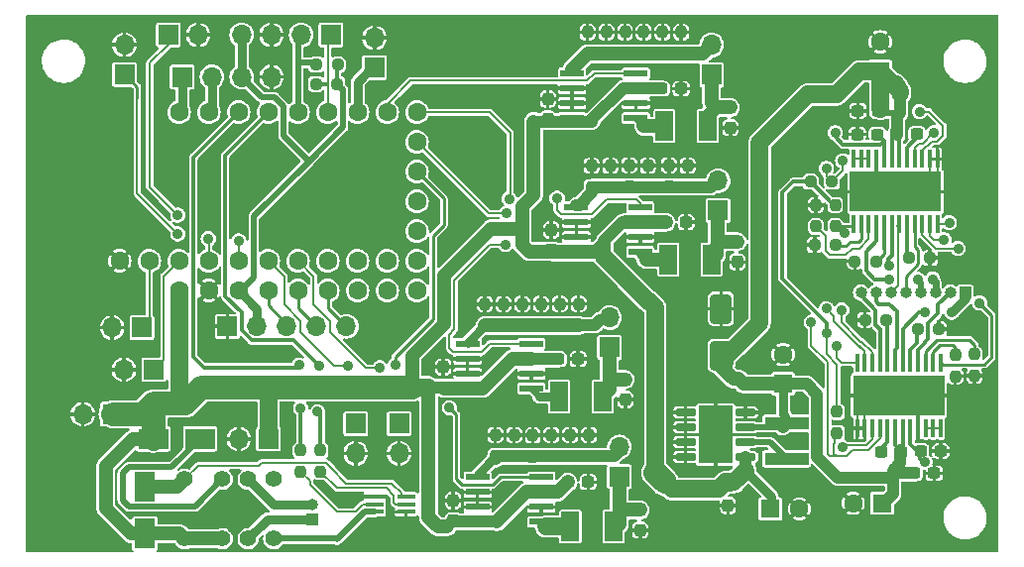
<source format=gbr>
%TF.GenerationSoftware,KiCad,Pcbnew,7.0.9*%
%TF.CreationDate,2024-04-29T07:26:28+03:00*%
%TF.ProjectId,Pistol_Camera_Driver,50697374-6f6c-45f4-9361-6d6572615f44,rev?*%
%TF.SameCoordinates,Original*%
%TF.FileFunction,Copper,L1,Top*%
%TF.FilePolarity,Positive*%
%FSLAX46Y46*%
G04 Gerber Fmt 4.6, Leading zero omitted, Abs format (unit mm)*
G04 Created by KiCad (PCBNEW 7.0.9) date 2024-04-29 07:26:28*
%MOMM*%
%LPD*%
G01*
G04 APERTURE LIST*
G04 Aperture macros list*
%AMRoundRect*
0 Rectangle with rounded corners*
0 $1 Rounding radius*
0 $2 $3 $4 $5 $6 $7 $8 $9 X,Y pos of 4 corners*
0 Add a 4 corners polygon primitive as box body*
4,1,4,$2,$3,$4,$5,$6,$7,$8,$9,$2,$3,0*
0 Add four circle primitives for the rounded corners*
1,1,$1+$1,$2,$3*
1,1,$1+$1,$4,$5*
1,1,$1+$1,$6,$7*
1,1,$1+$1,$8,$9*
0 Add four rect primitives between the rounded corners*
20,1,$1+$1,$2,$3,$4,$5,0*
20,1,$1+$1,$4,$5,$6,$7,0*
20,1,$1+$1,$6,$7,$8,$9,0*
20,1,$1+$1,$8,$9,$2,$3,0*%
G04 Aperture macros list end*
%TA.AperFunction,SMDPad,CuDef*%
%ADD10R,2.500000X1.800000*%
%TD*%
%TA.AperFunction,SMDPad,CuDef*%
%ADD11RoundRect,0.237500X0.250000X0.237500X-0.250000X0.237500X-0.250000X-0.237500X0.250000X-0.237500X0*%
%TD*%
%TA.AperFunction,ComponentPad*%
%ADD12R,1.000000X1.000000*%
%TD*%
%TA.AperFunction,ComponentPad*%
%ADD13O,1.000000X1.000000*%
%TD*%
%TA.AperFunction,ComponentPad*%
%ADD14C,1.600000*%
%TD*%
%TA.AperFunction,SMDPad,CuDef*%
%ADD15R,0.300000X1.550000*%
%TD*%
%TA.AperFunction,ComponentPad*%
%ADD16C,0.900000*%
%TD*%
%TA.AperFunction,SMDPad,CuDef*%
%ADD17R,7.800000X3.400000*%
%TD*%
%TA.AperFunction,SMDPad,CuDef*%
%ADD18R,2.950000X4.900000*%
%TD*%
%TA.AperFunction,SMDPad,CuDef*%
%ADD19RoundRect,0.150000X0.737500X0.150000X-0.737500X0.150000X-0.737500X-0.150000X0.737500X-0.150000X0*%
%TD*%
%TA.AperFunction,ComponentPad*%
%ADD20O,1.700000X1.700000*%
%TD*%
%TA.AperFunction,ComponentPad*%
%ADD21R,1.700000X1.700000*%
%TD*%
%TA.AperFunction,SMDPad,CuDef*%
%ADD22RoundRect,0.237500X0.237500X-0.250000X0.237500X0.250000X-0.237500X0.250000X-0.237500X-0.250000X0*%
%TD*%
%TA.AperFunction,SMDPad,CuDef*%
%ADD23RoundRect,0.237500X-0.300000X-0.237500X0.300000X-0.237500X0.300000X0.237500X-0.300000X0.237500X0*%
%TD*%
%TA.AperFunction,SMDPad,CuDef*%
%ADD24R,1.500000X2.500000*%
%TD*%
%TA.AperFunction,SMDPad,CuDef*%
%ADD25R,1.500000X0.400000*%
%TD*%
%TA.AperFunction,SMDPad,CuDef*%
%ADD26RoundRect,0.237500X-0.237500X0.300000X-0.237500X-0.300000X0.237500X-0.300000X0.237500X0.300000X0*%
%TD*%
%TA.AperFunction,ComponentPad*%
%ADD27C,1.400000*%
%TD*%
%TA.AperFunction,SMDPad,CuDef*%
%ADD28RoundRect,0.237500X0.300000X0.237500X-0.300000X0.237500X-0.300000X-0.237500X0.300000X-0.237500X0*%
%TD*%
%TA.AperFunction,ComponentPad*%
%ADD29R,1.600000X1.600000*%
%TD*%
%TA.AperFunction,SMDPad,CuDef*%
%ADD30R,3.700000X1.100000*%
%TD*%
%TA.AperFunction,SMDPad,CuDef*%
%ADD31RoundRect,0.237500X-0.237500X0.250000X-0.237500X-0.250000X0.237500X-0.250000X0.237500X0.250000X0*%
%TD*%
%TA.AperFunction,SMDPad,CuDef*%
%ADD32RoundRect,0.237500X0.237500X-0.300000X0.237500X0.300000X-0.237500X0.300000X-0.237500X-0.300000X0*%
%TD*%
%TA.AperFunction,SMDPad,CuDef*%
%ADD33RoundRect,0.237500X-0.250000X-0.237500X0.250000X-0.237500X0.250000X0.237500X-0.250000X0.237500X0*%
%TD*%
%TA.AperFunction,SMDPad,CuDef*%
%ADD34R,1.800000X2.500000*%
%TD*%
%TA.AperFunction,SMDPad,CuDef*%
%ADD35R,2.000000X0.600000*%
%TD*%
%TA.AperFunction,SMDPad,CuDef*%
%ADD36RoundRect,0.250000X0.650000X-1.000000X0.650000X1.000000X-0.650000X1.000000X-0.650000X-1.000000X0*%
%TD*%
%TA.AperFunction,ViaPad*%
%ADD37C,0.900000*%
%TD*%
%TA.AperFunction,Conductor*%
%ADD38C,1.000000*%
%TD*%
%TA.AperFunction,Conductor*%
%ADD39C,0.200000*%
%TD*%
%TA.AperFunction,Conductor*%
%ADD40C,1.200000*%
%TD*%
%TA.AperFunction,Conductor*%
%ADD41C,1.500000*%
%TD*%
%TA.AperFunction,Conductor*%
%ADD42C,2.000000*%
%TD*%
%TA.AperFunction,Conductor*%
%ADD43C,0.250000*%
%TD*%
%TA.AperFunction,Conductor*%
%ADD44C,0.300000*%
%TD*%
%TA.AperFunction,Conductor*%
%ADD45C,0.600000*%
%TD*%
%TA.AperFunction,Conductor*%
%ADD46C,0.500000*%
%TD*%
%TA.AperFunction,Conductor*%
%ADD47C,0.800000*%
%TD*%
G04 APERTURE END LIST*
D10*
%TO.P,D8,1,K*%
%TO.N,+5V*%
X48300000Y-67900000D03*
%TO.P,D8,2,A*%
%TO.N,Net-(D8-A)*%
X52300000Y-67900000D03*
%TD*%
D11*
%TO.P,R6,1*%
%TO.N,+3V3*%
X64075000Y-35950000D03*
%TO.P,R6,2*%
%TO.N,SDA*%
X62250000Y-35950000D03*
%TD*%
%TO.P,R3,1*%
%TO.N,+3V3*%
X64025000Y-37600000D03*
%TO.P,R3,2*%
%TO.N,SCL*%
X62200000Y-37600000D03*
%TD*%
D12*
%TO.P,J11,1,Pin_1*%
%TO.N,Net-(J11-Pin_1)*%
X61900000Y-74800000D03*
D13*
%TO.P,J11,2,Pin_2*%
%TO.N,Net-(J11-Pin_2)*%
X61900000Y-73530000D03*
%TD*%
D14*
%TO.P,U10,0,GP0/TX0/SDA0/MISO0*%
%TO.N,RX*%
X50520000Y-40000000D03*
%TO.P,U10,1,GP1/RX0/SCL0/CS0*%
%TO.N,TX*%
X53060000Y-40000000D03*
%TO.P,U10,2,GP2/SDA1/SCK1*%
%TO.N,Solenoid_ON*%
X55600000Y-40000000D03*
%TO.P,U10,3,GP3/SCL1/MOSI0*%
%TO.N,Solenoid_DIR*%
X58140000Y-40000000D03*
%TO.P,U10,4,GP4/TX1/SDA0/MIOS0*%
%TO.N,SDA*%
X60680000Y-40000000D03*
%TO.P,U10,5,GP5/RX1/SCL0/CS0*%
%TO.N,SCL*%
X63220000Y-40000000D03*
%TO.P,U10,6,GP6/SDA1/SCK1*%
%TO.N,Strobe Input*%
X65760000Y-40000000D03*
%TO.P,U10,7,GP7/SCL1/MOSI0*%
%TO.N,PWM_WHITE*%
X68300000Y-40000000D03*
%TO.P,U10,8,GP8/TX1/SDA0/MISO1*%
%TO.N,PWM_RED*%
X70840000Y-40000000D03*
%TO.P,U10,9,GP9/RX1/CS1*%
%TO.N,PWM_UV*%
X70840000Y-42540000D03*
%TO.P,U10,10,GP10/SDA1/SCK1*%
%TO.N,PWM_IR*%
X70840000Y-45080000D03*
%TO.P,U10,11,GP11/SCL1/MOSI1*%
%TO.N,nEN1*%
X70840000Y-47620000D03*
%TO.P,U10,12,GP12/TX0/SDA0/MISO1*%
%TO.N,DIR1*%
X70840000Y-50160000D03*
%TO.P,U10,13,GP13/RX0/SCL0/CS1*%
%TO.N,STEP1*%
X70840000Y-52700000D03*
%TO.P,U10,14,GP14/SDA1/SCK1*%
%TO.N,nEN2*%
X70840000Y-55240000D03*
%TO.P,U10,15,GP15SCL1/MOSI1*%
%TO.N,STEP2*%
X68300000Y-55240000D03*
%TO.P,U10,17,GP17/RX0/SCL0/CS0*%
%TO.N,nFLT1*%
X68300000Y-52700000D03*
%TO.P,U10,18,GP18/SDA1/SCK0*%
%TO.N,MOTORS_nSLEEP*%
X65760000Y-52700000D03*
%TO.P,U10,19,GP19/SCL1/MOSI0*%
%TO.N,nFLT2*%
X63220000Y-52700000D03*
%TO.P,U10,20,GP20/SDA0*%
%TO.N,K1*%
X60680000Y-52700000D03*
%TO.P,U10,21,GP21/SCL0*%
%TO.N,K2*%
X58140000Y-52700000D03*
%TO.P,U10,22,PG22*%
%TO.N,K3*%
X55600000Y-52700000D03*
%TO.P,U10,23,GP23*%
%TO.N,K4*%
X53060000Y-52700000D03*
%TO.P,U10,24,GP24*%
%TO.N,K5*%
X50520000Y-52700000D03*
%TO.P,U10,25,GP25*%
%TO.N,K6*%
X47980000Y-52700000D03*
%TO.P,U10,26,GP26/ADC0/SDA1*%
%TO.N,DIR2*%
X65760000Y-55240000D03*
%TO.P,U10,27,GP27/ADC1/SCL1*%
%TO.N,SW*%
X63220000Y-55240000D03*
%TO.P,U10,28,GP28/ADC2*%
%TO.N,VarX*%
X60680000Y-55240000D03*
%TO.P,U10,29,GP29/ADC3*%
%TO.N,VarY*%
X58140000Y-55240000D03*
%TO.P,U10,30,3V3*%
%TO.N,+3V3*%
X55600000Y-55240000D03*
%TO.P,U10,31,GND*%
%TO.N,GND*%
X53060000Y-55240000D03*
%TO.P,U10,32,5V*%
%TO.N,+5V*%
X50520000Y-55240000D03*
%TO.P,U10,33,GND*%
%TO.N,GND*%
X45440000Y-52700000D03*
%TD*%
D15*
%TO.P,U5,1,nSLEEP*%
%TO.N,MOTORS_nSLEEP*%
X115575000Y-61400000D03*
%TO.P,U5,2,BDECAY*%
%TO.N,Net-(U5-BDECAY)*%
X114925000Y-61400000D03*
%TO.P,U5,3,ADECAY*%
%TO.N,Net-(U5-ADECAY)*%
X114275000Y-61400000D03*
%TO.P,U5,4,AOUT1*%
%TO.N,AOUT1_2*%
X113625000Y-61400000D03*
%TO.P,U5,5,AISEN*%
%TO.N,Net-(U5-AISEN)*%
X112975000Y-61400000D03*
%TO.P,U5,6,AOUT2*%
%TO.N,AOUT2_2*%
X112325000Y-61400000D03*
%TO.P,U5,7,BOUT2*%
%TO.N,BOUT2_2*%
X111675000Y-61400000D03*
%TO.P,U5,8,BISEN*%
%TO.N,Net-(U5-BISEN)*%
X111025000Y-61400000D03*
%TO.P,U5,9,BOUT1*%
%TO.N,BOUT1_2*%
X110375000Y-61400000D03*
%TO.P,U5,10,nENBL*%
%TO.N,nEN2*%
X109725000Y-61400000D03*
%TO.P,U5,11,STEP*%
%TO.N,STEP2*%
X109075000Y-61400000D03*
%TO.P,U5,12,DIR*%
%TO.N,DIR2*%
X108425000Y-61400000D03*
%TO.P,U5,13,M0*%
%TO.N,GND*%
X108425000Y-67000000D03*
%TO.P,U5,14,M1*%
X109075000Y-67000000D03*
%TO.P,U5,15,CONFIG*%
%TO.N,Net-(U5-CONFIG)*%
X109725000Y-67000000D03*
%TO.P,U5,16,nFAULT*%
%TO.N,nFLT2*%
X110375000Y-67000000D03*
%TO.P,U5,17,VCP*%
%TO.N,Net-(U5-VCP)*%
X111025000Y-67000000D03*
%TO.P,U5,18,VM*%
%TO.N,+3.3VP*%
X111675000Y-67000000D03*
%TO.P,U5,19,VM*%
X112325000Y-67000000D03*
%TO.P,U5,20,VINT*%
%TO.N,Net-(U5-CONFIG)*%
X112975000Y-67000000D03*
%TO.P,U5,21,GND*%
%TO.N,GND*%
X113625000Y-67000000D03*
%TO.P,U5,22,AVREF*%
%TO.N,Net-(U5-AVREF)*%
X114275000Y-67000000D03*
%TO.P,U5,23,BVREF*%
X114925000Y-67000000D03*
%TO.P,U5,24,VREFO*%
X115575000Y-67000000D03*
D16*
%TO.P,U5,25,GND*%
%TO.N,GND*%
X115400000Y-65400000D03*
X115400000Y-63000000D03*
X114800000Y-64200000D03*
X114000000Y-63000000D03*
X113800000Y-65400000D03*
X113000000Y-64200000D03*
X112000000Y-65400000D03*
D17*
X112000000Y-64200000D03*
D16*
X112000000Y-63000000D03*
X111200000Y-64200000D03*
X110200000Y-65400000D03*
X110200000Y-63000000D03*
X109400000Y-64200000D03*
X108800000Y-65400000D03*
X108800000Y-63000000D03*
%TD*%
D15*
%TO.P,U4,1,nSLEEP*%
%TO.N,MOTORS_nSLEEP*%
X108125000Y-49600000D03*
%TO.P,U4,2,BDECAY*%
%TO.N,Net-(U4-BDECAY)*%
X108775000Y-49600000D03*
%TO.P,U4,3,ADECAY*%
%TO.N,Net-(U4-ADECAY)*%
X109425000Y-49600000D03*
%TO.P,U4,4,AOUT1*%
%TO.N,AOUT1_1*%
X110075000Y-49600000D03*
%TO.P,U4,5,AISEN*%
%TO.N,Net-(U4-AISEN)*%
X110725000Y-49600000D03*
%TO.P,U4,6,AOUT2*%
%TO.N,AOUT2_1*%
X111375000Y-49600000D03*
%TO.P,U4,7,BOUT2*%
%TO.N,BOUT2_1*%
X112025000Y-49600000D03*
%TO.P,U4,8,BISEN*%
%TO.N,Net-(U4-BISEN)*%
X112675000Y-49600000D03*
%TO.P,U4,9,BOUT1*%
%TO.N,BOUT1_1*%
X113325000Y-49600000D03*
%TO.P,U4,10,nENBL*%
%TO.N,nEN1*%
X113975000Y-49600000D03*
%TO.P,U4,11,STEP*%
%TO.N,STEP1*%
X114625000Y-49600000D03*
%TO.P,U4,12,DIR*%
%TO.N,DIR1*%
X115275000Y-49600000D03*
%TO.P,U4,13,M0*%
%TO.N,GND*%
X115275000Y-44000000D03*
%TO.P,U4,14,M1*%
X114625000Y-44000000D03*
%TO.P,U4,15,CONFIG*%
%TO.N,Net-(U4-CONFIG)*%
X113975000Y-44000000D03*
%TO.P,U4,16,nFAULT*%
%TO.N,nFLT1*%
X113325000Y-44000000D03*
%TO.P,U4,17,VCP*%
%TO.N,Net-(U4-VCP)*%
X112675000Y-44000000D03*
%TO.P,U4,18,VM*%
%TO.N,+3.3VP*%
X112025000Y-44000000D03*
%TO.P,U4,19,VM*%
X111375000Y-44000000D03*
%TO.P,U4,20,VINT*%
%TO.N,Net-(U4-CONFIG)*%
X110725000Y-44000000D03*
%TO.P,U4,21,GND*%
%TO.N,GND*%
X110075000Y-44000000D03*
%TO.P,U4,22,AVREF*%
%TO.N,Net-(U4-AVREF)*%
X109425000Y-44000000D03*
%TO.P,U4,23,BVREF*%
X108775000Y-44000000D03*
%TO.P,U4,24,VREFO*%
X108125000Y-44000000D03*
D16*
%TO.P,U4,25,GND*%
%TO.N,GND*%
X108300000Y-45600000D03*
X108300000Y-48000000D03*
X108900000Y-46800000D03*
X109700000Y-48000000D03*
X109900000Y-45600000D03*
X110700000Y-46800000D03*
X111700000Y-45600000D03*
D17*
X111700000Y-46800000D03*
D16*
X111700000Y-48000000D03*
X112500000Y-46800000D03*
X113500000Y-45600000D03*
X113500000Y-48000000D03*
X114300000Y-46800000D03*
X114900000Y-45600000D03*
X114900000Y-48000000D03*
%TD*%
%TO.P,U1,9,EP*%
%TO.N,GND*%
X95687500Y-65600000D03*
X95687500Y-66900000D03*
X95687500Y-68200000D03*
X95687500Y-69500000D03*
D18*
X96337500Y-67550000D03*
D16*
X96987500Y-65600000D03*
X96987500Y-66900000D03*
X96987500Y-68200000D03*
X96987500Y-69500000D03*
D19*
%TO.P,U1,8,GND*%
X93775000Y-69455000D03*
%TO.P,U1,7,GND*%
X93775000Y-68185000D03*
%TO.P,U1,6,GND*%
X93775000Y-66915000D03*
%TO.P,U1,5,GND*%
X93775000Y-65645000D03*
%TO.P,U1,4,~{EN}*%
X98900000Y-65645000D03*
%TO.P,U1,3,FB*%
%TO.N,+3.3VP*%
X98900000Y-66915000D03*
%TO.P,U1,2,OUT*%
%TO.N,Net-(U1-OUT)*%
X98900000Y-68185000D03*
%TO.P,U1,1,VIN*%
%TO.N,+5V*%
X98900000Y-69455000D03*
%TD*%
D20*
%TO.P,J8,2,Pin_2*%
%TO.N,GND*%
X65600000Y-69140000D03*
D21*
%TO.P,J8,1,Pin_1*%
%TO.N,K2*%
X65600000Y-66600000D03*
%TD*%
D22*
%TO.P,R23,2*%
%TO.N,GND*%
X87000000Y-33175000D03*
%TO.P,R23,1*%
%TO.N,Net-(J7-Pin_2)*%
X87000000Y-35000000D03*
%TD*%
D23*
%TO.P,C12,1*%
%TO.N,Net-(U5-CONFIG)*%
X113850000Y-68950000D03*
%TO.P,C12,2*%
%TO.N,GND*%
X115575000Y-68950000D03*
%TD*%
D24*
%TO.P,L2,1,1*%
%TO.N,Net-(U7-SW)*%
X92300000Y-52600000D03*
%TO.P,L2,2,2*%
%TO.N,Net-(Je1-Pin_1)*%
X96000000Y-52600000D03*
%TD*%
D25*
%TO.P,Q1,1,E1*%
%TO.N,GND*%
X69900000Y-74150000D03*
%TO.P,Q1,2,B1*%
%TO.N,Net-(Q1A-B1)*%
X69900000Y-73500000D03*
%TO.P,Q1,3,C2*%
%TO.N,Net-(D7-A)*%
X69900000Y-72850000D03*
%TO.P,Q1,4,E2*%
%TO.N,GND*%
X67240000Y-72850000D03*
%TO.P,Q1,5,B2*%
%TO.N,Net-(Q1B-B2)*%
X67240000Y-73500000D03*
%TO.P,Q1,6,C1*%
%TO.N,Net-(D8-A)*%
X67240000Y-74150000D03*
%TD*%
D26*
%TO.P,C17,1*%
%TO.N,Net-(Je1-Pin_1)*%
X98200000Y-51075000D03*
%TO.P,C17,2*%
%TO.N,GND*%
X98200000Y-52800000D03*
%TD*%
%TO.P,C3,1*%
%TO.N,Net-(J9-Pin_1)*%
X88625000Y-62832500D03*
%TO.P,C3,2*%
%TO.N,GND*%
X88625000Y-64557500D03*
%TD*%
D21*
%TO.P,J1,1,Pin_1*%
%TO.N,Strobe Input*%
X67200000Y-36200000D03*
D20*
%TO.P,J1,2,Pin_2*%
%TO.N,GND*%
X67200000Y-33660000D03*
%TD*%
D22*
%TO.P,R30,1*%
%TO.N,Net-(J9-Pin_2)*%
X79825000Y-58207500D03*
%TO.P,R30,2*%
%TO.N,GND*%
X79825000Y-56382500D03*
%TD*%
D27*
%TO.P,K1,1*%
%TO.N,+5V*%
X51000000Y-76440000D03*
%TO.P,K1,2*%
X54200000Y-76440000D03*
%TO.P,K1,3*%
%TO.N,Net-(J11-Pin_1)*%
X56400000Y-76440000D03*
%TO.P,K1,4*%
%TO.N,Net-(D8-A)*%
X58600000Y-76440000D03*
%TO.P,K1,5*%
%TO.N,+5V*%
X58600000Y-71360000D03*
%TO.P,K1,6*%
%TO.N,Net-(J11-Pin_2)*%
X56400000Y-71360000D03*
%TO.P,K1,7*%
%TO.N,Net-(D8-A)*%
X54200000Y-71360000D03*
%TO.P,K1,8*%
%TO.N,Net-(D7-A)*%
X51000000Y-71360000D03*
%TD*%
D21*
%TO.P,J5,1,Pin_1*%
%TO.N,K1*%
X69300000Y-66600000D03*
D20*
%TO.P,J5,2,Pin_2*%
%TO.N,GND*%
X69300000Y-69140000D03*
%TD*%
D11*
%TO.P,R7,1*%
%TO.N,GND*%
X114650000Y-52450000D03*
%TO.P,R7,2*%
%TO.N,Net-(U4-BISEN)*%
X112825000Y-52450000D03*
%TD*%
D22*
%TO.P,R33,1*%
%TO.N,Net-(J12-Pin_2)*%
X83925000Y-69407500D03*
%TO.P,R33,2*%
%TO.N,GND*%
X83925000Y-67582500D03*
%TD*%
D21*
%TO.P,J14,1,Pin_1*%
%TO.N,K3*%
X49600000Y-33400000D03*
D20*
%TO.P,J14,2,Pin_2*%
%TO.N,GND*%
X52140000Y-33400000D03*
%TD*%
D22*
%TO.P,R26,2*%
%TO.N,GND*%
X87350000Y-44575000D03*
%TO.P,R26,1*%
%TO.N,Net-(Je1-Pin_2)*%
X87350000Y-46400000D03*
%TD*%
%TO.P,R10,1*%
%TO.N,GND*%
X118450000Y-62512500D03*
%TO.P,R10,2*%
%TO.N,Net-(U5-ADECAY)*%
X118450000Y-60687500D03*
%TD*%
%TO.P,R37,1*%
%TO.N,Net-(Je1-Pin_2)*%
X85750000Y-46400000D03*
%TO.P,R37,2*%
%TO.N,GND*%
X85750000Y-44575000D03*
%TD*%
%TO.P,R35,1*%
%TO.N,Net-(J12-Pin_2)*%
X80725000Y-69432500D03*
%TO.P,R35,2*%
%TO.N,GND*%
X80725000Y-67607500D03*
%TD*%
D28*
%TO.P,C21,1*%
%TO.N,GND*%
X84600000Y-61095000D03*
%TO.P,C21,2*%
%TO.N,+5V*%
X82875000Y-61095000D03*
%TD*%
D29*
%TO.P,C1,1*%
%TO.N,+3.3VP*%
X110400000Y-36500000D03*
D14*
%TO.P,C1,2*%
%TO.N,GND*%
X110400000Y-34000000D03*
%TD*%
D29*
%TO.P,C9,1*%
%TO.N,+3.3VP*%
X110582380Y-73400000D03*
D14*
%TO.P,C9,2*%
%TO.N,GND*%
X108082380Y-73400000D03*
%TD*%
D30*
%TO.P,L5,1,1*%
%TO.N,Net-(U1-OUT)*%
X102400000Y-69600000D03*
%TO.P,L5,2,2*%
%TO.N,+3.3VP*%
X102400000Y-66600000D03*
%TD*%
D22*
%TO.P,R25,1*%
%TO.N,Net-(Je1-Pin_2)*%
X88950000Y-46375000D03*
%TO.P,R25,2*%
%TO.N,GND*%
X88950000Y-44550000D03*
%TD*%
D28*
%TO.P,C7,1*%
%TO.N,Net-(U4-VCP)*%
X113512500Y-41850000D03*
%TO.P,C7,2*%
%TO.N,+3.3VP*%
X111787500Y-41850000D03*
%TD*%
D22*
%TO.P,R34,1*%
%TO.N,Net-(J12-Pin_2)*%
X82325000Y-69407500D03*
%TO.P,R34,2*%
%TO.N,GND*%
X82325000Y-67582500D03*
%TD*%
D31*
%TO.P,R19,1*%
%TO.N,Solenoid_DIR*%
X62600000Y-68900000D03*
%TO.P,R19,2*%
%TO.N,Net-(Q1A-B1)*%
X62600000Y-70725000D03*
%TD*%
D32*
%TO.P,C19,1*%
%TO.N,+5V*%
X73075000Y-63495000D03*
%TO.P,C19,2*%
%TO.N,GND*%
X73075000Y-61770000D03*
%TD*%
D26*
%TO.P,C20,1*%
%TO.N,Net-(J12-Pin_1)*%
X89900000Y-73975000D03*
%TO.P,C20,2*%
%TO.N,GND*%
X89900000Y-75700000D03*
%TD*%
D22*
%TO.P,R31,1*%
%TO.N,Net-(J9-Pin_2)*%
X78225000Y-58232500D03*
%TO.P,R31,2*%
%TO.N,GND*%
X78225000Y-56407500D03*
%TD*%
D32*
%TO.P,C16,1*%
%TO.N,+5V*%
X82300000Y-51800000D03*
%TO.P,C16,2*%
%TO.N,GND*%
X82300000Y-50075000D03*
%TD*%
D22*
%TO.P,R9,1*%
%TO.N,GND*%
X116800000Y-62562500D03*
%TO.P,R9,2*%
%TO.N,Net-(U5-BDECAY)*%
X116800000Y-60737500D03*
%TD*%
D31*
%TO.P,R1,1*%
%TO.N,+3V3*%
X106550000Y-47937500D03*
%TO.P,R1,2*%
%TO.N,MOTORS_nSLEEP*%
X106550000Y-49762500D03*
%TD*%
%TO.P,R4,1*%
%TO.N,GND*%
X104900000Y-47937500D03*
%TO.P,R4,2*%
%TO.N,Net-(U4-ADECAY)*%
X104900000Y-49762500D03*
%TD*%
D21*
%TO.P,J3,1,Pin_1*%
%TO.N,+5V*%
X44840000Y-65800000D03*
D20*
%TO.P,J3,2,Pin_2*%
%TO.N,GND*%
X42300000Y-65800000D03*
%TD*%
D33*
%TO.P,R2,1*%
%TO.N,GND*%
X104800000Y-51350000D03*
%TO.P,R2,2*%
%TO.N,Net-(U4-BDECAY)*%
X106625000Y-51350000D03*
%TD*%
D21*
%TO.P,J17,1,Pin_1*%
%TO.N,K6*%
X47340000Y-58400000D03*
D20*
%TO.P,J17,2,Pin_2*%
%TO.N,GND*%
X44800000Y-58400000D03*
%TD*%
D23*
%TO.P,C5,1*%
%TO.N,GND*%
X108487500Y-39900000D03*
%TO.P,C5,2*%
%TO.N,+3.3VP*%
X110212500Y-39900000D03*
%TD*%
%TO.P,C11,1*%
%TO.N,Net-(U5-VCP)*%
X110487500Y-69050000D03*
%TO.P,C11,2*%
%TO.N,+3.3VP*%
X112212500Y-69050000D03*
%TD*%
D32*
%TO.P,C22,2*%
%TO.N,GND*%
X73925000Y-73170000D03*
%TO.P,C22,1*%
%TO.N,+5V*%
X73925000Y-74895000D03*
%TD*%
D22*
%TO.P,R21,1*%
%TO.N,Net-(J7-Pin_2)*%
X90200000Y-35000000D03*
%TO.P,R21,2*%
%TO.N,GND*%
X90200000Y-33175000D03*
%TD*%
D33*
%TO.P,R12,1*%
%TO.N,GND*%
X109100000Y-57750000D03*
%TO.P,R12,2*%
%TO.N,Net-(U5-BISEN)*%
X110925000Y-57750000D03*
%TD*%
D28*
%TO.P,C24,1*%
%TO.N,GND*%
X85450000Y-71600000D03*
%TO.P,C24,2*%
%TO.N,+5V*%
X83725000Y-71600000D03*
%TD*%
D34*
%TO.P,D7,1,K*%
%TO.N,+5V*%
X47600000Y-76000000D03*
%TO.P,D7,2,A*%
%TO.N,Net-(D7-A)*%
X47600000Y-72000000D03*
%TD*%
D33*
%TO.P,R8,1*%
%TO.N,+3V3*%
X104450000Y-45950000D03*
%TO.P,R8,2*%
%TO.N,nFLT1*%
X106275000Y-45950000D03*
%TD*%
%TO.P,R5,1*%
%TO.N,GND*%
X108237500Y-52750000D03*
%TO.P,R5,2*%
%TO.N,Net-(U4-AISEN)*%
X110062500Y-52750000D03*
%TD*%
D22*
%TO.P,R28,1*%
%TO.N,Net-(J9-Pin_2)*%
X83025000Y-58207500D03*
%TO.P,R28,2*%
%TO.N,GND*%
X83025000Y-56382500D03*
%TD*%
D35*
%TO.P,U8,1,SW*%
%TO.N,Net-(U8-SW)*%
X80600000Y-63600000D03*
%TO.P,U8,2,PGND*%
%TO.N,GND*%
X80600000Y-62330000D03*
%TO.P,U8,3,VINA*%
%TO.N,+5V*%
X80600000Y-61060000D03*
%TO.P,U8,4,DIM*%
%TO.N,PWM_UV*%
X80600000Y-59790000D03*
%TO.P,U8,5,FB*%
%TO.N,Net-(J9-Pin_2)*%
X75150000Y-59790000D03*
%TO.P,U8,6,AGND*%
%TO.N,GND*%
X75150000Y-61060000D03*
%TO.P,U8,7,GND*%
X75150000Y-62330000D03*
%TO.P,U8,8,VINSW*%
%TO.N,+5V*%
X75150000Y-63600000D03*
%TD*%
D22*
%TO.P,R32,1*%
%TO.N,Net-(J12-Pin_2)*%
X85525000Y-69407500D03*
%TO.P,R32,2*%
%TO.N,GND*%
X85525000Y-67582500D03*
%TD*%
%TO.P,R24,2*%
%TO.N,GND*%
X85400000Y-33175000D03*
%TO.P,R24,1*%
%TO.N,Net-(J7-Pin_2)*%
X85400000Y-35000000D03*
%TD*%
D23*
%TO.P,C10,1*%
%TO.N,+3.3VP*%
X113287500Y-70850000D03*
%TO.P,C10,2*%
%TO.N,GND*%
X115012500Y-70850000D03*
%TD*%
D28*
%TO.P,C14,1*%
%TO.N,GND*%
X93400000Y-38000000D03*
%TO.P,C14,2*%
%TO.N,+5V*%
X91675000Y-38000000D03*
%TD*%
D29*
%TO.P,C6,1*%
%TO.N,+3.3VP*%
X102100000Y-63200000D03*
D14*
%TO.P,C6,2*%
%TO.N,GND*%
X102100000Y-60700000D03*
%TD*%
D21*
%TO.P,J4,1,Pin_1*%
%TO.N,+5V*%
X58150000Y-67925000D03*
D20*
%TO.P,J4,2,Pin_2*%
%TO.N,GND*%
X55610000Y-67925000D03*
%TD*%
%TO.P,J15,2,Pin_2*%
%TO.N,GND*%
X45850000Y-34250000D03*
D21*
%TO.P,J15,1,Pin_1*%
%TO.N,K4*%
X45850000Y-36790000D03*
%TD*%
D28*
%TO.P,C18,1*%
%TO.N,GND*%
X93825000Y-49400000D03*
%TO.P,C18,2*%
%TO.N,+5V*%
X92100000Y-49400000D03*
%TD*%
D22*
%TO.P,R36,1*%
%TO.N,Net-(J12-Pin_2)*%
X79125000Y-69407500D03*
%TO.P,R36,2*%
%TO.N,GND*%
X79125000Y-67582500D03*
%TD*%
%TO.P,R27,1*%
%TO.N,Net-(J9-Pin_2)*%
X84625000Y-58207500D03*
%TO.P,R27,2*%
%TO.N,GND*%
X84625000Y-56382500D03*
%TD*%
D26*
%TO.P,C13,1*%
%TO.N,Net-(J7-Pin_1)*%
X97600000Y-39600000D03*
%TO.P,C13,2*%
%TO.N,GND*%
X97600000Y-41325000D03*
%TD*%
D24*
%TO.P,L3,1,1*%
%TO.N,Net-(U8-SW)*%
X82975000Y-64295000D03*
%TO.P,L3,2,2*%
%TO.N,Net-(J9-Pin_1)*%
X86675000Y-64295000D03*
%TD*%
D21*
%TO.P,J13,1,Pin_1*%
%TO.N,SCL*%
X63480000Y-33400000D03*
D20*
%TO.P,J13,2,Pin_2*%
%TO.N,SDA*%
X60940000Y-33400000D03*
%TO.P,J13,3,Pin_3*%
%TO.N,GND*%
X58400000Y-33400000D03*
%TO.P,J13,4,Pin_4*%
%TO.N,+3V3*%
X55860000Y-33400000D03*
%TD*%
D35*
%TO.P,U6,1,SW*%
%TO.N,Net-(U6-SW)*%
X89525000Y-40505000D03*
%TO.P,U6,2,PGND*%
%TO.N,GND*%
X89525000Y-39235000D03*
%TO.P,U6,3,VINA*%
%TO.N,+5V*%
X89525000Y-37965000D03*
%TO.P,U6,4,DIM*%
%TO.N,PWM_WHITE*%
X89525000Y-36695000D03*
%TO.P,U6,5,FB*%
%TO.N,Net-(J7-Pin_2)*%
X84075000Y-36695000D03*
%TO.P,U6,6,AGND*%
%TO.N,GND*%
X84075000Y-37965000D03*
%TO.P,U6,7,GND*%
X84075000Y-39235000D03*
%TO.P,U6,8,VINSW*%
%TO.N,+5V*%
X84075000Y-40505000D03*
%TD*%
D11*
%TO.P,R11,1*%
%TO.N,GND*%
X115412500Y-58550000D03*
%TO.P,R11,2*%
%TO.N,Net-(U5-AISEN)*%
X113587500Y-58550000D03*
%TD*%
D35*
%TO.P,U9,1,SW*%
%TO.N,Net-(U9-SW)*%
X81450000Y-75000000D03*
%TO.P,U9,2,PGND*%
%TO.N,GND*%
X81450000Y-73730000D03*
%TO.P,U9,3,VINA*%
%TO.N,+5V*%
X81450000Y-72460000D03*
%TO.P,U9,4,DIM*%
%TO.N,PWM_IR*%
X81450000Y-71190000D03*
%TO.P,U9,5,FB*%
%TO.N,Net-(J12-Pin_2)*%
X76000000Y-71190000D03*
%TO.P,U9,6,AGND*%
%TO.N,GND*%
X76000000Y-72460000D03*
%TO.P,U9,7,GND*%
X76000000Y-73730000D03*
%TO.P,U9,8,VINSW*%
%TO.N,+5V*%
X76000000Y-75000000D03*
%TD*%
D22*
%TO.P,R39,1*%
%TO.N,Net-(J12-Pin_2)*%
X77525000Y-69407500D03*
%TO.P,R39,2*%
%TO.N,GND*%
X77525000Y-67582500D03*
%TD*%
D36*
%TO.P,D2,1,K*%
%TO.N,+3.3VP*%
X96800000Y-60800000D03*
%TO.P,D2,2,A*%
%TO.N,GND*%
X96800000Y-56800000D03*
%TD*%
D35*
%TO.P,U7,1,SW*%
%TO.N,Net-(U7-SW)*%
X89900000Y-51940000D03*
%TO.P,U7,2,PGND*%
%TO.N,GND*%
X89900000Y-50670000D03*
%TO.P,U7,3,VINA*%
%TO.N,+5V*%
X89900000Y-49400000D03*
%TO.P,U7,4,DIM*%
%TO.N,PWM_RED*%
X89900000Y-48130000D03*
%TO.P,U7,5,FB*%
%TO.N,Net-(Je1-Pin_2)*%
X84450000Y-48130000D03*
%TO.P,U7,6,AGND*%
%TO.N,GND*%
X84450000Y-49400000D03*
%TO.P,U7,7,GND*%
X84450000Y-50670000D03*
%TO.P,U7,8,VINSW*%
%TO.N,+5V*%
X84450000Y-51940000D03*
%TD*%
D22*
%TO.P,R22,2*%
%TO.N,GND*%
X88600000Y-33175000D03*
%TO.P,R22,1*%
%TO.N,Net-(J7-Pin_2)*%
X88600000Y-35000000D03*
%TD*%
D32*
%TO.P,C15,1*%
%TO.N,+5V*%
X82010000Y-40600000D03*
%TO.P,C15,2*%
%TO.N,GND*%
X82010000Y-38875000D03*
%TD*%
D22*
%TO.P,R29,1*%
%TO.N,Net-(J9-Pin_2)*%
X81425000Y-58207500D03*
%TO.P,R29,2*%
%TO.N,GND*%
X81425000Y-56382500D03*
%TD*%
D31*
%TO.P,R13,1*%
%TO.N,+3V3*%
X106700000Y-65600000D03*
%TO.P,R13,2*%
%TO.N,nFLT2*%
X106700000Y-67425000D03*
%TD*%
D24*
%TO.P,L1,1,1*%
%TO.N,Net-(U6-SW)*%
X91950000Y-41200000D03*
%TO.P,L1,2,2*%
%TO.N,Net-(J7-Pin_1)*%
X95650000Y-41200000D03*
%TD*%
D21*
%TO.P,J16,1,Pin_1*%
%TO.N,K5*%
X48340000Y-62000000D03*
D20*
%TO.P,J16,2,Pin_2*%
%TO.N,GND*%
X45800000Y-62000000D03*
%TD*%
D28*
%TO.P,C8,1*%
%TO.N,Net-(U4-CONFIG)*%
X110162500Y-41900000D03*
%TO.P,C8,2*%
%TO.N,GND*%
X108437500Y-41900000D03*
%TD*%
D24*
%TO.P,L4,1,1*%
%TO.N,Net-(U9-SW)*%
X83925000Y-75400000D03*
%TO.P,L4,2,2*%
%TO.N,Net-(J12-Pin_1)*%
X87625000Y-75400000D03*
%TD*%
D22*
%TO.P,R20,1*%
%TO.N,Net-(J7-Pin_2)*%
X91800000Y-35000000D03*
%TO.P,R20,2*%
%TO.N,GND*%
X91800000Y-33175000D03*
%TD*%
D31*
%TO.P,R17,1*%
%TO.N,Solenoid_ON*%
X60900000Y-68900000D03*
%TO.P,R17,2*%
%TO.N,Net-(Q1B-B2)*%
X60900000Y-70725000D03*
%TD*%
D20*
%TO.P,J10,4,Pin_4*%
%TO.N,GND*%
X58400000Y-37000000D03*
%TO.P,J10,3,Pin_3*%
%TO.N,+3V3*%
X55860000Y-37000000D03*
%TO.P,J10,2,Pin_2*%
%TO.N,TX*%
X53320000Y-37000000D03*
D21*
%TO.P,J10,1,Pin_1*%
%TO.N,RX*%
X50780000Y-37000000D03*
%TD*%
D20*
%TO.P,J6,5,Pin_5*%
%TO.N,SW*%
X64800000Y-58300000D03*
%TO.P,J6,4,Pin_4*%
%TO.N,VarX*%
X62260000Y-58300000D03*
%TO.P,J6,3,Pin_3*%
%TO.N,VarY*%
X59720000Y-58300000D03*
%TO.P,J6,2,Pin_2*%
%TO.N,+3V3*%
X57180000Y-58300000D03*
D21*
%TO.P,J6,1,Pin_1*%
%TO.N,GND*%
X54640000Y-58300000D03*
%TD*%
D22*
%TO.P,R38,1*%
%TO.N,Net-(J9-Pin_2)*%
X76625000Y-58232500D03*
%TO.P,R38,2*%
%TO.N,GND*%
X76625000Y-56407500D03*
%TD*%
D29*
%TO.P,C4,1*%
%TO.N,+5V*%
X101000000Y-73900000D03*
D14*
%TO.P,C4,2*%
%TO.N,GND*%
X103500000Y-73900000D03*
%TD*%
D26*
%TO.P,C2,1*%
%TO.N,+5V*%
X97400000Y-71875000D03*
%TO.P,C2,2*%
%TO.N,GND*%
X97400000Y-73600000D03*
%TD*%
D21*
%TO.P,J9,1,Pin_1*%
%TO.N,Net-(J9-Pin_1)*%
X87275000Y-60095000D03*
D20*
%TO.P,J9,2,Pin_2*%
%TO.N,Net-(J9-Pin_2)*%
X87275000Y-57555000D03*
%TD*%
D22*
%TO.P,R15,1*%
%TO.N,Net-(Je1-Pin_2)*%
X93950000Y-46400000D03*
%TO.P,R15,2*%
%TO.N,GND*%
X93950000Y-44575000D03*
%TD*%
%TO.P,R14,1*%
%TO.N,Net-(J7-Pin_2)*%
X93400000Y-35000000D03*
%TO.P,R14,2*%
%TO.N,GND*%
X93400000Y-33175000D03*
%TD*%
D21*
%TO.P,J12,1,Pin_1*%
%TO.N,Net-(J12-Pin_1)*%
X88125000Y-71140000D03*
D20*
%TO.P,J12,2,Pin_2*%
%TO.N,Net-(J12-Pin_2)*%
X88125000Y-68600000D03*
%TD*%
D21*
%TO.P,J7,1,Pin_1*%
%TO.N,Net-(J7-Pin_1)*%
X96000000Y-36800000D03*
D20*
%TO.P,J7,2,Pin_2*%
%TO.N,Net-(J7-Pin_2)*%
X96000000Y-34260000D03*
%TD*%
D22*
%TO.P,R16,1*%
%TO.N,Net-(Je1-Pin_2)*%
X92350000Y-46375000D03*
%TO.P,R16,2*%
%TO.N,GND*%
X92350000Y-44550000D03*
%TD*%
D20*
%TO.P,Je1,2,Pin_2*%
%TO.N,Net-(Je1-Pin_2)*%
X96550000Y-45860000D03*
D21*
%TO.P,Je1,1,Pin_1*%
%TO.N,Net-(Je1-Pin_1)*%
X96550000Y-48400000D03*
%TD*%
D22*
%TO.P,R18,1*%
%TO.N,Net-(Je1-Pin_2)*%
X90550000Y-46400000D03*
%TO.P,R18,2*%
%TO.N,GND*%
X90550000Y-44575000D03*
%TD*%
D12*
%TO.P,J2,1,Pin_1*%
%TO.N,AOUT2_2*%
X117650000Y-55425000D03*
D13*
%TO.P,J2,2,Pin_2*%
%TO.N,AOUT1_2*%
X116380000Y-55425000D03*
%TO.P,J2,3,Pin_3*%
%TO.N,AOUT2_1*%
X115110000Y-55425000D03*
%TO.P,J2,4,Pin_4*%
%TO.N,AOUT1_1*%
X113840000Y-55425000D03*
%TO.P,J2,5,Pin_5*%
%TO.N,BOUT1_1*%
X112570000Y-55425000D03*
%TO.P,J2,6,Pin_6*%
%TO.N,BOUT2_1*%
X111300000Y-55425000D03*
%TO.P,J2,7,Pin_7*%
%TO.N,BOUT2_2*%
X110030000Y-55425000D03*
%TO.P,J2,8,Pin_8*%
%TO.N,BOUT1_2*%
X108760000Y-55425000D03*
%TD*%
D37*
%TO.N,GND*%
X88300000Y-51300000D03*
X87150000Y-48900000D03*
X81300000Y-48950000D03*
X92950000Y-56200000D03*
X92800000Y-50650000D03*
X88300000Y-56400000D03*
X93750000Y-57400000D03*
X75000000Y-57850000D03*
X74950000Y-56250000D03*
X109500000Y-58950000D03*
X103100000Y-50900000D03*
X103321851Y-48593094D03*
X103600000Y-47400000D03*
X103650000Y-64950000D03*
X103200000Y-68050000D03*
X73200000Y-71850000D03*
X105300000Y-52500000D03*
X43800000Y-63150000D03*
X56450000Y-69400000D03*
X54250000Y-69250000D03*
X56404152Y-65971818D03*
X54100000Y-65950000D03*
X64100000Y-72950000D03*
X70350000Y-75200000D03*
X68550000Y-74950000D03*
X65550000Y-73000000D03*
X65250000Y-70850000D03*
X67500000Y-67900000D03*
X63850000Y-69500000D03*
X63600000Y-67700000D03*
X70200000Y-71250000D03*
X67382513Y-70722287D03*
X73250000Y-66550000D03*
X85800000Y-76800000D03*
X80250000Y-76700000D03*
X87000000Y-66800000D03*
X78350000Y-66350000D03*
X84900000Y-66250000D03*
X89050000Y-61200000D03*
X88750000Y-66300000D03*
X89206017Y-57747583D03*
X85900000Y-56150000D03*
X84628637Y-62668266D03*
X75750000Y-65650000D03*
X79750000Y-65400000D03*
X78550000Y-63450000D03*
X76950000Y-61100000D03*
X71700000Y-61700000D03*
X66950000Y-60700000D03*
X66650000Y-58400000D03*
X69250000Y-58450000D03*
X86150000Y-49550000D03*
X94400000Y-48050000D03*
X94700000Y-50600000D03*
X96400000Y-44000000D03*
X93150000Y-43400000D03*
X89800000Y-43400000D03*
X86550000Y-43550000D03*
X93700000Y-60850000D03*
X93800000Y-70450000D03*
X95350000Y-64150000D03*
X93750000Y-64050000D03*
X97800000Y-64050000D03*
X100700000Y-64950000D03*
X118050000Y-70100000D03*
X119050000Y-66850000D03*
X118550000Y-63950000D03*
X119900000Y-62700000D03*
X117000000Y-66350000D03*
X116900000Y-64950000D03*
X116900000Y-48300000D03*
X116600000Y-46150000D03*
X116550000Y-42950000D03*
X114550000Y-32900000D03*
X118900000Y-39600000D03*
X75900000Y-32450000D03*
X87800000Y-32150000D03*
X91000000Y-32100000D03*
X94900000Y-32300000D03*
X83350000Y-32200000D03*
X80550000Y-39350000D03*
X80600000Y-38100000D03*
X87600000Y-40600000D03*
X85950000Y-38650000D03*
X86950000Y-37600000D03*
X92500000Y-36900000D03*
X94400000Y-37100000D03*
X92500000Y-39050000D03*
X94250000Y-39350000D03*
X104600000Y-43700000D03*
X107250000Y-53600000D03*
X108250000Y-54150000D03*
X105912820Y-55087180D03*
X105300000Y-54200000D03*
X102400000Y-57350000D03*
X98600000Y-56150000D03*
X94950000Y-58095500D03*
X94700000Y-56200000D03*
X94650000Y-75950000D03*
X113650000Y-76500000D03*
X116800000Y-67950000D03*
X116400000Y-70300000D03*
X116000000Y-72100000D03*
X114150000Y-72100000D03*
X109150000Y-72350000D03*
X109350000Y-75300000D03*
X106850000Y-75400000D03*
X106450000Y-72550000D03*
X105250000Y-75450000D03*
X102350000Y-75450000D03*
X104950000Y-72200000D03*
X102300000Y-72100000D03*
X97450000Y-75200000D03*
X98850000Y-74050000D03*
X96100000Y-73800000D03*
X94817066Y-73683229D03*
X91250000Y-74450000D03*
X91250000Y-77000000D03*
X89050000Y-77050000D03*
X86450000Y-70650000D03*
X84550000Y-70600000D03*
X86250000Y-73250000D03*
X84450000Y-73300000D03*
X79550000Y-75050000D03*
X77900000Y-72700000D03*
X73200000Y-70400000D03*
X76200000Y-76950000D03*
X72600000Y-77000000D03*
X68550000Y-76650000D03*
X65950000Y-76850000D03*
X53500000Y-74500000D03*
X42250000Y-71000000D03*
X38400000Y-70900000D03*
X46150000Y-56700000D03*
X43300000Y-56600000D03*
X46800000Y-63650000D03*
X46024284Y-60094278D03*
X43889542Y-60317034D03*
X40600000Y-67500000D03*
X43500000Y-67550000D03*
X43722475Y-64196695D03*
X41030845Y-64382325D03*
X38400000Y-61150000D03*
X38900000Y-54000000D03*
X43100000Y-46200000D03*
X50450000Y-46400000D03*
X49250000Y-41700000D03*
X55750000Y-48250000D03*
X57637445Y-42462650D03*
X53189293Y-44091550D03*
X53200000Y-47350000D03*
X62100000Y-46800000D03*
X58850000Y-49850000D03*
X67034949Y-50356553D03*
X64200000Y-49150000D03*
X68400000Y-46100000D03*
X64350000Y-44150000D03*
X68900000Y-41950000D03*
X72350000Y-49300000D03*
X75250000Y-49000000D03*
X75750000Y-45350000D03*
X75450000Y-41100000D03*
X73100000Y-41800000D03*
X82250000Y-43600000D03*
X104950000Y-40650000D03*
X102250000Y-34950000D03*
X99500000Y-37350000D03*
X105694265Y-36461449D03*
X104800000Y-32900000D03*
X99300000Y-32900000D03*
X70600000Y-35200000D03*
X75350000Y-35750000D03*
X80900000Y-36100000D03*
X75600000Y-38500000D03*
X73300000Y-38650000D03*
X73100000Y-34000000D03*
X65600000Y-34750000D03*
X68600000Y-34750000D03*
X68800000Y-32550000D03*
X65950000Y-32400000D03*
X44250000Y-35550000D03*
X47800000Y-34650000D03*
X47650000Y-32750000D03*
X44150000Y-32700000D03*
X53750000Y-35100000D03*
X50894911Y-35112241D03*
X51100000Y-32250000D03*
X53750000Y-32400000D03*
X59650000Y-32250000D03*
X57150000Y-32250000D03*
X59450000Y-35100000D03*
X57400000Y-35300000D03*
X53150000Y-60100000D03*
X52750000Y-58450000D03*
X54550000Y-60100000D03*
X55850000Y-60050000D03*
X52800000Y-56900000D03*
X54100000Y-56700000D03*
X46800000Y-54350000D03*
X44000000Y-54450000D03*
X43800000Y-51400000D03*
X46750000Y-51300000D03*
X38650000Y-46750000D03*
X44950000Y-43050000D03*
X38900000Y-40500000D03*
%TO.N,nFLT2*%
X104500000Y-57950000D03*
%TO.N,DIR2*%
X106700000Y-60000000D03*
%TO.N,STEP2*%
X105804977Y-56795023D03*
%TO.N,nEN2*%
X107100000Y-56900000D03*
%TO.N,+3V3*%
X105793828Y-58883072D03*
%TO.N,K1*%
X67650000Y-61845500D03*
%TO.N,K2*%
X64900000Y-61650000D03*
%TO.N,K3*%
X50400000Y-48800000D03*
X55600000Y-51000000D03*
%TO.N,K4*%
X50400000Y-50400000D03*
X53000000Y-50800000D03*
%TO.N,GND*%
X57400000Y-45000000D03*
X61781858Y-41884493D03*
%TO.N,Solenoid_ON*%
X60750000Y-61600000D03*
%TO.N,Solenoid_DIR*%
X62350000Y-65600000D03*
X62500000Y-61700000D03*
%TO.N,Solenoid_ON*%
X60900000Y-65300000D03*
%TO.N,PWM_IR*%
X69000000Y-61600000D03*
X73600000Y-65250000D03*
%TO.N,PWM_UV*%
X78450000Y-48650000D03*
X78400000Y-51300000D03*
%TO.N,PWM_RED*%
X78700000Y-47400000D03*
X82800000Y-47350000D03*
%TO.N,Net-(U5-CONFIG)*%
X107181784Y-68648244D03*
%TO.N,GND*%
X116700000Y-58600000D03*
X109350000Y-40850000D03*
X107450000Y-40900000D03*
X119100000Y-58850000D03*
X118000000Y-57700000D03*
X107200000Y-39800000D03*
%TO.N,AOUT2_2*%
X116500000Y-57100000D03*
X114200000Y-57100000D03*
%TO.N,AOUT2_1*%
X114875000Y-54275000D03*
X111200500Y-53150000D03*
%TO.N,AOUT1_1*%
X111150000Y-54275011D03*
X113600000Y-54300000D03*
%TO.N,MOTORS_nSLEEP*%
X107387180Y-50349500D03*
X118875000Y-56300000D03*
%TO.N,Net-(U4-CONFIG)*%
X106556853Y-41746899D03*
X113750000Y-39950000D03*
%TO.N,Net-(U5-CONFIG)*%
X114216217Y-69877319D03*
%TO.N,nEN1*%
X117050000Y-51650000D03*
%TO.N,STEP1*%
X115850000Y-50900500D03*
%TO.N,DIR1*%
X116300000Y-49450000D03*
%TO.N,nFLT1*%
X114952502Y-41764257D03*
X105800500Y-44800000D03*
X107200500Y-44155378D03*
%TD*%
D38*
%TO.N,+5V*%
X86810000Y-50990000D02*
X86810000Y-51210000D01*
X88400000Y-49400000D02*
X86810000Y-50990000D01*
X88620000Y-49400000D02*
X88400000Y-49400000D01*
D39*
%TO.N,PWM_RED*%
X89550000Y-47450000D02*
X89900000Y-47800000D01*
X87050000Y-47450000D02*
X89550000Y-47450000D01*
X85770000Y-48730000D02*
X87050000Y-47450000D01*
X89900000Y-47800000D02*
X89900000Y-48130000D01*
X83150000Y-48730000D02*
X85770000Y-48730000D01*
X82800000Y-48380000D02*
X83150000Y-48730000D01*
X82800000Y-47350000D02*
X82800000Y-48380000D01*
D40*
%TO.N,+5V*%
X80400000Y-51900000D02*
X82200000Y-51900000D01*
X79800000Y-51300000D02*
X80400000Y-51900000D01*
X79800000Y-48067767D02*
X79800000Y-51300000D01*
X80800000Y-47067767D02*
X79800000Y-48067767D01*
X80800000Y-40800000D02*
X80800000Y-47067767D01*
X77150000Y-49950000D02*
X79800000Y-49950000D01*
X73125000Y-58075000D02*
X73125000Y-53975000D01*
X73125000Y-53975000D02*
X77150000Y-49950000D01*
X70400000Y-60800000D02*
X73125000Y-58075000D01*
X70400000Y-63495000D02*
X70400000Y-60800000D01*
X86810000Y-52360000D02*
X86810000Y-51210000D01*
D41*
X91200000Y-56700000D02*
X91200000Y-70800000D01*
X90650000Y-56150000D02*
X91200000Y-56700000D01*
X90600000Y-56150000D02*
X90650000Y-56150000D01*
X86810000Y-52360000D02*
X90600000Y-56150000D01*
D39*
%TO.N,PWM_UV*%
X77050000Y-59790000D02*
X80600000Y-59790000D01*
X76380000Y-60460000D02*
X77050000Y-59790000D01*
X73920000Y-60460000D02*
X76380000Y-60460000D01*
X73600000Y-59000000D02*
X73600000Y-60140000D01*
X77072792Y-51300000D02*
X74025000Y-54347792D01*
X78400000Y-51300000D02*
X77072792Y-51300000D01*
X73600000Y-60140000D02*
X73920000Y-60460000D01*
X74025000Y-54347792D02*
X74025000Y-58575000D01*
X74025000Y-58575000D02*
X73600000Y-59000000D01*
D42*
%TO.N,+5V*%
X92000000Y-71600000D02*
X91200000Y-70800000D01*
D43*
%TO.N,PWM_IR*%
X72200000Y-50546016D02*
X73125000Y-49621016D01*
X73125000Y-49621016D02*
X73125000Y-47365000D01*
X69000000Y-60891852D02*
X72200000Y-57691852D01*
X73125000Y-47365000D02*
X70840000Y-45080000D01*
X69000000Y-61600000D02*
X69000000Y-60891852D01*
X72200000Y-57691852D02*
X72200000Y-50546016D01*
D39*
%TO.N,K2*%
X59500000Y-56453654D02*
X59500000Y-54060000D01*
X60870000Y-57823654D02*
X59500000Y-56453654D01*
X60870000Y-58776346D02*
X60870000Y-57823654D01*
X59500000Y-54060000D02*
X58140000Y-52700000D01*
X64900000Y-61650000D02*
X63743654Y-61650000D01*
X63743654Y-61650000D02*
X60870000Y-58776346D01*
%TO.N,+3V3*%
X106700000Y-61565686D02*
X106700000Y-65600000D01*
X105793828Y-58883072D02*
X105793828Y-60659514D01*
X105793828Y-60659514D02*
X106700000Y-61565686D01*
D40*
%TO.N,+5V*%
X86810000Y-51210000D02*
X86080000Y-51940000D01*
D39*
%TO.N,nFLT2*%
X110375000Y-67865540D02*
X110375000Y-67000000D01*
X108017138Y-68873551D02*
X109366989Y-68873551D01*
X107481053Y-69409636D02*
X108017138Y-68873551D01*
X107000000Y-69409636D02*
X107481053Y-69409636D01*
X109366989Y-68873551D02*
X110375000Y-67865540D01*
X106431784Y-69181784D02*
X106659636Y-69409636D01*
X106659636Y-69409636D02*
X107000000Y-69409636D01*
X106481784Y-68287583D02*
X106431784Y-68337583D01*
X106481784Y-67643216D02*
X106481784Y-68287583D01*
X106700000Y-67425000D02*
X106481784Y-67643216D01*
X106431784Y-68337583D02*
X106431784Y-69181784D01*
%TO.N,PWM_UV*%
X76950000Y-48650000D02*
X70840000Y-42540000D01*
X78450000Y-48650000D02*
X76950000Y-48650000D01*
%TO.N,PWM_RED*%
X78800000Y-41800000D02*
X77000000Y-40000000D01*
X78700000Y-47400000D02*
X78800000Y-47300000D01*
X77000000Y-40000000D02*
X70840000Y-40000000D01*
X78800000Y-47300000D02*
X78800000Y-41800000D01*
D44*
%TO.N,Solenoid_ON*%
X51750000Y-43850000D02*
X55600000Y-40000000D01*
X52650000Y-61800000D02*
X51750000Y-60900000D01*
X51750000Y-60900000D02*
X51750000Y-43850000D01*
X60550000Y-61800000D02*
X52650000Y-61800000D01*
X60750000Y-61600000D02*
X60550000Y-61800000D01*
%TO.N,Solenoid_DIR*%
X54450000Y-43690000D02*
X58140000Y-40000000D01*
X54450000Y-55716346D02*
X54450000Y-43690000D01*
X55840000Y-57106346D02*
X54450000Y-55716346D01*
X55840000Y-58657057D02*
X55840000Y-57106346D01*
X60300000Y-59500000D02*
X56682943Y-59500000D01*
X56682943Y-59500000D02*
X55840000Y-58657057D01*
X62500000Y-61700000D02*
X60300000Y-59500000D01*
X62600000Y-65850000D02*
X62600000Y-68900000D01*
X62350000Y-65600000D02*
X62600000Y-65850000D01*
%TO.N,Solenoid_ON*%
X60900000Y-65300000D02*
X60900000Y-68900000D01*
D39*
%TO.N,GND*%
X114625000Y-45875000D02*
X114900000Y-45600000D01*
X114625000Y-44000000D02*
X114625000Y-45875000D01*
X115275000Y-45225000D02*
X114900000Y-45600000D01*
X115275000Y-44000000D02*
X115275000Y-45225000D01*
X108425000Y-67000000D02*
X108425000Y-65775000D01*
X108425000Y-65775000D02*
X110000000Y-64200000D01*
X110000000Y-64200000D02*
X112000000Y-64200000D01*
X109075000Y-65125000D02*
X108800000Y-65400000D01*
X109075000Y-67000000D02*
X109075000Y-65125000D01*
D45*
%TO.N,AOUT2_1*%
X115110000Y-54510000D02*
X115110000Y-55425000D01*
X114875000Y-54275000D02*
X115110000Y-54510000D01*
D39*
%TO.N,nEN1*%
X115134314Y-51650000D02*
X117050000Y-51650000D01*
X113975000Y-50490686D02*
X115134314Y-51650000D01*
X113975000Y-49600000D02*
X113975000Y-50490686D01*
%TO.N,STEP1*%
X114625000Y-50575000D02*
X114625000Y-49600000D01*
X114950000Y-50900000D02*
X114625000Y-50575000D01*
X115849500Y-50900000D02*
X114950000Y-50900000D01*
X115850000Y-50900500D02*
X115849500Y-50900000D01*
%TO.N,DIR1*%
X116300000Y-49450000D02*
X116150000Y-49600000D01*
X116150000Y-49600000D02*
X115275000Y-49600000D01*
D43*
%TO.N,BOUT1_1*%
X113637020Y-51787020D02*
X113325000Y-51475000D01*
X113325000Y-51475000D02*
X113325000Y-49600000D01*
X113637020Y-52962980D02*
X113637020Y-51787020D01*
X112570000Y-54030000D02*
X113637020Y-52962980D01*
X112570000Y-55425000D02*
X112570000Y-54030000D01*
D39*
%TO.N,nEN2*%
X108815686Y-59600000D02*
X109725000Y-60509314D01*
X108734315Y-59600000D02*
X108815686Y-59600000D01*
X109725000Y-60509314D02*
X109725000Y-61400000D01*
X107100000Y-57965685D02*
X108734315Y-59600000D01*
X107100000Y-56900000D02*
X107100000Y-57965685D01*
%TO.N,STEP2*%
X108693629Y-60125000D02*
X108775000Y-60125000D01*
X106403076Y-57834447D02*
X108693629Y-60125000D01*
X106403076Y-57393122D02*
X106403076Y-57834447D01*
X105804977Y-56795023D02*
X106403076Y-57393122D01*
%TO.N,nFLT2*%
X106097136Y-69409636D02*
X107000000Y-69409636D01*
X105925000Y-69237500D02*
X106097136Y-69409636D01*
X105925000Y-61356372D02*
X105925000Y-69237500D01*
X104500000Y-59931372D02*
X105925000Y-61356372D01*
X104500000Y-57950000D02*
X104500000Y-59931372D01*
D38*
%TO.N,+3.3VP*%
X102400000Y-66600000D02*
X102085000Y-66915000D01*
D46*
X102085000Y-66915000D02*
X98900000Y-66915000D01*
D43*
%TO.N,PWM_IR*%
X77950000Y-71190000D02*
X81450000Y-71190000D01*
X77325000Y-71815000D02*
X77950000Y-71190000D01*
X74675000Y-71815000D02*
X77325000Y-71815000D01*
X74200000Y-71340000D02*
X74675000Y-71815000D01*
X73600000Y-65250000D02*
X74200000Y-65850000D01*
X74200000Y-65850000D02*
X74200000Y-71340000D01*
D39*
%TO.N,K1*%
X62000000Y-54020000D02*
X60680000Y-52700000D01*
X62000000Y-56413654D02*
X62000000Y-54020000D01*
X63410000Y-57823654D02*
X62000000Y-56413654D01*
X66445500Y-61845500D02*
X63410000Y-58810000D01*
X63410000Y-58810000D02*
X63410000Y-57823654D01*
X67650000Y-61845500D02*
X66445500Y-61845500D01*
%TO.N,Net-(U4-CONFIG)*%
X114550000Y-39950000D02*
X113750000Y-39950000D01*
X114809025Y-42525969D02*
X115251451Y-42525969D01*
X114442497Y-42892497D02*
X114809025Y-42525969D01*
X115251451Y-42525969D02*
X115750000Y-42027420D01*
X114357503Y-42892497D02*
X114442497Y-42892497D01*
X113975000Y-44000000D02*
X113975000Y-43275000D01*
X113975000Y-43275000D02*
X114357503Y-42892497D01*
X115750000Y-42027420D02*
X115750000Y-41150000D01*
X115750000Y-41150000D02*
X114550000Y-39950000D01*
D40*
%TO.N,+3.3VP*%
X97850000Y-62800000D02*
X96800000Y-61750000D01*
X96800000Y-61750000D02*
X96800000Y-60800000D01*
X98717767Y-63200000D02*
X98317767Y-62800000D01*
X98317767Y-62800000D02*
X97850000Y-62800000D01*
X102100000Y-63200000D02*
X98717767Y-63200000D01*
D41*
X104200000Y-38500000D02*
X100100000Y-42600000D01*
X108650000Y-36500000D02*
X106650000Y-38500000D01*
X106650000Y-38500000D02*
X104200000Y-38500000D01*
X110400000Y-36500000D02*
X108650000Y-36500000D01*
X100100000Y-42600000D02*
X100100000Y-58000000D01*
X100100000Y-58000000D02*
X97100000Y-61000000D01*
X97100000Y-61000000D02*
X97100000Y-61400000D01*
D44*
%TO.N,AOUT1_1*%
X109200000Y-51900000D02*
X110075000Y-51025000D01*
X109925011Y-54275011D02*
X109200000Y-53550000D01*
X109200000Y-53550000D02*
X109200000Y-51900000D01*
X110075000Y-51025000D02*
X110075000Y-49600000D01*
X111150000Y-54275011D02*
X109925011Y-54275011D01*
D43*
%TO.N,AOUT2_1*%
X111200500Y-53150000D02*
X111176850Y-53173650D01*
X111176850Y-53173650D02*
X111098661Y-53173650D01*
D39*
%TO.N,BOUT2_1*%
X111950000Y-54775000D02*
X111950000Y-49724978D01*
X111300000Y-55425000D02*
X111950000Y-54775000D01*
X111950000Y-49724978D02*
X111925011Y-49699989D01*
D44*
X111925011Y-49699989D02*
X112025000Y-49600000D01*
D43*
%TO.N,VarY*%
X59720000Y-58070000D02*
X59720000Y-58300000D01*
X58140000Y-56490000D02*
X59720000Y-58070000D01*
X58140000Y-55240000D02*
X58140000Y-56490000D01*
D38*
%TO.N,+5V*%
X77630000Y-75000000D02*
X75500000Y-75000000D01*
D40*
X80170000Y-72460000D02*
X77630000Y-75000000D01*
X81450000Y-72460000D02*
X80170000Y-72460000D01*
D38*
X73420000Y-75400000D02*
X73925000Y-74895000D01*
D40*
X72600000Y-75400000D02*
X73420000Y-75400000D01*
X71800000Y-74600000D02*
X72600000Y-75400000D01*
X71800000Y-63495000D02*
X71800000Y-74600000D01*
D43*
%TO.N,Net-(U4-BDECAY)*%
X108775000Y-50800000D02*
X108775000Y-49600000D01*
X107450000Y-51450000D02*
X107850000Y-51050000D01*
X108525000Y-51050000D02*
X108775000Y-50800000D01*
X106900000Y-51450000D02*
X107450000Y-51450000D01*
X107850000Y-51050000D02*
X108525000Y-51050000D01*
D38*
%TO.N,+3.3VP*%
X113287500Y-70850000D02*
X112150000Y-70850000D01*
X112150000Y-70850000D02*
X111900000Y-70600000D01*
D43*
%TO.N,MOTORS_nSLEEP*%
X106800180Y-49762500D02*
X106550000Y-49762500D01*
X107387180Y-50349500D02*
X106800180Y-49762500D01*
D39*
%TO.N,Net-(U4-ADECAY)*%
X106124520Y-52224520D02*
X105718750Y-51818750D01*
X105718750Y-51818750D02*
X105718750Y-50581250D01*
X108000000Y-51650000D02*
X107425480Y-52224520D01*
X108600000Y-51650000D02*
X108000000Y-51650000D01*
X105718750Y-50581250D02*
X104900000Y-49762500D01*
X109425000Y-50825000D02*
X108600000Y-51650000D01*
X109425000Y-49600000D02*
X109425000Y-50825000D01*
X107425480Y-52224520D02*
X106124520Y-52224520D01*
%TO.N,Net-(U5-CONFIG)*%
X113994990Y-69877319D02*
X113750000Y-69632329D01*
X114216217Y-69877319D02*
X113994990Y-69877319D01*
D43*
%TO.N,MOTORS_nSLEEP*%
X119300000Y-61550000D02*
X115725000Y-61550000D01*
X119925000Y-57350000D02*
X119925000Y-60925000D01*
X118875000Y-56300000D02*
X119925000Y-57350000D01*
X119925000Y-60925000D02*
X119300000Y-61550000D01*
D44*
%TO.N,Net-(U4-CONFIG)*%
X106556853Y-42106853D02*
X107200000Y-42750000D01*
X110437500Y-42750000D02*
X110725000Y-42462500D01*
X106556853Y-41746899D02*
X106556853Y-42106853D01*
X107200000Y-42750000D02*
X110437500Y-42750000D01*
D46*
%TO.N,+3V3*%
X64500000Y-38075000D02*
X64370000Y-37945000D01*
X61600000Y-44200000D02*
X64500000Y-41300000D01*
X64500000Y-41300000D02*
X64500000Y-38075000D01*
D39*
%TO.N,Net-(Q1B-B2)*%
X66222182Y-73500000D02*
X66870000Y-73500000D01*
X65572182Y-74150000D02*
X66222182Y-73500000D01*
X61687500Y-71837500D02*
X64000000Y-74150000D01*
X64000000Y-74150000D02*
X65572182Y-74150000D01*
X61687500Y-71512500D02*
X61687500Y-71837500D01*
X60900000Y-70725000D02*
X61687500Y-71512500D01*
D41*
%TO.N,+5V*%
X96576540Y-72200000D02*
X92600000Y-72200000D01*
X92600000Y-72200000D02*
X92000000Y-71600000D01*
X97900000Y-71600000D02*
X97176540Y-71600000D01*
X97176540Y-71600000D02*
X96576540Y-72200000D01*
D43*
%TO.N,K4*%
X45900000Y-36800000D02*
X46940000Y-37840000D01*
X46940000Y-37840000D02*
X46940000Y-38800000D01*
D39*
X46940000Y-46940000D02*
X46940000Y-38800000D01*
%TO.N,K3*%
X49600000Y-34200000D02*
X49600000Y-33400000D01*
X48000000Y-46400000D02*
X48000000Y-35800000D01*
X48000000Y-35800000D02*
X49600000Y-34200000D01*
X50400000Y-48800000D02*
X48000000Y-46400000D01*
D42*
%TO.N,+5V*%
X47385000Y-65800000D02*
X48300000Y-64885000D01*
X44840000Y-65800000D02*
X47385000Y-65800000D01*
D40*
X46400000Y-76000000D02*
X47600000Y-76000000D01*
X44250000Y-73850000D02*
X46400000Y-76000000D01*
X46599390Y-67900000D02*
X44250000Y-70249390D01*
X48300000Y-67900000D02*
X46599390Y-67900000D01*
X44250000Y-70249390D02*
X44250000Y-73850000D01*
D46*
%TO.N,Net-(D8-A)*%
X51860000Y-73700000D02*
X54200000Y-71360000D01*
X45700000Y-70850000D02*
X45700000Y-73150000D01*
X46250000Y-73700000D02*
X51860000Y-73700000D01*
X46250000Y-70300000D02*
X45700000Y-70850000D01*
X49900000Y-70300000D02*
X46250000Y-70300000D01*
X52300000Y-67900000D02*
X49900000Y-70300000D01*
X45700000Y-73150000D02*
X46250000Y-73700000D01*
D41*
%TO.N,+5V*%
X58150000Y-63745000D02*
X58150000Y-67925000D01*
D42*
X58400000Y-63495000D02*
X58150000Y-63745000D01*
X58400000Y-63495000D02*
X70400000Y-63495000D01*
X52445000Y-63495000D02*
X58400000Y-63495000D01*
X48300000Y-64885000D02*
X48300000Y-67900000D01*
X51055000Y-64885000D02*
X48300000Y-64885000D01*
D46*
%TO.N,Net-(D8-A)*%
X63920000Y-76440000D02*
X58600000Y-76440000D01*
X63990000Y-76510000D02*
X63920000Y-76440000D01*
D40*
%TO.N,+5V*%
X51000000Y-76440000D02*
X54200000Y-76440000D01*
X47600000Y-76000000D02*
X50560000Y-76000000D01*
X50560000Y-76000000D02*
X51000000Y-76440000D01*
D39*
%TO.N,Net-(D7-A)*%
X52160000Y-70200000D02*
X51000000Y-71360000D01*
X52200000Y-70200000D02*
X57320000Y-70200000D01*
X52200000Y-70200000D02*
X52160000Y-70200000D01*
D40*
X50360000Y-72000000D02*
X51000000Y-71360000D01*
X47600000Y-72000000D02*
X50360000Y-72000000D01*
D47*
%TO.N,Net-(J11-Pin_1)*%
X58040000Y-74800000D02*
X56400000Y-76440000D01*
X61900000Y-74800000D02*
X58040000Y-74800000D01*
%TO.N,Net-(J11-Pin_2)*%
X61900000Y-73530000D02*
X58570000Y-73530000D01*
X58570000Y-73530000D02*
X56400000Y-71360000D01*
D42*
%TO.N,+5V*%
X51055000Y-64885000D02*
X52445000Y-63495000D01*
D47*
%TO.N,Net-(J11-Pin_1)*%
X61895000Y-74795000D02*
X61900000Y-74800000D01*
%TO.N,Net-(J11-Pin_2)*%
X61895000Y-73525000D02*
X61900000Y-73530000D01*
D46*
%TO.N,Net-(D8-A)*%
X66350000Y-74150000D02*
X67240000Y-74150000D01*
X63990000Y-76510000D02*
X66350000Y-74150000D01*
D39*
%TO.N,Net-(Q1A-B1)*%
X68850000Y-72750000D02*
X68850000Y-73350000D01*
X68200000Y-72100000D02*
X68850000Y-72750000D01*
X68850000Y-73350000D02*
X69000000Y-73500000D01*
X69000000Y-73500000D02*
X69530000Y-73500000D01*
X63975000Y-72100000D02*
X68200000Y-72100000D01*
X62600000Y-70725000D02*
X63975000Y-72100000D01*
%TO.N,Net-(D7-A)*%
X69530000Y-72530000D02*
X69530000Y-72850000D01*
X68700000Y-71700000D02*
X69530000Y-72530000D01*
X64800000Y-71700000D02*
X68700000Y-71700000D01*
X63600000Y-70500000D02*
X64800000Y-71700000D01*
X63600000Y-70470778D02*
X63600000Y-70500000D01*
X63066722Y-69937500D02*
X63600000Y-70470778D01*
X57582500Y-69937500D02*
X63066722Y-69937500D01*
X57320000Y-70200000D02*
X57582500Y-69937500D01*
%TO.N,Net-(Q1B-B2)*%
X67630000Y-73500000D02*
X66680000Y-73500000D01*
D47*
%TO.N,+3V3*%
X57180000Y-56820000D02*
X57180000Y-58300000D01*
X55600000Y-55240000D02*
X57180000Y-56820000D01*
D43*
%TO.N,SW*%
X63220000Y-56720000D02*
X64800000Y-58300000D01*
X63220000Y-55240000D02*
X63220000Y-56720000D01*
%TO.N,VarX*%
X60680000Y-56720000D02*
X62260000Y-58300000D01*
X60680000Y-55240000D02*
X60680000Y-56720000D01*
D47*
%TO.N,+5V*%
X98300000Y-71200000D02*
X97900000Y-71600000D01*
D40*
%TO.N,Net-(J12-Pin_1)*%
X88200000Y-73975000D02*
X88125000Y-73900000D01*
X89900000Y-73975000D02*
X88200000Y-73975000D01*
X88125000Y-73900000D02*
X88125000Y-75195000D01*
X88125000Y-71495000D02*
X88125000Y-73900000D01*
D46*
%TO.N,Net-(U1-OUT)*%
X100985000Y-68185000D02*
X102400000Y-69600000D01*
X98900000Y-68185000D02*
X100985000Y-68185000D01*
D47*
%TO.N,+5V*%
X101100000Y-72800000D02*
X98900000Y-70600000D01*
X101100000Y-73700000D02*
X101100000Y-72800000D01*
D41*
X98900000Y-70600000D02*
X98300000Y-71200000D01*
D38*
X98900000Y-69455000D02*
X98900000Y-70600000D01*
%TO.N,+3.3VP*%
X104100000Y-63200000D02*
X102100000Y-63200000D01*
X106756130Y-71200000D02*
X105000000Y-69443870D01*
X105000000Y-69443870D02*
X105000000Y-64100000D01*
X108000000Y-71200000D02*
X106756130Y-71200000D01*
X105000000Y-64100000D02*
X104100000Y-63200000D01*
X108000000Y-71200000D02*
X111300000Y-71200000D01*
D46*
%TO.N,Net-(U9-SW)*%
X81850000Y-75400000D02*
X81450000Y-75000000D01*
D41*
X83925000Y-75400000D02*
X81850000Y-75400000D01*
D44*
%TO.N,+3V3*%
X102050000Y-54244156D02*
X102050000Y-46850000D01*
X105793828Y-58883072D02*
X105793828Y-57987984D01*
X105793828Y-57987984D02*
X102050000Y-54244156D01*
D38*
%TO.N,+3.3VP*%
X111300000Y-71200000D02*
X111900000Y-70600000D01*
D39*
%TO.N,DIR2*%
X106700000Y-61000000D02*
X107000000Y-61300000D01*
X106700000Y-60000000D02*
X106700000Y-61000000D01*
X107100000Y-61400000D02*
X107000000Y-61300000D01*
%TO.N,STEP2*%
X108775000Y-60125000D02*
X108650000Y-60000000D01*
X109075000Y-60425000D02*
X108775000Y-60125000D01*
D41*
%TO.N,+5V*%
X71800000Y-63495000D02*
X70400000Y-63495000D01*
D38*
X73075000Y-63495000D02*
X71800000Y-63495000D01*
D44*
%TO.N,+3V3*%
X102950000Y-45950000D02*
X102050000Y-46850000D01*
X104450000Y-45950000D02*
X102950000Y-45950000D01*
D38*
%TO.N,Net-(Je1-Pin_2)*%
X84707500Y-47930000D02*
X84450000Y-47930000D01*
X85750000Y-46887500D02*
X84707500Y-47930000D01*
X85750000Y-46400000D02*
X85750000Y-46887500D01*
X93950000Y-46400000D02*
X85750000Y-46400000D01*
X96500000Y-45860000D02*
X95960000Y-46400000D01*
X95960000Y-46400000D02*
X93950000Y-46400000D01*
D39*
%TO.N,K5*%
X49200000Y-61140000D02*
X49200000Y-54020000D01*
X48340000Y-62000000D02*
X49200000Y-61140000D01*
X49200000Y-54020000D02*
X50520000Y-52700000D01*
%TO.N,K3*%
X55600000Y-52700000D02*
X55600000Y-51000000D01*
%TO.N,K4*%
X50400000Y-50400000D02*
X46940000Y-46940000D01*
X53060000Y-50860000D02*
X53000000Y-50800000D01*
X53060000Y-52700000D02*
X53060000Y-50860000D01*
D46*
%TO.N,+3V3*%
X56890000Y-48910000D02*
X61600000Y-44200000D01*
X56890000Y-54110000D02*
X56890000Y-48910000D01*
X55600000Y-55240000D02*
X55760000Y-55240000D01*
X55760000Y-55240000D02*
X56890000Y-54110000D01*
X59430000Y-39522233D02*
X59430000Y-42030000D01*
X58657767Y-38750000D02*
X59430000Y-39522233D01*
X59430000Y-42030000D02*
X61600000Y-44200000D01*
X57610000Y-38750000D02*
X58657767Y-38750000D01*
X55860000Y-37000000D02*
X57610000Y-38750000D01*
D47*
%TO.N,Strobe Input*%
X65760000Y-37440000D02*
X65760000Y-40000000D01*
X67000000Y-36200000D02*
X65760000Y-37440000D01*
X67200000Y-36200000D02*
X67000000Y-36200000D01*
D39*
%TO.N,K6*%
X47980000Y-57760000D02*
X47340000Y-58400000D01*
X47980000Y-52700000D02*
X47980000Y-57760000D01*
D41*
%TO.N,+5V*%
X50520000Y-55240000D02*
X50520000Y-64350000D01*
D40*
X50520000Y-64350000D02*
X51055000Y-64885000D01*
D44*
%TO.N,+3V3*%
X64370000Y-37945000D02*
X64025000Y-37600000D01*
X64025000Y-36000000D02*
X64025000Y-37600000D01*
%TO.N,SCL*%
X62200000Y-37600000D02*
X63187500Y-37600000D01*
D46*
%TO.N,SDA*%
X62000000Y-35800000D02*
X60680000Y-35800000D01*
X62200000Y-36000000D02*
X62000000Y-35800000D01*
D39*
%TO.N,SCL*%
X63220000Y-37800000D02*
X63220000Y-33660000D01*
X63220000Y-40000000D02*
X63220000Y-37800000D01*
D46*
%TO.N,SDA*%
X60680000Y-35800000D02*
X60680000Y-33660000D01*
X60680000Y-40000000D02*
X60680000Y-35800000D01*
%TO.N,SCL*%
X63220000Y-33660000D02*
X63480000Y-33400000D01*
%TO.N,SDA*%
X60680000Y-33660000D02*
X60940000Y-33400000D01*
D38*
%TO.N,+5V*%
X88435000Y-37965000D02*
X89525000Y-37965000D01*
X85800000Y-40600000D02*
X88435000Y-37965000D01*
X80800000Y-40800000D02*
X85800000Y-40800000D01*
X85800000Y-40800000D02*
X85800000Y-40600000D01*
D46*
%TO.N,Net-(U6-SW)*%
X90200000Y-41180000D02*
X89525000Y-40505000D01*
D40*
X90200000Y-41200000D02*
X90200000Y-41180000D01*
X91950000Y-41200000D02*
X90200000Y-41200000D01*
D47*
%TO.N,Net-(U7-SW)*%
X89900000Y-52100000D02*
X90400000Y-52600000D01*
D40*
X90400000Y-52600000D02*
X92300000Y-52600000D01*
D38*
%TO.N,Net-(J9-Pin_2)*%
X85992500Y-58207500D02*
X86400000Y-57800000D01*
X84625000Y-58207500D02*
X85992500Y-58207500D01*
D46*
%TO.N,Net-(U8-SW)*%
X81295000Y-64295000D02*
X80600000Y-63600000D01*
D47*
X82975000Y-64295000D02*
X81295000Y-64295000D01*
%TO.N,Net-(J12-Pin_2)*%
X77335000Y-69665000D02*
X76000000Y-71000000D01*
D46*
X76000000Y-71000000D02*
X76000000Y-71190000D01*
D47*
X77525000Y-69665000D02*
X77335000Y-69665000D01*
D38*
X77525000Y-69407500D02*
X77525000Y-69665000D01*
X87672500Y-69407500D02*
X88125000Y-68955000D01*
X85525000Y-69407500D02*
X87672500Y-69407500D01*
X77525000Y-69407500D02*
X85525000Y-69407500D01*
D47*
%TO.N,Net-(J9-Pin_2)*%
X75150000Y-59707500D02*
X76625000Y-58232500D01*
D39*
%TO.N,PWM_WHITE*%
X85975000Y-36695000D02*
X85375000Y-37295000D01*
X68300000Y-39300000D02*
X68300000Y-40000000D01*
X89525000Y-36695000D02*
X85975000Y-36695000D01*
X85375000Y-37295000D02*
X70305000Y-37295000D01*
X70305000Y-37295000D02*
X68300000Y-39300000D01*
D47*
%TO.N,RX*%
X50780000Y-39740000D02*
X50520000Y-40000000D01*
X50780000Y-37000000D02*
X50780000Y-39740000D01*
%TO.N,TX*%
X53320000Y-37000000D02*
X53320000Y-39740000D01*
X53320000Y-39740000D02*
X53060000Y-40000000D01*
%TO.N,+3V3*%
X55860000Y-33400000D02*
X55860000Y-37000000D01*
D40*
%TO.N,Net-(J9-Pin_2)*%
X84600000Y-58232500D02*
X84625000Y-58207500D01*
X76625000Y-58232500D02*
X84600000Y-58232500D01*
%TO.N,+5V*%
X80635000Y-61095000D02*
X80600000Y-61060000D01*
D38*
X82875000Y-61095000D02*
X80635000Y-61095000D01*
D40*
X78970000Y-61060000D02*
X80600000Y-61060000D01*
X76430000Y-63600000D02*
X78970000Y-61060000D01*
X75150000Y-63600000D02*
X76430000Y-63600000D01*
X89900000Y-49400000D02*
X92100000Y-49400000D01*
X86080000Y-51940000D02*
X84450000Y-51940000D01*
X89900000Y-49400000D02*
X88620000Y-49400000D01*
%TO.N,Net-(J7-Pin_2)*%
X84075000Y-36325000D02*
X85400000Y-35000000D01*
D46*
X84075000Y-36695000D02*
X84075000Y-36325000D01*
D40*
X95260000Y-35000000D02*
X96000000Y-34260000D01*
X93400000Y-35000000D02*
X95260000Y-35000000D01*
X91800000Y-35000000D02*
X93400000Y-35000000D01*
X90200000Y-35000000D02*
X91800000Y-35000000D01*
X88600000Y-35000000D02*
X90200000Y-35000000D01*
X87000000Y-35000000D02*
X88600000Y-35000000D01*
X85400000Y-35000000D02*
X87000000Y-35000000D01*
%TO.N,Net-(J7-Pin_1)*%
X97600000Y-39600000D02*
X96400000Y-39600000D01*
X95650000Y-40350000D02*
X96400000Y-39600000D01*
X95650000Y-41200000D02*
X95650000Y-40350000D01*
X96400000Y-39600000D02*
X96000000Y-39200000D01*
X96000000Y-39200000D02*
X96000000Y-36800000D01*
%TO.N,Net-(Je1-Pin_1)*%
X96725000Y-51075000D02*
X96500000Y-51300000D01*
X98200000Y-51075000D02*
X96725000Y-51075000D01*
X96400000Y-51400000D02*
X96500000Y-51300000D01*
X96500000Y-51300000D02*
X96500000Y-48400000D01*
X96400000Y-52200000D02*
X96400000Y-51400000D01*
X96000000Y-52600000D02*
X96400000Y-52200000D01*
%TO.N,Net-(J9-Pin_1)*%
X87307500Y-62832500D02*
X87275000Y-62800000D01*
X88625000Y-62832500D02*
X87307500Y-62832500D01*
X87275000Y-62800000D02*
X87275000Y-63695000D01*
X87275000Y-60095000D02*
X87275000Y-62800000D01*
X87275000Y-63695000D02*
X86675000Y-64295000D01*
%TO.N,Net-(J12-Pin_1)*%
X88125000Y-75195000D02*
X87625000Y-75695000D01*
%TO.N,+5V*%
X83725000Y-71600000D02*
X82865000Y-72460000D01*
X82865000Y-72460000D02*
X81450000Y-72460000D01*
D38*
X89525000Y-37965000D02*
X91640000Y-37965000D01*
X74030000Y-75000000D02*
X73925000Y-74895000D01*
X76000000Y-75000000D02*
X74030000Y-75000000D01*
D40*
X84450000Y-51940000D02*
X82440000Y-51940000D01*
D38*
X73180000Y-63600000D02*
X73075000Y-63495000D01*
D40*
X75150000Y-63600000D02*
X73180000Y-63600000D01*
D47*
%TO.N,+3.3VP*%
X111900000Y-70600000D02*
X112000000Y-70500000D01*
D38*
X112000000Y-70500000D02*
X111600000Y-70500000D01*
D41*
X112100000Y-38200000D02*
X112100000Y-38400000D01*
X110400000Y-36500000D02*
X112100000Y-38200000D01*
D38*
X112100000Y-37700000D02*
X111800000Y-37400000D01*
X112100000Y-40100000D02*
X112100000Y-37700000D01*
D46*
X110400000Y-36500000D02*
X110212500Y-36687500D01*
X110212500Y-36687500D02*
X110212500Y-39900000D01*
D47*
X110400000Y-39712500D02*
X110212500Y-39900000D01*
D41*
X110400000Y-36500000D02*
X110400000Y-39712500D01*
D39*
%TO.N,Net-(U5-CONFIG)*%
X109725000Y-67949854D02*
X109725000Y-67000000D01*
X107355997Y-68474031D02*
X109200823Y-68474031D01*
X109200823Y-68474031D02*
X109725000Y-67949854D01*
X107181784Y-68648244D02*
X107355997Y-68474031D01*
D47*
%TO.N,+3.3VP*%
X102100000Y-65800000D02*
X102100000Y-63200000D01*
X102300000Y-66000000D02*
X102100000Y-65800000D01*
X102100000Y-66200000D02*
X102300000Y-66000000D01*
D44*
%TO.N,GND*%
X110075000Y-45175000D02*
X111700000Y-46800000D01*
D39*
X114625000Y-44000000D02*
X115275000Y-44000000D01*
D44*
X113625000Y-67000000D02*
X113625000Y-65375000D01*
X113625000Y-65375000D02*
X113800000Y-65200000D01*
X110075000Y-44000000D02*
X110075000Y-45175000D01*
%TO.N,AOUT2_2*%
X112325000Y-58494829D02*
X113719829Y-57100000D01*
X113719829Y-57100000D02*
X114200000Y-57100000D01*
D47*
X116500000Y-57100000D02*
X117650000Y-55950000D01*
D44*
X112325000Y-61400000D02*
X112325000Y-58494829D01*
D47*
X117650000Y-55950000D02*
X117650000Y-55425000D01*
D44*
%TO.N,AOUT1_2*%
X114200000Y-59650000D02*
X114500000Y-59350000D01*
X115350000Y-56455000D02*
X116380000Y-55425000D01*
X113625000Y-61400000D02*
X113625000Y-60331428D01*
X113625000Y-60331428D02*
X114200000Y-59756428D01*
X114500000Y-58050000D02*
X115350000Y-57200000D01*
X115350000Y-57200000D02*
X115350000Y-56455000D01*
X114500000Y-59350000D02*
X114500000Y-58050000D01*
X114200000Y-59756428D02*
X114200000Y-59650000D01*
%TO.N,AOUT2_1*%
X111098661Y-53173650D02*
X111098661Y-52546155D01*
X111098661Y-52546155D02*
X111375000Y-52269816D01*
X111375000Y-52269816D02*
X111375000Y-49600000D01*
D46*
%TO.N,AOUT1_1*%
X113600000Y-54300000D02*
X113840000Y-54540000D01*
X113840000Y-54540000D02*
X113840000Y-55425000D01*
D44*
%TO.N,BOUT2_2*%
X111675000Y-61400000D02*
X111675000Y-60275000D01*
D43*
X109925000Y-55425000D02*
X109900000Y-55450000D01*
D44*
X111800000Y-60150000D02*
X111800000Y-57050000D01*
X110030000Y-56132106D02*
X110272894Y-56375000D01*
X110272894Y-56375000D02*
X111125000Y-56375000D01*
D43*
X110030000Y-55425000D02*
X109925000Y-55425000D01*
D44*
X111675000Y-60275000D02*
X111800000Y-60150000D01*
X111800000Y-57050000D02*
X111125000Y-56375000D01*
X110030000Y-55425000D02*
X110030000Y-56132106D01*
%TO.N,BOUT1_2*%
X110000000Y-56900000D02*
X110000000Y-58200000D01*
X110375000Y-61400000D02*
X110375000Y-59930171D01*
D43*
X110375000Y-61400000D02*
X110375000Y-59894816D01*
D44*
X108760000Y-55660000D02*
X110000000Y-56900000D01*
X110375000Y-59930171D02*
X110375000Y-58575000D01*
X110375000Y-58575000D02*
X110000000Y-58200000D01*
X108760000Y-55425000D02*
X108760000Y-55660000D01*
%TO.N,+3V3*%
X106437500Y-47937500D02*
X104450000Y-45950000D01*
X106550000Y-47937500D02*
X106437500Y-47937500D01*
D43*
%TO.N,MOTORS_nSLEEP*%
X107962500Y-49762500D02*
X108125000Y-49600000D01*
X115575000Y-61400000D02*
X115725000Y-61550000D01*
X106550000Y-49762500D02*
X106512500Y-49762500D01*
X106550000Y-49762500D02*
X107962500Y-49762500D01*
D44*
%TO.N,Net-(U4-VCP)*%
X112675000Y-43025000D02*
X113575000Y-42125000D01*
X113575000Y-42125000D02*
X113575000Y-41900000D01*
X112675000Y-44000000D02*
X112675000Y-43025000D01*
%TO.N,Net-(U4-CONFIG)*%
X110725000Y-42462500D02*
X110162500Y-41900000D01*
X110725000Y-44000000D02*
X110725000Y-42462500D01*
X110725000Y-42975000D02*
X110725000Y-44000000D01*
X110162500Y-41900000D02*
X110150000Y-41900000D01*
D39*
X113975000Y-43259994D02*
X113975000Y-44000000D01*
D44*
%TO.N,Net-(U5-VCP)*%
X111025000Y-68212500D02*
X110387500Y-68850000D01*
X111025000Y-67000000D02*
X111025000Y-68212500D01*
%TO.N,Net-(U5-CONFIG)*%
X112975000Y-68325000D02*
X112975000Y-67000000D01*
X113750000Y-68850000D02*
X113450000Y-68850000D01*
X112950000Y-68350000D02*
X112975000Y-68325000D01*
X113450000Y-68850000D02*
X112950000Y-68350000D01*
X113750000Y-68850000D02*
X113750000Y-69632329D01*
D39*
%TO.N,DIR2*%
X108425000Y-61400000D02*
X107100000Y-61400000D01*
%TO.N,STEP2*%
X109075000Y-61400000D02*
X109075000Y-60425000D01*
D38*
%TO.N,+3.3VP*%
X111850000Y-41900000D02*
X111850000Y-40350000D01*
X111500000Y-70600000D02*
X111500000Y-72600000D01*
D44*
X111675000Y-68412500D02*
X112112500Y-68850000D01*
X112025000Y-44000000D02*
X112025000Y-42075000D01*
X111375000Y-44000000D02*
X111375000Y-42375000D01*
X112325000Y-68637500D02*
X112112500Y-68850000D01*
D38*
X111850000Y-40350000D02*
X112100000Y-40100000D01*
X111600000Y-70500000D02*
X111500000Y-70600000D01*
D44*
X112025000Y-42075000D02*
X111850000Y-41900000D01*
X111375000Y-42375000D02*
X111850000Y-41900000D01*
X111675000Y-67000000D02*
X111675000Y-68412500D01*
D38*
X112112500Y-68850000D02*
X112112500Y-69987500D01*
X111500000Y-72600000D02*
X110750000Y-73350000D01*
X112112500Y-69987500D02*
X111500000Y-70600000D01*
D44*
X112325000Y-67000000D02*
X112325000Y-68637500D01*
D46*
X112100000Y-40100000D02*
X110425000Y-40100000D01*
D39*
%TO.N,nFLT1*%
X114920737Y-41764257D02*
X114010474Y-42674520D01*
X105800500Y-45475500D02*
X106275000Y-45950000D01*
X105800500Y-44800000D02*
X105800500Y-45475500D01*
X113325000Y-43025000D02*
X113325000Y-44000000D01*
X107200500Y-44155378D02*
X107200500Y-45024500D01*
X107200500Y-45024500D02*
X106275000Y-45950000D01*
X113675480Y-42674520D02*
X113325000Y-43025000D01*
X114010474Y-42674520D02*
X113675480Y-42674520D01*
X114952502Y-41764257D02*
X114920737Y-41764257D01*
D43*
%TO.N,Net-(U4-AISEN)*%
X110725000Y-52087500D02*
X110062500Y-52750000D01*
X110725000Y-51637500D02*
X110725000Y-52087500D01*
D44*
X110725000Y-49600000D02*
X110725000Y-51637500D01*
%TO.N,Net-(U4-BISEN)*%
X112675000Y-52300000D02*
X112825000Y-52450000D01*
X112675000Y-49600000D02*
X112675000Y-52300000D01*
D43*
%TO.N,Net-(U5-BDECAY)*%
X116550000Y-59900000D02*
X116800000Y-60150000D01*
X114925000Y-60475978D02*
X114925000Y-61400000D01*
X115900000Y-59900000D02*
X115500978Y-59900000D01*
X115900000Y-59900000D02*
X116550000Y-59900000D01*
X115500978Y-59900000D02*
X114925000Y-60475978D01*
X116800000Y-60150000D02*
X116800000Y-60737500D01*
%TO.N,Net-(U5-ADECAY)*%
X118450000Y-59850000D02*
X118450000Y-60687500D01*
X114275000Y-60425000D02*
X115250000Y-59450000D01*
X115250000Y-59450000D02*
X118050000Y-59450000D01*
X114275000Y-61400000D02*
X114275000Y-60425000D01*
X118050000Y-59450000D02*
X118450000Y-59850000D01*
D44*
%TO.N,Net-(U5-AISEN)*%
X112975000Y-60275000D02*
X113525960Y-59724040D01*
X113525960Y-59724040D02*
X113525960Y-58550000D01*
X112975000Y-61400000D02*
X112975000Y-60275000D01*
%TO.N,Net-(U5-BISEN)*%
X111025000Y-57850000D02*
X110925000Y-57750000D01*
X111025000Y-59262500D02*
X111025000Y-57850000D01*
X111025000Y-61400000D02*
X111025000Y-59262500D01*
D39*
%TO.N,Net-(U4-AVREF)*%
X108125000Y-44000000D02*
X108775000Y-44000000D01*
X108775000Y-44000000D02*
X109425000Y-44000000D01*
%TO.N,Net-(U5-AVREF)*%
X114925000Y-67000000D02*
X115575000Y-67000000D01*
X114275000Y-67000000D02*
X114925000Y-67000000D01*
%TD*%
%TA.AperFunction,Conductor*%
%TO.N,GND*%
G36*
X120459191Y-31718907D02*
G01*
X120495155Y-31768407D01*
X120500000Y-31799000D01*
X120500000Y-77501000D01*
X120481093Y-77559191D01*
X120431593Y-77595155D01*
X120401000Y-77600000D01*
X48663437Y-77600000D01*
X48605246Y-77581093D01*
X48569282Y-77531593D01*
X48569282Y-77470407D01*
X48605246Y-77420907D01*
X48608435Y-77418685D01*
X48644552Y-77394552D01*
X48688867Y-77328231D01*
X48700500Y-77269748D01*
X48700500Y-76899500D01*
X48719407Y-76841309D01*
X48768907Y-76805345D01*
X48799500Y-76800500D01*
X50111169Y-76800500D01*
X50169360Y-76819407D01*
X50196905Y-76850000D01*
X50233159Y-76912793D01*
X50267467Y-76972216D01*
X50394129Y-77112888D01*
X50547270Y-77224151D01*
X50720197Y-77301144D01*
X50905354Y-77340500D01*
X50905357Y-77340500D01*
X51094643Y-77340500D01*
X51094646Y-77340500D01*
X51279803Y-77301144D01*
X51396786Y-77249058D01*
X51437053Y-77240500D01*
X53762947Y-77240500D01*
X53803213Y-77249058D01*
X53920197Y-77301144D01*
X54105354Y-77340500D01*
X54105357Y-77340500D01*
X54294643Y-77340500D01*
X54294646Y-77340500D01*
X54479803Y-77301144D01*
X54652730Y-77224151D01*
X54805871Y-77112888D01*
X54932533Y-76972216D01*
X55027179Y-76808284D01*
X55085674Y-76628256D01*
X55105460Y-76440000D01*
X55085674Y-76251744D01*
X55027179Y-76071716D01*
X55027176Y-76071711D01*
X55027174Y-76071706D01*
X54962971Y-75960504D01*
X54932533Y-75907784D01*
X54878249Y-75847496D01*
X54805875Y-75767116D01*
X54805870Y-75767111D01*
X54709730Y-75697262D01*
X54652730Y-75655849D01*
X54652725Y-75655847D01*
X54652722Y-75655845D01*
X54488717Y-75582825D01*
X54479803Y-75578856D01*
X54479800Y-75578855D01*
X54479799Y-75578855D01*
X54432996Y-75568907D01*
X54294646Y-75539500D01*
X54105354Y-75539500D01*
X53987289Y-75564595D01*
X53920200Y-75578855D01*
X53920198Y-75578855D01*
X53920197Y-75578856D01*
X53819727Y-75623589D01*
X53803214Y-75630941D01*
X53762947Y-75639500D01*
X51437054Y-75639500D01*
X51396787Y-75630941D01*
X51280579Y-75579201D01*
X51250842Y-75558764D01*
X51094253Y-75402174D01*
X51070305Y-75378227D01*
X51062262Y-75370184D01*
X51062259Y-75370182D01*
X51062258Y-75370181D01*
X51026306Y-75347591D01*
X51021774Y-75344375D01*
X50988590Y-75317911D01*
X50988589Y-75317910D01*
X50988236Y-75317740D01*
X50950322Y-75299481D01*
X50945477Y-75296803D01*
X50909524Y-75274211D01*
X50869445Y-75260187D01*
X50864314Y-75258061D01*
X50826061Y-75239640D01*
X50784659Y-75230189D01*
X50779326Y-75228653D01*
X50763219Y-75223017D01*
X50739256Y-75214632D01*
X50739249Y-75214630D01*
X50697064Y-75209877D01*
X50691589Y-75208947D01*
X50650195Y-75199500D01*
X50650194Y-75199500D01*
X50604954Y-75199500D01*
X48799500Y-75199500D01*
X48741309Y-75180593D01*
X48705345Y-75131093D01*
X48700500Y-75100500D01*
X48700500Y-74730253D01*
X48700498Y-74730241D01*
X48694191Y-74698534D01*
X48688867Y-74671769D01*
X48644552Y-74605448D01*
X48644548Y-74605445D01*
X48578233Y-74561134D01*
X48578231Y-74561133D01*
X48578228Y-74561132D01*
X48578227Y-74561132D01*
X48519758Y-74549501D01*
X48519748Y-74549500D01*
X46680252Y-74549500D01*
X46680251Y-74549500D01*
X46680241Y-74549501D01*
X46621772Y-74561132D01*
X46621766Y-74561134D01*
X46555451Y-74605445D01*
X46555445Y-74605451D01*
X46511134Y-74671766D01*
X46511132Y-74671772D01*
X46499501Y-74730241D01*
X46499024Y-74735088D01*
X46497383Y-74734926D01*
X46480593Y-74786605D01*
X46431093Y-74822569D01*
X46369907Y-74822569D01*
X46330496Y-74798418D01*
X45079496Y-73547418D01*
X45051719Y-73492901D01*
X45050500Y-73477414D01*
X45050500Y-73196241D01*
X45060436Y-73165658D01*
X45050500Y-73128012D01*
X45050500Y-70917434D01*
X45058512Y-70892772D01*
X45050500Y-70866448D01*
X45050500Y-70621976D01*
X45069407Y-70563785D01*
X45079496Y-70551973D01*
X45208032Y-70423436D01*
X45236687Y-70408835D01*
X45256283Y-70375184D01*
X45743044Y-69888423D01*
X45766165Y-69876643D01*
X45779124Y-69852343D01*
X46732618Y-68898849D01*
X46787133Y-68871074D01*
X46847565Y-68880645D01*
X46884935Y-68913853D01*
X46899461Y-68935593D01*
X46905448Y-68944552D01*
X46971769Y-68988867D01*
X47016231Y-68997711D01*
X47030241Y-69000498D01*
X47030246Y-69000498D01*
X47030252Y-69000500D01*
X47798952Y-69000500D01*
X47834714Y-69007184D01*
X47970060Y-69059618D01*
X48188757Y-69100500D01*
X48411243Y-69100500D01*
X48629940Y-69059618D01*
X48765285Y-69007184D01*
X48801048Y-69000500D01*
X49569747Y-69000500D01*
X49569748Y-69000500D01*
X49628231Y-68988867D01*
X49694552Y-68944552D01*
X49738867Y-68878231D01*
X49750500Y-68819748D01*
X49750500Y-66980252D01*
X49748067Y-66968023D01*
X49744529Y-66950234D01*
X49738867Y-66921769D01*
X49694552Y-66855448D01*
X49693650Y-66854845D01*
X49628233Y-66811134D01*
X49628231Y-66811133D01*
X49628228Y-66811132D01*
X49628227Y-66811132D01*
X49580184Y-66801575D01*
X49526801Y-66771678D01*
X49501186Y-66716112D01*
X49500500Y-66704478D01*
X49500500Y-66184500D01*
X49519407Y-66126309D01*
X49568907Y-66090345D01*
X49599500Y-66085500D01*
X51026140Y-66085500D01*
X51028418Y-66085552D01*
X51081375Y-66088001D01*
X51110679Y-66089356D01*
X51110681Y-66089356D01*
X51110682Y-66089356D01*
X51125329Y-66087312D01*
X51192264Y-66077974D01*
X51194506Y-66077715D01*
X51276536Y-66070115D01*
X51300088Y-66063412D01*
X51306793Y-66061998D01*
X51331033Y-66058618D01*
X51409130Y-66032442D01*
X51411279Y-66031776D01*
X51490528Y-66009229D01*
X51512435Y-65998319D01*
X51518772Y-65995694D01*
X51541985Y-65987915D01*
X51613991Y-65947806D01*
X51615933Y-65946783D01*
X51689689Y-65910058D01*
X51709225Y-65895303D01*
X51714958Y-65891568D01*
X51736353Y-65879652D01*
X51799730Y-65827022D01*
X51801501Y-65825620D01*
X51867236Y-65775981D01*
X51922734Y-65715101D01*
X51924286Y-65713476D01*
X52913267Y-64724496D01*
X52967784Y-64696719D01*
X52983271Y-64695500D01*
X57100500Y-64695500D01*
X57158691Y-64714407D01*
X57194655Y-64763907D01*
X57199500Y-64794500D01*
X57199500Y-66848097D01*
X57180593Y-66906288D01*
X57155505Y-66930409D01*
X57155473Y-66930431D01*
X57155449Y-66930447D01*
X57155445Y-66930451D01*
X57111134Y-66996766D01*
X57111132Y-66996772D01*
X57099501Y-67055241D01*
X57099500Y-67055253D01*
X57099500Y-68794746D01*
X57099501Y-68794758D01*
X57111132Y-68853227D01*
X57111134Y-68853233D01*
X57142228Y-68899767D01*
X57155448Y-68919552D01*
X57221769Y-68963867D01*
X57261480Y-68971766D01*
X57280241Y-68975498D01*
X57280246Y-68975498D01*
X57280252Y-68975500D01*
X57280253Y-68975500D01*
X59019747Y-68975500D01*
X59019748Y-68975500D01*
X59078231Y-68963867D01*
X59144552Y-68919552D01*
X59188867Y-68853231D01*
X59200500Y-68794748D01*
X59200500Y-67055252D01*
X59188867Y-66996769D01*
X59144552Y-66930448D01*
X59144495Y-66930410D01*
X59144428Y-66930325D01*
X59137658Y-66923555D01*
X59138459Y-66922753D01*
X59106618Y-66882360D01*
X59100500Y-66848097D01*
X59100500Y-64794500D01*
X59119407Y-64736309D01*
X59168907Y-64700345D01*
X59199500Y-64695500D01*
X60340332Y-64695500D01*
X60398523Y-64714407D01*
X60434487Y-64763907D01*
X60434487Y-64825093D01*
X60411892Y-64859578D01*
X60413486Y-64860990D01*
X60409517Y-64865469D01*
X60319780Y-64995476D01*
X60263763Y-65143182D01*
X60263762Y-65143183D01*
X60244722Y-65299998D01*
X60244722Y-65300001D01*
X60263762Y-65456816D01*
X60263763Y-65456818D01*
X60281251Y-65502929D01*
X60319780Y-65604523D01*
X60409515Y-65734528D01*
X60409516Y-65734529D01*
X60409517Y-65734530D01*
X60516149Y-65828997D01*
X60547168Y-65881736D01*
X60549500Y-65903099D01*
X60549500Y-68155256D01*
X60530593Y-68213447D01*
X60483198Y-68248700D01*
X60455527Y-68258382D01*
X60455521Y-68258385D01*
X60349293Y-68336785D01*
X60349285Y-68336793D01*
X60270884Y-68443023D01*
X60227276Y-68567647D01*
X60227274Y-68567655D01*
X60224500Y-68597233D01*
X60224500Y-69202766D01*
X60227274Y-69232344D01*
X60227276Y-69232352D01*
X60270884Y-69356976D01*
X60331993Y-69439776D01*
X60349289Y-69463211D01*
X60349292Y-69463213D01*
X60354075Y-69467996D01*
X60381852Y-69522513D01*
X60372281Y-69582945D01*
X60329016Y-69626210D01*
X60284071Y-69637000D01*
X57647664Y-69637000D01*
X57633988Y-69634767D01*
X57633817Y-69635994D01*
X57624733Y-69634726D01*
X57584386Y-69636592D01*
X57576706Y-69636947D01*
X57574430Y-69637000D01*
X57554653Y-69637000D01*
X57551158Y-69637653D01*
X57544345Y-69638443D01*
X57512510Y-69639914D01*
X57512506Y-69639915D01*
X57503515Y-69643885D01*
X57481727Y-69650632D01*
X57472070Y-69652437D01*
X57472064Y-69652439D01*
X57444966Y-69669217D01*
X57438899Y-69672415D01*
X57409737Y-69685292D01*
X57409733Y-69685295D01*
X57402784Y-69692244D01*
X57384909Y-69706403D01*
X57376548Y-69711580D01*
X57357336Y-69737019D01*
X57352832Y-69742195D01*
X57224526Y-69870503D01*
X57170010Y-69898281D01*
X57154522Y-69899500D01*
X52225165Y-69899500D01*
X52211489Y-69897267D01*
X52211318Y-69898494D01*
X52202234Y-69897226D01*
X52161887Y-69899092D01*
X52154207Y-69899447D01*
X52151931Y-69899500D01*
X52132153Y-69899500D01*
X52128658Y-69900153D01*
X52121845Y-69900943D01*
X52090011Y-69902414D01*
X52090007Y-69902415D01*
X52081013Y-69906386D01*
X52059228Y-69913132D01*
X52049571Y-69914937D01*
X52049565Y-69914940D01*
X52022465Y-69931718D01*
X52016396Y-69934917D01*
X51987238Y-69947792D01*
X51987231Y-69947796D01*
X51980286Y-69954742D01*
X51962406Y-69968905D01*
X51954048Y-69974080D01*
X51934839Y-69999515D01*
X51930335Y-70004692D01*
X51436111Y-70498916D01*
X51381594Y-70526693D01*
X51325841Y-70519353D01*
X51279809Y-70498858D01*
X51279804Y-70498856D01*
X51279803Y-70498856D01*
X51279800Y-70498855D01*
X51279799Y-70498855D01*
X51223389Y-70486865D01*
X51094646Y-70459500D01*
X50905354Y-70459500D01*
X50793355Y-70483306D01*
X50720200Y-70498855D01*
X50720194Y-70498857D01*
X50547277Y-70575845D01*
X50547269Y-70575849D01*
X50519019Y-70596374D01*
X50460828Y-70615280D01*
X50402637Y-70596371D01*
X50366675Y-70546871D01*
X50366676Y-70485685D01*
X50390824Y-70446278D01*
X51807607Y-69029496D01*
X51862124Y-69001719D01*
X51877611Y-69000500D01*
X53569747Y-69000500D01*
X53569748Y-69000500D01*
X53628231Y-68988867D01*
X53694552Y-68944552D01*
X53738867Y-68878231D01*
X53750500Y-68819748D01*
X53750500Y-68075001D01*
X54569692Y-68075001D01*
X54575191Y-68130833D01*
X54575190Y-68130833D01*
X54635232Y-68328762D01*
X54635234Y-68328767D01*
X54732724Y-68511160D01*
X54732731Y-68511170D01*
X54863940Y-68671050D01*
X54863949Y-68671059D01*
X55023829Y-68802268D01*
X55023839Y-68802275D01*
X55206232Y-68899765D01*
X55206237Y-68899767D01*
X55404166Y-68959808D01*
X55459998Y-68965307D01*
X55460000Y-68965306D01*
X55460000Y-68406170D01*
X55467685Y-68409680D01*
X55574237Y-68425000D01*
X55645763Y-68425000D01*
X55752315Y-68409680D01*
X55760000Y-68406170D01*
X55760000Y-68965306D01*
X55760001Y-68965307D01*
X55815833Y-68959808D01*
X56013762Y-68899767D01*
X56013767Y-68899765D01*
X56196160Y-68802275D01*
X56196170Y-68802268D01*
X56356050Y-68671059D01*
X56356059Y-68671050D01*
X56487268Y-68511170D01*
X56487275Y-68511160D01*
X56584765Y-68328767D01*
X56584767Y-68328762D01*
X56644808Y-68130833D01*
X56650307Y-68075001D01*
X56650306Y-68075000D01*
X56087065Y-68075000D01*
X56110000Y-67996889D01*
X56110000Y-67853111D01*
X56087065Y-67775000D01*
X56650306Y-67775000D01*
X56650307Y-67774998D01*
X56644808Y-67719166D01*
X56644809Y-67719166D01*
X56584767Y-67521237D01*
X56584765Y-67521232D01*
X56487275Y-67338839D01*
X56487268Y-67338829D01*
X56356059Y-67178949D01*
X56356050Y-67178940D01*
X56196170Y-67047731D01*
X56196160Y-67047724D01*
X56013767Y-66950234D01*
X56013762Y-66950232D01*
X55815843Y-66890194D01*
X55815832Y-66890191D01*
X55760000Y-66884692D01*
X55760000Y-67443829D01*
X55752315Y-67440320D01*
X55645763Y-67425000D01*
X55574237Y-67425000D01*
X55467685Y-67440320D01*
X55460000Y-67443829D01*
X55460000Y-66884692D01*
X55404167Y-66890191D01*
X55404156Y-66890194D01*
X55206237Y-66950232D01*
X55206232Y-66950234D01*
X55023839Y-67047724D01*
X55023829Y-67047731D01*
X54863949Y-67178940D01*
X54863940Y-67178949D01*
X54732731Y-67338829D01*
X54732724Y-67338839D01*
X54635234Y-67521232D01*
X54635232Y-67521237D01*
X54575191Y-67719166D01*
X54569692Y-67774998D01*
X54569694Y-67775000D01*
X55132935Y-67775000D01*
X55110000Y-67853111D01*
X55110000Y-67996889D01*
X55132935Y-68075000D01*
X54569694Y-68075000D01*
X54569692Y-68075001D01*
X53750500Y-68075001D01*
X53750500Y-66980252D01*
X53748067Y-66968023D01*
X53744529Y-66950234D01*
X53738867Y-66921769D01*
X53694552Y-66855448D01*
X53693650Y-66854845D01*
X53628233Y-66811134D01*
X53628231Y-66811133D01*
X53628228Y-66811132D01*
X53628227Y-66811132D01*
X53569758Y-66799501D01*
X53569748Y-66799500D01*
X51030252Y-66799500D01*
X51030251Y-66799500D01*
X51030241Y-66799501D01*
X50971772Y-66811132D01*
X50971766Y-66811134D01*
X50905451Y-66855445D01*
X50905445Y-66855451D01*
X50861134Y-66921766D01*
X50861132Y-66921772D01*
X50849501Y-66980241D01*
X50849500Y-66980253D01*
X50849500Y-68672389D01*
X50830593Y-68730580D01*
X50820504Y-68742393D01*
X49742393Y-69820504D01*
X49687876Y-69848281D01*
X49672389Y-69849500D01*
X46278087Y-69849500D01*
X46272541Y-69849189D01*
X46232965Y-69844730D01*
X46232961Y-69844730D01*
X46174519Y-69855788D01*
X46115714Y-69864650D01*
X46108628Y-69866837D01*
X46108498Y-69866418D01*
X46106381Y-69867115D01*
X46106526Y-69867529D01*
X46099529Y-69869976D01*
X46099528Y-69869977D01*
X46099526Y-69869977D01*
X46099526Y-69869978D01*
X46046936Y-69897773D01*
X45993357Y-69923575D01*
X45987229Y-69927754D01*
X45986982Y-69927392D01*
X45985169Y-69928678D01*
X45985430Y-69929031D01*
X45979459Y-69933437D01*
X45937412Y-69975484D01*
X45916465Y-69994919D01*
X45897755Y-70003586D01*
X45895615Y-70008443D01*
X45897506Y-70009536D01*
X45896015Y-70012117D01*
X45891276Y-70018291D01*
X45890466Y-70020131D01*
X45889202Y-70021717D01*
X45888857Y-70021442D01*
X45880295Y-70032600D01*
X45401300Y-70511594D01*
X45397158Y-70515295D01*
X45388015Y-70522587D01*
X45367313Y-70530356D01*
X45359834Y-70549207D01*
X45332520Y-70589270D01*
X45297207Y-70637116D01*
X45293742Y-70643674D01*
X45293353Y-70643468D01*
X45292350Y-70645455D01*
X45292746Y-70645646D01*
X45289528Y-70652327D01*
X45271992Y-70709177D01*
X45252355Y-70765297D01*
X45250976Y-70772587D01*
X45250544Y-70772505D01*
X45250171Y-70774700D01*
X45250605Y-70774766D01*
X45249500Y-70782097D01*
X45249500Y-70782098D01*
X45249500Y-70841573D01*
X45248828Y-70859550D01*
X45248431Y-70870150D01*
X45241335Y-70889495D01*
X45243241Y-70894406D01*
X45245355Y-70893840D01*
X45246126Y-70896717D01*
X45247146Y-70904468D01*
X45247878Y-70906353D01*
X45248107Y-70908386D01*
X45247668Y-70908435D01*
X45249500Y-70922344D01*
X45249500Y-73121913D01*
X45249189Y-73127460D01*
X45247878Y-73139096D01*
X45238735Y-73159222D01*
X45246773Y-73177836D01*
X45253053Y-73211023D01*
X45255788Y-73225479D01*
X45264652Y-73284287D01*
X45266840Y-73291381D01*
X45266417Y-73291511D01*
X45267109Y-73293613D01*
X45267526Y-73293468D01*
X45269975Y-73300468D01*
X45269976Y-73300471D01*
X45269977Y-73300472D01*
X45273977Y-73308040D01*
X45297777Y-73353073D01*
X45323574Y-73406641D01*
X45327753Y-73412770D01*
X45327389Y-73413017D01*
X45328677Y-73414831D01*
X45329030Y-73414571D01*
X45333431Y-73420535D01*
X45375496Y-73462600D01*
X45415944Y-73506194D01*
X45421743Y-73510818D01*
X45421467Y-73511163D01*
X45432600Y-73519704D01*
X45911596Y-73998701D01*
X45915297Y-74002843D01*
X45940120Y-74033969D01*
X45940120Y-74033970D01*
X45970322Y-74054561D01*
X45989265Y-74067476D01*
X46037117Y-74102792D01*
X46037122Y-74102793D01*
X46043676Y-74106258D01*
X46043469Y-74106648D01*
X46045452Y-74107648D01*
X46045643Y-74107253D01*
X46052324Y-74110470D01*
X46052327Y-74110472D01*
X46109179Y-74128008D01*
X46165299Y-74147646D01*
X46172592Y-74149026D01*
X46172509Y-74149460D01*
X46174697Y-74149831D01*
X46174763Y-74149394D01*
X46182096Y-74150499D01*
X46182098Y-74150500D01*
X46241572Y-74150500D01*
X46243715Y-74150580D01*
X46301010Y-74152724D01*
X46301016Y-74152722D01*
X46308385Y-74151893D01*
X46308434Y-74152331D01*
X46322344Y-74150500D01*
X51831913Y-74150500D01*
X51837459Y-74150811D01*
X51877035Y-74155270D01*
X51935479Y-74144211D01*
X51994287Y-74135348D01*
X51994294Y-74135344D01*
X52001381Y-74133159D01*
X52001512Y-74133584D01*
X52003613Y-74132892D01*
X52003467Y-74132473D01*
X52010464Y-74130024D01*
X52010472Y-74130023D01*
X52024322Y-74122702D01*
X52063072Y-74102223D01*
X52089857Y-74089323D01*
X52116642Y-74076425D01*
X52116646Y-74076421D01*
X52122778Y-74072242D01*
X52123028Y-74072609D01*
X52124832Y-74071329D01*
X52124568Y-74070971D01*
X52130529Y-74066570D01*
X52130538Y-74066566D01*
X52172599Y-74024504D01*
X52216194Y-73984055D01*
X52216198Y-73984047D01*
X52220820Y-73978253D01*
X52221166Y-73978529D01*
X52229703Y-73967399D01*
X53928177Y-72268924D01*
X53982692Y-72241149D01*
X54018761Y-72242093D01*
X54060913Y-72251053D01*
X54105353Y-72260500D01*
X54105354Y-72260500D01*
X54294643Y-72260500D01*
X54294646Y-72260500D01*
X54479803Y-72221144D01*
X54652730Y-72144151D01*
X54805871Y-72032888D01*
X54932533Y-71892216D01*
X55027179Y-71728284D01*
X55085674Y-71548256D01*
X55105460Y-71360000D01*
X55085674Y-71171744D01*
X55027179Y-70991716D01*
X55027176Y-70991711D01*
X55027174Y-70991706D01*
X54975579Y-70902342D01*
X54932533Y-70827784D01*
X54870818Y-70759243D01*
X54805875Y-70687116D01*
X54805875Y-70687115D01*
X54805871Y-70687112D01*
X54795519Y-70679591D01*
X54759557Y-70630093D01*
X54759557Y-70568907D01*
X54795521Y-70519407D01*
X54853712Y-70500500D01*
X55746288Y-70500500D01*
X55804479Y-70519407D01*
X55840443Y-70568907D01*
X55840443Y-70630093D01*
X55804480Y-70679591D01*
X55801910Y-70681459D01*
X55794124Y-70687115D01*
X55794124Y-70687116D01*
X55667469Y-70827781D01*
X55667465Y-70827787D01*
X55572825Y-70991706D01*
X55572819Y-70991720D01*
X55514327Y-71171738D01*
X55514326Y-71171742D01*
X55514326Y-71171744D01*
X55494540Y-71360000D01*
X55512947Y-71535140D01*
X55514327Y-71548261D01*
X55572819Y-71728279D01*
X55572825Y-71728293D01*
X55641986Y-71848082D01*
X55667467Y-71892216D01*
X55689316Y-71916482D01*
X55773302Y-72009758D01*
X55794129Y-72032888D01*
X55947270Y-72144151D01*
X56120197Y-72221144D01*
X56305354Y-72260500D01*
X56410257Y-72260500D01*
X56468448Y-72279407D01*
X56480261Y-72289496D01*
X58115255Y-73924491D01*
X58119529Y-73929365D01*
X58141698Y-73958257D01*
X58141718Y-73958282D01*
X58141722Y-73958285D01*
X58141723Y-73958286D01*
X58224702Y-74021958D01*
X58259358Y-74072382D01*
X58257757Y-74133547D01*
X58220509Y-74182088D01*
X58164435Y-74199500D01*
X58082609Y-74199500D01*
X58076141Y-74199076D01*
X58040001Y-74194318D01*
X58039999Y-74194318D01*
X57971137Y-74203384D01*
X57883241Y-74214955D01*
X57883233Y-74214957D01*
X57737161Y-74275462D01*
X57737160Y-74275462D01*
X57611723Y-74371713D01*
X57611715Y-74371721D01*
X57589526Y-74400638D01*
X57585253Y-74405510D01*
X56480261Y-75510504D01*
X56425744Y-75538281D01*
X56410257Y-75539500D01*
X56305354Y-75539500D01*
X56187289Y-75564595D01*
X56120200Y-75578855D01*
X56120194Y-75578857D01*
X55947277Y-75655845D01*
X55947268Y-75655850D01*
X55794129Y-75767111D01*
X55794124Y-75767116D01*
X55667469Y-75907781D01*
X55667465Y-75907787D01*
X55572825Y-76071706D01*
X55572819Y-76071720D01*
X55514327Y-76251738D01*
X55514327Y-76251740D01*
X55514326Y-76251744D01*
X55501242Y-76376236D01*
X55494540Y-76440000D01*
X55514327Y-76628261D01*
X55572819Y-76808279D01*
X55572825Y-76808293D01*
X55642891Y-76929649D01*
X55667467Y-76972216D01*
X55794129Y-77112888D01*
X55947270Y-77224151D01*
X56120197Y-77301144D01*
X56305354Y-77340500D01*
X56305357Y-77340500D01*
X56494643Y-77340500D01*
X56494646Y-77340500D01*
X56679803Y-77301144D01*
X56852730Y-77224151D01*
X57005871Y-77112888D01*
X57132533Y-76972216D01*
X57227179Y-76808284D01*
X57285674Y-76628256D01*
X57305460Y-76440000D01*
X57305048Y-76436082D01*
X57317769Y-76376236D01*
X57333498Y-76355735D01*
X57555983Y-76133250D01*
X57610498Y-76105475D01*
X57670930Y-76115046D01*
X57714195Y-76158311D01*
X57723766Y-76218743D01*
X57720141Y-76233845D01*
X57714326Y-76251740D01*
X57694540Y-76440000D01*
X57714327Y-76628261D01*
X57772819Y-76808279D01*
X57772825Y-76808293D01*
X57842891Y-76929649D01*
X57867467Y-76972216D01*
X57994129Y-77112888D01*
X58147270Y-77224151D01*
X58320197Y-77301144D01*
X58505354Y-77340500D01*
X58505357Y-77340500D01*
X58694643Y-77340500D01*
X58694646Y-77340500D01*
X58879803Y-77301144D01*
X59052730Y-77224151D01*
X59205871Y-77112888D01*
X59332533Y-76972216D01*
X59351133Y-76939999D01*
X59396602Y-76899059D01*
X59436869Y-76890500D01*
X63714336Y-76890500D01*
X63772527Y-76909407D01*
X63773077Y-76909810D01*
X63777118Y-76912793D01*
X63822549Y-76928689D01*
X63823540Y-76929036D01*
X63826979Y-76930385D01*
X63872084Y-76950065D01*
X63878032Y-76950735D01*
X63899648Y-76955667D01*
X63905301Y-76957646D01*
X63954491Y-76959486D01*
X63958119Y-76959758D01*
X64007035Y-76965270D01*
X64012911Y-76964157D01*
X64035022Y-76962499D01*
X64041010Y-76962724D01*
X64088572Y-76949979D01*
X64092110Y-76949172D01*
X64140472Y-76940023D01*
X64145763Y-76937225D01*
X64166403Y-76929125D01*
X64172187Y-76927576D01*
X64213855Y-76901392D01*
X64217033Y-76899558D01*
X64260538Y-76876566D01*
X64264769Y-76872334D01*
X64282107Y-76858507D01*
X64287175Y-76855323D01*
X64319272Y-76818024D01*
X64321774Y-76815329D01*
X66507607Y-74629496D01*
X66562124Y-74601719D01*
X66577611Y-74600500D01*
X67273757Y-74600500D01*
X67273762Y-74600500D01*
X67374287Y-74585348D01*
X67424570Y-74561133D01*
X67426292Y-74560304D01*
X67469246Y-74550500D01*
X68009747Y-74550500D01*
X68009748Y-74550500D01*
X68068231Y-74538867D01*
X68134552Y-74494552D01*
X68178867Y-74428231D01*
X68190500Y-74369748D01*
X68190500Y-74369700D01*
X68950000Y-74369700D01*
X68961603Y-74428036D01*
X69005806Y-74494189D01*
X69005810Y-74494193D01*
X69071963Y-74538396D01*
X69130299Y-74549999D01*
X69130303Y-74550000D01*
X69749999Y-74550000D01*
X69750000Y-74549999D01*
X69750000Y-74300001D01*
X69749999Y-74300000D01*
X68950001Y-74300000D01*
X68950000Y-74300001D01*
X68950000Y-74369700D01*
X68190500Y-74369700D01*
X68190500Y-73930252D01*
X68178867Y-73871769D01*
X68178864Y-73871765D01*
X68175187Y-73862887D01*
X68170386Y-73801890D01*
X68175187Y-73787113D01*
X68178863Y-73778236D01*
X68178867Y-73778231D01*
X68190500Y-73719748D01*
X68190500Y-73280252D01*
X68178867Y-73221769D01*
X68178863Y-73221764D01*
X68175134Y-73212757D01*
X68178855Y-73211215D01*
X68167401Y-73170525D01*
X68174860Y-73136571D01*
X68178396Y-73128033D01*
X68189999Y-73069700D01*
X68190000Y-73069697D01*
X68190000Y-73000001D01*
X68189999Y-73000000D01*
X66290001Y-73000000D01*
X66290000Y-73000001D01*
X66290000Y-73069700D01*
X66292285Y-73081186D01*
X66285093Y-73141947D01*
X66243561Y-73186877D01*
X66198841Y-73198546D01*
X66198891Y-73199078D01*
X66195656Y-73199377D01*
X66195187Y-73199500D01*
X66194335Y-73199500D01*
X66190840Y-73200153D01*
X66184027Y-73200943D01*
X66152193Y-73202414D01*
X66152189Y-73202415D01*
X66143195Y-73206386D01*
X66121410Y-73213132D01*
X66111753Y-73214937D01*
X66111747Y-73214940D01*
X66084647Y-73231718D01*
X66078578Y-73234917D01*
X66049420Y-73247792D01*
X66049413Y-73247796D01*
X66042468Y-73254742D01*
X66024588Y-73268905D01*
X66016230Y-73274080D01*
X65997021Y-73299515D01*
X65992517Y-73304692D01*
X65476707Y-73820503D01*
X65422190Y-73848281D01*
X65406703Y-73849500D01*
X64165479Y-73849500D01*
X64107288Y-73830593D01*
X64095475Y-73820504D01*
X62016996Y-71742025D01*
X61989219Y-71687508D01*
X61988000Y-71672021D01*
X61988000Y-71577668D01*
X61990231Y-71563995D01*
X61989005Y-71563824D01*
X61990273Y-71554732D01*
X61989219Y-71531933D01*
X61988052Y-71506707D01*
X61988000Y-71504428D01*
X61988000Y-71484660D01*
X61988000Y-71484656D01*
X61987346Y-71481164D01*
X61986556Y-71474361D01*
X61985085Y-71442508D01*
X61985083Y-71442505D01*
X61985032Y-71441385D01*
X62001234Y-71382384D01*
X62049022Y-71344174D01*
X62110142Y-71341351D01*
X62142716Y-71357163D01*
X62155523Y-71366615D01*
X62155524Y-71366615D01*
X62155525Y-71366616D01*
X62280151Y-71410225D01*
X62306033Y-71412652D01*
X62309733Y-71412999D01*
X62309738Y-71413000D01*
X62309744Y-71413000D01*
X62822021Y-71413000D01*
X62880212Y-71431907D01*
X62892024Y-71441995D01*
X63312202Y-71862174D01*
X63716437Y-72266409D01*
X63724537Y-72277648D01*
X63725516Y-72276909D01*
X63731041Y-72284226D01*
X63731042Y-72284228D01*
X63759312Y-72310000D01*
X63766559Y-72316606D01*
X63768211Y-72318184D01*
X63777054Y-72327026D01*
X63782203Y-72332175D01*
X63784454Y-72333717D01*
X63785130Y-72334180D01*
X63790512Y-72338443D01*
X63797985Y-72345255D01*
X63814067Y-72359916D01*
X63823228Y-72363464D01*
X63843416Y-72374105D01*
X63851520Y-72379657D01*
X63882558Y-72386957D01*
X63889096Y-72388982D01*
X63918827Y-72400500D01*
X63928652Y-72400500D01*
X63951316Y-72403129D01*
X63960881Y-72405379D01*
X63985494Y-72401945D01*
X63992453Y-72400975D01*
X63999299Y-72400500D01*
X66230956Y-72400500D01*
X66289147Y-72419407D01*
X66325111Y-72468907D01*
X66325111Y-72530093D01*
X66313272Y-72554501D01*
X66301603Y-72571963D01*
X66290000Y-72630299D01*
X66290000Y-72699999D01*
X66290001Y-72700000D01*
X68189999Y-72700000D01*
X68212510Y-72677489D01*
X68267027Y-72649712D01*
X68327459Y-72659283D01*
X68352518Y-72677489D01*
X68520504Y-72845475D01*
X68548281Y-72899992D01*
X68549500Y-72915479D01*
X68549500Y-73284835D01*
X68547280Y-73298513D01*
X68548494Y-73298683D01*
X68547227Y-73307761D01*
X68547227Y-73307764D01*
X68547227Y-73307765D01*
X68549321Y-73353072D01*
X68549447Y-73355783D01*
X68549500Y-73358069D01*
X68549500Y-73377844D01*
X68550150Y-73381326D01*
X68550152Y-73381332D01*
X68550943Y-73388149D01*
X68552414Y-73419987D01*
X68552415Y-73419994D01*
X68556384Y-73428982D01*
X68563133Y-73450773D01*
X68564939Y-73460433D01*
X68581717Y-73487533D01*
X68584915Y-73493600D01*
X68592671Y-73511163D01*
X68597794Y-73522765D01*
X68604745Y-73529716D01*
X68618907Y-73547596D01*
X68624081Y-73555952D01*
X68649511Y-73575156D01*
X68654690Y-73579662D01*
X68741436Y-73666407D01*
X68749537Y-73677647D01*
X68750516Y-73676909D01*
X68756044Y-73684230D01*
X68791569Y-73716616D01*
X68793223Y-73718195D01*
X68802670Y-73727641D01*
X68807203Y-73732174D01*
X68810128Y-73734178D01*
X68815505Y-73738437D01*
X68839064Y-73759914D01*
X68839065Y-73759914D01*
X68839067Y-73759916D01*
X68848230Y-73763466D01*
X68868417Y-73774106D01*
X68876519Y-73779656D01*
X68882253Y-73781005D01*
X68934570Y-73812733D01*
X68958245Y-73869152D01*
X68956685Y-73896687D01*
X68950000Y-73930294D01*
X68950000Y-73999999D01*
X68950001Y-74000000D01*
X69951000Y-74000000D01*
X70009191Y-74018907D01*
X70045155Y-74068407D01*
X70050000Y-74099000D01*
X70050000Y-74549999D01*
X70050001Y-74550000D01*
X70669697Y-74550000D01*
X70669700Y-74549999D01*
X70728036Y-74538396D01*
X70794189Y-74494193D01*
X70794193Y-74494189D01*
X70818185Y-74458284D01*
X70866235Y-74420405D01*
X70927373Y-74418003D01*
X70978246Y-74451996D01*
X70999424Y-74509399D01*
X70999500Y-74513286D01*
X70999500Y-74690195D01*
X71008947Y-74731589D01*
X71009877Y-74737064D01*
X71014630Y-74779249D01*
X71014632Y-74779256D01*
X71028652Y-74819323D01*
X71030189Y-74824659D01*
X71039640Y-74866061D01*
X71058061Y-74904314D01*
X71060187Y-74909445D01*
X71074211Y-74949524D01*
X71096803Y-74985477D01*
X71099481Y-74990322D01*
X71117909Y-75028587D01*
X71117910Y-75028589D01*
X71117911Y-75028590D01*
X71144375Y-75061774D01*
X71147591Y-75066306D01*
X71169076Y-75100500D01*
X71170184Y-75102262D01*
X71186178Y-75118256D01*
X71202174Y-75134253D01*
X71970183Y-75902262D01*
X72038515Y-75970593D01*
X72097738Y-76029816D01*
X72097740Y-76029817D01*
X72097741Y-76029818D01*
X72133686Y-76052404D01*
X72138215Y-76055618D01*
X72171413Y-76082092D01*
X72209668Y-76100514D01*
X72214526Y-76103199D01*
X72218149Y-76105475D01*
X72250473Y-76125787D01*
X72250477Y-76125789D01*
X72262517Y-76130001D01*
X72290561Y-76139814D01*
X72295665Y-76141927D01*
X72333939Y-76160360D01*
X72375339Y-76169809D01*
X72380660Y-76171341D01*
X72420745Y-76185368D01*
X72462951Y-76190123D01*
X72468399Y-76191049D01*
X72509806Y-76200500D01*
X72509808Y-76200500D01*
X73464953Y-76200500D01*
X73464954Y-76200500D01*
X73464955Y-76200499D01*
X73464970Y-76200499D01*
X73599249Y-76185369D01*
X73599251Y-76185368D01*
X73599255Y-76185368D01*
X73769522Y-76125789D01*
X73922262Y-76029816D01*
X74049816Y-75902262D01*
X74101034Y-75820749D01*
X74147482Y-75746829D01*
X74194451Y-75707616D01*
X74231308Y-75700500D01*
X75457628Y-75700500D01*
X77217042Y-75700500D01*
X77259996Y-75710304D01*
X77295611Y-75727455D01*
X77363939Y-75760360D01*
X77539806Y-75800500D01*
X77720194Y-75800500D01*
X77896057Y-75760361D01*
X77896057Y-75760360D01*
X77896061Y-75760360D01*
X78058587Y-75682091D01*
X78164252Y-75597826D01*
X78442332Y-75319746D01*
X80249500Y-75319746D01*
X80249501Y-75319758D01*
X80261132Y-75378227D01*
X80261134Y-75378233D01*
X80305445Y-75444548D01*
X80305448Y-75444552D01*
X80371769Y-75488867D01*
X80416231Y-75497711D01*
X80430241Y-75500498D01*
X80430246Y-75500498D01*
X80430252Y-75500500D01*
X80818819Y-75500500D01*
X80877010Y-75519407D01*
X80912974Y-75568907D01*
X80916674Y-75584496D01*
X80922664Y-75623589D01*
X80925098Y-75639478D01*
X80992233Y-75820749D01*
X81027032Y-75876578D01*
X81085631Y-75970593D01*
X81094492Y-75984808D01*
X81094497Y-75984814D01*
X81209194Y-76105475D01*
X81227677Y-76124919D01*
X81275653Y-76158311D01*
X81386334Y-76235348D01*
X81386337Y-76235350D01*
X81386342Y-76235353D01*
X81563988Y-76311587D01*
X81753344Y-76350500D01*
X82875500Y-76350500D01*
X82933691Y-76369407D01*
X82969655Y-76418907D01*
X82974500Y-76449500D01*
X82974500Y-76669746D01*
X82974501Y-76669758D01*
X82986132Y-76728227D01*
X82986134Y-76728233D01*
X83028109Y-76791052D01*
X83030448Y-76794552D01*
X83096769Y-76838867D01*
X83141231Y-76847711D01*
X83155241Y-76850498D01*
X83155246Y-76850498D01*
X83155252Y-76850500D01*
X83155253Y-76850500D01*
X84694747Y-76850500D01*
X84694748Y-76850500D01*
X84753231Y-76838867D01*
X84819552Y-76794552D01*
X84863867Y-76728231D01*
X84875500Y-76669748D01*
X84875500Y-75425350D01*
X84875564Y-75422843D01*
X84876697Y-75400500D01*
X84879176Y-75351610D01*
X84876641Y-75335068D01*
X84875500Y-75320076D01*
X84875500Y-74130253D01*
X84875498Y-74130241D01*
X84871697Y-74111133D01*
X84863867Y-74071769D01*
X84819552Y-74005448D01*
X84819548Y-74005445D01*
X84753233Y-73961134D01*
X84753231Y-73961133D01*
X84753228Y-73961132D01*
X84753227Y-73961132D01*
X84694758Y-73949501D01*
X84694748Y-73949500D01*
X83155252Y-73949500D01*
X83155251Y-73949500D01*
X83155241Y-73949501D01*
X83096772Y-73961132D01*
X83096766Y-73961134D01*
X83030451Y-74005445D01*
X83030445Y-74005451D01*
X82986134Y-74071766D01*
X82986132Y-74071772D01*
X82974501Y-74130241D01*
X82974500Y-74130253D01*
X82974500Y-74350500D01*
X82955593Y-74408691D01*
X82906093Y-74444655D01*
X82875500Y-74449500D01*
X81801792Y-74449500D01*
X81657678Y-74464155D01*
X81559497Y-74494960D01*
X81529860Y-74499500D01*
X80430252Y-74499500D01*
X80430251Y-74499500D01*
X80430241Y-74499501D01*
X80371772Y-74511132D01*
X80371766Y-74511134D01*
X80305451Y-74555445D01*
X80305445Y-74555451D01*
X80261134Y-74621766D01*
X80261132Y-74621772D01*
X80249501Y-74680241D01*
X80249500Y-74680253D01*
X80249500Y-75319746D01*
X78442332Y-75319746D01*
X79712378Y-74049700D01*
X80250000Y-74049700D01*
X80261603Y-74108036D01*
X80305806Y-74174189D01*
X80305810Y-74174193D01*
X80371963Y-74218396D01*
X80430299Y-74229999D01*
X80430303Y-74230000D01*
X81299999Y-74230000D01*
X81300000Y-74229999D01*
X81600000Y-74229999D01*
X81600001Y-74230000D01*
X82469697Y-74230000D01*
X82469700Y-74229999D01*
X82528036Y-74218396D01*
X82594189Y-74174193D01*
X82594193Y-74174189D01*
X82638396Y-74108036D01*
X82649999Y-74049700D01*
X82650000Y-74049697D01*
X82650000Y-73880001D01*
X82649999Y-73880000D01*
X81600001Y-73880000D01*
X81600000Y-73880001D01*
X81600000Y-74229999D01*
X81300000Y-74229999D01*
X81300000Y-73880001D01*
X81299999Y-73880000D01*
X80250001Y-73880000D01*
X80250000Y-73880001D01*
X80250000Y-74049700D01*
X79712378Y-74049700D01*
X80153082Y-73608996D01*
X80207599Y-73581219D01*
X80223086Y-73580000D01*
X82649999Y-73580000D01*
X82650000Y-73579999D01*
X82650000Y-73410302D01*
X82649999Y-73410299D01*
X82643737Y-73378814D01*
X82650929Y-73318052D01*
X82692462Y-73273123D01*
X82740835Y-73260500D01*
X82955192Y-73260500D01*
X82955194Y-73260500D01*
X82996596Y-73251049D01*
X83002050Y-73250123D01*
X83044255Y-73245368D01*
X83084327Y-73231345D01*
X83089654Y-73229810D01*
X83119972Y-73222891D01*
X83131054Y-73220362D01*
X83131055Y-73220361D01*
X83131061Y-73220360D01*
X83169324Y-73201932D01*
X83174431Y-73199816D01*
X83214522Y-73185789D01*
X83250484Y-73163191D01*
X83255324Y-73160516D01*
X83293587Y-73142091D01*
X83326789Y-73115612D01*
X83331307Y-73112407D01*
X83332614Y-73111586D01*
X83367262Y-73089816D01*
X83494816Y-72962262D01*
X83494816Y-72962261D01*
X84212913Y-72244162D01*
X84226473Y-72234159D01*
X84226003Y-72233522D01*
X84231971Y-72229117D01*
X84231975Y-72229116D01*
X84338211Y-72150711D01*
X84416616Y-72044475D01*
X84460225Y-71919849D01*
X84460225Y-71919845D01*
X84461349Y-71916634D01*
X84463471Y-71911511D01*
X84485360Y-71866061D01*
X84516982Y-71727513D01*
X84548364Y-71674989D01*
X84604625Y-71650942D01*
X84664277Y-71664556D01*
X84704533Y-71710633D01*
X84712500Y-71749543D01*
X84712500Y-71890201D01*
X84715271Y-71919758D01*
X84715272Y-71919759D01*
X84758830Y-72044240D01*
X84837141Y-72150348D01*
X84837151Y-72150358D01*
X84943259Y-72228669D01*
X85067740Y-72272227D01*
X85067741Y-72272228D01*
X85097299Y-72275000D01*
X85299999Y-72275000D01*
X85300000Y-72274999D01*
X85600000Y-72274999D01*
X85600001Y-72275000D01*
X85802701Y-72275000D01*
X85832258Y-72272228D01*
X85832259Y-72272227D01*
X85956740Y-72228669D01*
X86062848Y-72150358D01*
X86062858Y-72150348D01*
X86141169Y-72044240D01*
X86184727Y-71919759D01*
X86184728Y-71919758D01*
X86187500Y-71890201D01*
X86187500Y-71750001D01*
X86187499Y-71750000D01*
X85600001Y-71750000D01*
X85600000Y-71750001D01*
X85600000Y-72274999D01*
X85300000Y-72274999D01*
X85300000Y-71449999D01*
X85600000Y-71449999D01*
X85600001Y-71450000D01*
X86187499Y-71450000D01*
X86187500Y-71449999D01*
X86187500Y-71309798D01*
X86184728Y-71280241D01*
X86184727Y-71280240D01*
X86141169Y-71155759D01*
X86062858Y-71049651D01*
X86062848Y-71049641D01*
X85956740Y-70971330D01*
X85832259Y-70927772D01*
X85832258Y-70927771D01*
X85802701Y-70925000D01*
X85600001Y-70925000D01*
X85600000Y-70925001D01*
X85600000Y-71449999D01*
X85300000Y-71449999D01*
X85300000Y-70925001D01*
X85299999Y-70925000D01*
X85097299Y-70925000D01*
X85067741Y-70927771D01*
X85067740Y-70927772D01*
X84943259Y-70971330D01*
X84837151Y-71049641D01*
X84837141Y-71049651D01*
X84758830Y-71155759D01*
X84715272Y-71280240D01*
X84715271Y-71280241D01*
X84712500Y-71309798D01*
X84712500Y-71450455D01*
X84693593Y-71508646D01*
X84644093Y-71544610D01*
X84582907Y-71544610D01*
X84533407Y-71508646D01*
X84516982Y-71472484D01*
X84485360Y-71333939D01*
X84463471Y-71288486D01*
X84461345Y-71283353D01*
X84449499Y-71249500D01*
X84416616Y-71155525D01*
X84405354Y-71140266D01*
X84338214Y-71049293D01*
X84338213Y-71049292D01*
X84338211Y-71049289D01*
X84231975Y-70970884D01*
X84231970Y-70970882D01*
X84231969Y-70970881D01*
X84226541Y-70968982D01*
X84197519Y-70952942D01*
X84153587Y-70917908D01*
X84153585Y-70917907D01*
X84153584Y-70917906D01*
X84054416Y-70870150D01*
X83991061Y-70839640D01*
X83991058Y-70839639D01*
X83991055Y-70839638D01*
X83815195Y-70799500D01*
X83634806Y-70799500D01*
X83458944Y-70839638D01*
X83458937Y-70839641D01*
X83296415Y-70917906D01*
X83252484Y-70952940D01*
X83223462Y-70968981D01*
X83218025Y-70970883D01*
X83218021Y-70970885D01*
X83111793Y-71049285D01*
X83111785Y-71049293D01*
X83028979Y-71161493D01*
X83028346Y-71161026D01*
X83018334Y-71174587D01*
X82819502Y-71373418D01*
X82764987Y-71401195D01*
X82704555Y-71391624D01*
X82661290Y-71348359D01*
X82650500Y-71303414D01*
X82650500Y-70870253D01*
X82650498Y-70870241D01*
X82644379Y-70839479D01*
X82638867Y-70811769D01*
X82594552Y-70745448D01*
X82594548Y-70745445D01*
X82528233Y-70701134D01*
X82528231Y-70701133D01*
X82528228Y-70701132D01*
X82528227Y-70701132D01*
X82469758Y-70689501D01*
X82469748Y-70689500D01*
X80430252Y-70689500D01*
X80430251Y-70689500D01*
X80430241Y-70689501D01*
X80371772Y-70701132D01*
X80371766Y-70701134D01*
X80305451Y-70745445D01*
X80305445Y-70745451D01*
X80255716Y-70819876D01*
X80252405Y-70817663D01*
X80224904Y-70849890D01*
X80173142Y-70864500D01*
X77966362Y-70864500D01*
X77962061Y-70864312D01*
X77921193Y-70860737D01*
X77921186Y-70860737D01*
X77881575Y-70871351D01*
X77877360Y-70872285D01*
X77836958Y-70879410D01*
X77836951Y-70879413D01*
X77835632Y-70880175D01*
X77811790Y-70890050D01*
X77810326Y-70890442D01*
X77810312Y-70890448D01*
X77776720Y-70913969D01*
X77773079Y-70916289D01*
X77737546Y-70936804D01*
X77711186Y-70968218D01*
X77708268Y-70971402D01*
X77369504Y-71310167D01*
X77314987Y-71337945D01*
X77254555Y-71328374D01*
X77211290Y-71285109D01*
X77200500Y-71240164D01*
X77200500Y-70870253D01*
X77200498Y-70870241D01*
X77194379Y-70839479D01*
X77188867Y-70811769D01*
X77173361Y-70788563D01*
X77156753Y-70729678D01*
X77177930Y-70672274D01*
X77185664Y-70663569D01*
X77454739Y-70394496D01*
X77509255Y-70366719D01*
X77524742Y-70365500D01*
X77610053Y-70365500D01*
X77610056Y-70365500D01*
X77775225Y-70324790D01*
X77925852Y-70245734D01*
X78005693Y-70175001D01*
X78053220Y-70132897D01*
X78109315Y-70108462D01*
X78118869Y-70108000D01*
X80360538Y-70108000D01*
X80393236Y-70113556D01*
X80396692Y-70114765D01*
X80405151Y-70117725D01*
X80426501Y-70119727D01*
X80434733Y-70120499D01*
X80434738Y-70120500D01*
X80434744Y-70120500D01*
X81015262Y-70120500D01*
X81015265Y-70120499D01*
X81044849Y-70117725D01*
X81053856Y-70114573D01*
X81056764Y-70113556D01*
X81089462Y-70108000D01*
X85482628Y-70108000D01*
X86986142Y-70108000D01*
X87044333Y-70126907D01*
X87080297Y-70176407D01*
X87083239Y-70226313D01*
X87080673Y-70239219D01*
X87074500Y-70270251D01*
X87074500Y-72009746D01*
X87074501Y-72009758D01*
X87086132Y-72068227D01*
X87086134Y-72068233D01*
X87129469Y-72133087D01*
X87130448Y-72134552D01*
X87196769Y-72178867D01*
X87244816Y-72188424D01*
X87298198Y-72218320D01*
X87323814Y-72273885D01*
X87324500Y-72285521D01*
X87324500Y-73850500D01*
X87305593Y-73908691D01*
X87256093Y-73944655D01*
X87225500Y-73949500D01*
X86855252Y-73949500D01*
X86855251Y-73949500D01*
X86855241Y-73949501D01*
X86796772Y-73961132D01*
X86796766Y-73961134D01*
X86730451Y-74005445D01*
X86730445Y-74005451D01*
X86686134Y-74071766D01*
X86686132Y-74071772D01*
X86674501Y-74130241D01*
X86674500Y-74130253D01*
X86674500Y-76669746D01*
X86674501Y-76669758D01*
X86686132Y-76728227D01*
X86686134Y-76728233D01*
X86728109Y-76791052D01*
X86730448Y-76794552D01*
X86796769Y-76838867D01*
X86841231Y-76847711D01*
X86855241Y-76850498D01*
X86855246Y-76850498D01*
X86855252Y-76850500D01*
X86855253Y-76850500D01*
X88394747Y-76850500D01*
X88394748Y-76850500D01*
X88453231Y-76838867D01*
X88519552Y-76794552D01*
X88563867Y-76728231D01*
X88575500Y-76669748D01*
X88575500Y-76052701D01*
X89225000Y-76052701D01*
X89227771Y-76082258D01*
X89227772Y-76082259D01*
X89271330Y-76206740D01*
X89349641Y-76312848D01*
X89349651Y-76312858D01*
X89455759Y-76391169D01*
X89580240Y-76434727D01*
X89580241Y-76434728D01*
X89609799Y-76437500D01*
X89749999Y-76437500D01*
X89750000Y-76437499D01*
X90050000Y-76437499D01*
X90050001Y-76437500D01*
X90190201Y-76437500D01*
X90219758Y-76434728D01*
X90219759Y-76434727D01*
X90344240Y-76391169D01*
X90450348Y-76312858D01*
X90450358Y-76312848D01*
X90528669Y-76206740D01*
X90572227Y-76082259D01*
X90572228Y-76082258D01*
X90575000Y-76052701D01*
X90575000Y-75850001D01*
X90574999Y-75850000D01*
X90050001Y-75850000D01*
X90050000Y-75850001D01*
X90050000Y-76437499D01*
X89750000Y-76437499D01*
X89750000Y-75850001D01*
X89749999Y-75850000D01*
X89225001Y-75850000D01*
X89225000Y-75850001D01*
X89225000Y-76052701D01*
X88575500Y-76052701D01*
X88575500Y-75917586D01*
X88594407Y-75859395D01*
X88604496Y-75847582D01*
X88722826Y-75729253D01*
X88733489Y-75718588D01*
X88754816Y-75697262D01*
X88777409Y-75661304D01*
X88780604Y-75656799D01*
X88807092Y-75623586D01*
X88825518Y-75585321D01*
X88828193Y-75580481D01*
X88850789Y-75544522D01*
X88864816Y-75504432D01*
X88866935Y-75499320D01*
X88867383Y-75498390D01*
X88885360Y-75461061D01*
X88894810Y-75419654D01*
X88896347Y-75414323D01*
X88900427Y-75402663D01*
X88910368Y-75374255D01*
X88915123Y-75332050D01*
X88916049Y-75326596D01*
X88925500Y-75285194D01*
X88925500Y-75104806D01*
X88925500Y-74874500D01*
X88944407Y-74816309D01*
X88993907Y-74780345D01*
X89024500Y-74775500D01*
X89539907Y-74775500D01*
X89598098Y-74794407D01*
X89634062Y-74843907D01*
X89634062Y-74905093D01*
X89598098Y-74954593D01*
X89572605Y-74967944D01*
X89455759Y-75008830D01*
X89349651Y-75087141D01*
X89349641Y-75087151D01*
X89271330Y-75193259D01*
X89227772Y-75317740D01*
X89227771Y-75317741D01*
X89225000Y-75347298D01*
X89225000Y-75549999D01*
X89225001Y-75550000D01*
X90574999Y-75550000D01*
X90575000Y-75549999D01*
X90575000Y-75347298D01*
X90572228Y-75317741D01*
X90572227Y-75317740D01*
X90528669Y-75193259D01*
X90450358Y-75087151D01*
X90450348Y-75087141D01*
X90344240Y-75008830D01*
X90219759Y-74965272D01*
X90219758Y-74965271D01*
X90190201Y-74962500D01*
X90048143Y-74962500D01*
X89989952Y-74943593D01*
X89953988Y-74894093D01*
X89953988Y-74832907D01*
X89989952Y-74783407D01*
X90037058Y-74765123D01*
X90079249Y-74760369D01*
X90079251Y-74760368D01*
X90079255Y-74760368D01*
X90249522Y-74700789D01*
X90249528Y-74700784D01*
X90254202Y-74698534D01*
X90259339Y-74696406D01*
X90260589Y-74695968D01*
X90344475Y-74666616D01*
X90450711Y-74588211D01*
X90507597Y-74511133D01*
X90529112Y-74481981D01*
X90529113Y-74481978D01*
X90529116Y-74481975D01*
X90529117Y-74481970D01*
X90532580Y-74475419D01*
X90532588Y-74475423D01*
X90537889Y-74464411D01*
X90625789Y-74324522D01*
X90683436Y-74159776D01*
X90685366Y-74154261D01*
X90685367Y-74154257D01*
X90685368Y-74154255D01*
X90705565Y-73975000D01*
X90703053Y-73952701D01*
X96725000Y-73952701D01*
X96727771Y-73982258D01*
X96727772Y-73982259D01*
X96771330Y-74106740D01*
X96849641Y-74212848D01*
X96849651Y-74212858D01*
X96955759Y-74291169D01*
X97080240Y-74334727D01*
X97080241Y-74334728D01*
X97109799Y-74337500D01*
X97249999Y-74337500D01*
X97250000Y-74337499D01*
X97550000Y-74337499D01*
X97550001Y-74337500D01*
X97690201Y-74337500D01*
X97719758Y-74334728D01*
X97719759Y-74334727D01*
X97844240Y-74291169D01*
X97950348Y-74212858D01*
X97950358Y-74212848D01*
X98028669Y-74106740D01*
X98072227Y-73982259D01*
X98072228Y-73982258D01*
X98075000Y-73952701D01*
X98075000Y-73750001D01*
X98074999Y-73750000D01*
X97550001Y-73750000D01*
X97550000Y-73750001D01*
X97550000Y-74337499D01*
X97250000Y-74337499D01*
X97250000Y-73750001D01*
X97249999Y-73750000D01*
X96725001Y-73750000D01*
X96725000Y-73750001D01*
X96725000Y-73952701D01*
X90703053Y-73952701D01*
X90685368Y-73795745D01*
X90681447Y-73784540D01*
X90657680Y-73716616D01*
X90625789Y-73625478D01*
X90625787Y-73625476D01*
X90625787Y-73625473D01*
X90537892Y-73485591D01*
X90532588Y-73474577D01*
X90532581Y-73474581D01*
X90529115Y-73468023D01*
X90450714Y-73361793D01*
X90450713Y-73361792D01*
X90450711Y-73361789D01*
X90450706Y-73361785D01*
X90344478Y-73283385D01*
X90344472Y-73283382D01*
X90259347Y-73253596D01*
X90254219Y-73251472D01*
X90249524Y-73249211D01*
X90079261Y-73189633D01*
X90079249Y-73189630D01*
X89944970Y-73174500D01*
X89944954Y-73174500D01*
X89024500Y-73174500D01*
X88966309Y-73155593D01*
X88930345Y-73106093D01*
X88925500Y-73075500D01*
X88925500Y-72285521D01*
X88944407Y-72227330D01*
X88993907Y-72191366D01*
X89005173Y-72188426D01*
X89053231Y-72178867D01*
X89119552Y-72134552D01*
X89163867Y-72068231D01*
X89175500Y-72009748D01*
X89175500Y-70270252D01*
X89163867Y-70211769D01*
X89119552Y-70145448D01*
X89117668Y-70144189D01*
X89053233Y-70101134D01*
X89053231Y-70101133D01*
X89053228Y-70101132D01*
X89053227Y-70101132D01*
X88994758Y-70089501D01*
X88994748Y-70089500D01*
X88994747Y-70089500D01*
X88224128Y-70089500D01*
X88165937Y-70070593D01*
X88129973Y-70021093D01*
X88129973Y-69959907D01*
X88150023Y-69924854D01*
X88166383Y-69906386D01*
X88181808Y-69888973D01*
X88183836Y-69886820D01*
X88323529Y-69747127D01*
X88463291Y-69607364D01*
X88504555Y-69582632D01*
X88528954Y-69575232D01*
X88711450Y-69477685D01*
X88871410Y-69346410D01*
X89002685Y-69186450D01*
X89100232Y-69003954D01*
X89160300Y-68805934D01*
X89160301Y-68805929D01*
X89180583Y-68600003D01*
X89180583Y-68599996D01*
X89160301Y-68394070D01*
X89160300Y-68394065D01*
X89140490Y-68328762D01*
X89100232Y-68196046D01*
X89002685Y-68013550D01*
X88996981Y-68006600D01*
X88871414Y-67853595D01*
X88871410Y-67853590D01*
X88841218Y-67828812D01*
X88711452Y-67722316D01*
X88528954Y-67624768D01*
X88330934Y-67564699D01*
X88330929Y-67564698D01*
X88125003Y-67544417D01*
X88124997Y-67544417D01*
X87919070Y-67564698D01*
X87919065Y-67564699D01*
X87721045Y-67624768D01*
X87538547Y-67722316D01*
X87378595Y-67853585D01*
X87378585Y-67853595D01*
X87247316Y-68013547D01*
X87149768Y-68196045D01*
X87089699Y-68394065D01*
X87089698Y-68394070D01*
X87069417Y-68599996D01*
X87069417Y-68604864D01*
X87067807Y-68604864D01*
X87056139Y-68658057D01*
X87010404Y-68698701D01*
X86970726Y-68707000D01*
X77439942Y-68707000D01*
X77401403Y-68716499D01*
X77395521Y-68717576D01*
X77387151Y-68718592D01*
X77382652Y-68719139D01*
X77376684Y-68719500D01*
X77234733Y-68719500D01*
X77205155Y-68722274D01*
X77205147Y-68722276D01*
X77080523Y-68765884D01*
X76974293Y-68844285D01*
X76974285Y-68844293D01*
X76895884Y-68950523D01*
X76852276Y-69075147D01*
X76852274Y-69075155D01*
X76849500Y-69104733D01*
X76849500Y-69195067D01*
X76843067Y-69230171D01*
X76839860Y-69238626D01*
X76835076Y-69278020D01*
X76833998Y-69283903D01*
X76829855Y-69300716D01*
X76803735Y-69347029D01*
X75547544Y-70603221D01*
X75511062Y-70650767D01*
X75460638Y-70685423D01*
X75432520Y-70689500D01*
X74980252Y-70689500D01*
X74980251Y-70689500D01*
X74980241Y-70689501D01*
X74921772Y-70701132D01*
X74921766Y-70701134D01*
X74855451Y-70745445D01*
X74855445Y-70745451D01*
X74811134Y-70811766D01*
X74811132Y-70811772D01*
X74799501Y-70870241D01*
X74799500Y-70870253D01*
X74799500Y-71240165D01*
X74780593Y-71298356D01*
X74731093Y-71334320D01*
X74669907Y-71334320D01*
X74630496Y-71310169D01*
X74554496Y-71234169D01*
X74526719Y-71179652D01*
X74525500Y-71164165D01*
X74525500Y-67885201D01*
X76850000Y-67885201D01*
X76852771Y-67914758D01*
X76852772Y-67914759D01*
X76896330Y-68039240D01*
X76974641Y-68145348D01*
X76974651Y-68145358D01*
X77080759Y-68223669D01*
X77205240Y-68267227D01*
X77205241Y-68267228D01*
X77234799Y-68270000D01*
X77374999Y-68270000D01*
X77375000Y-68269999D01*
X77675000Y-68269999D01*
X77675001Y-68270000D01*
X77815201Y-68270000D01*
X77844758Y-68267228D01*
X77844759Y-68267227D01*
X77969240Y-68223669D01*
X78075348Y-68145358D01*
X78075358Y-68145348D01*
X78153669Y-68039240D01*
X78197227Y-67914759D01*
X78197228Y-67914758D01*
X78200000Y-67885201D01*
X78450000Y-67885201D01*
X78452771Y-67914758D01*
X78452772Y-67914759D01*
X78496330Y-68039240D01*
X78574641Y-68145348D01*
X78574651Y-68145358D01*
X78680759Y-68223669D01*
X78805240Y-68267227D01*
X78805241Y-68267228D01*
X78834799Y-68270000D01*
X78974999Y-68270000D01*
X78975000Y-68269999D01*
X79275000Y-68269999D01*
X79275001Y-68270000D01*
X79415201Y-68270000D01*
X79444758Y-68267228D01*
X79444759Y-68267227D01*
X79569240Y-68223669D01*
X79675348Y-68145358D01*
X79675358Y-68145348D01*
X79753669Y-68039240D01*
X79797227Y-67914759D01*
X79797228Y-67914758D01*
X79797655Y-67910201D01*
X80050000Y-67910201D01*
X80052771Y-67939758D01*
X80052772Y-67939759D01*
X80096330Y-68064240D01*
X80174641Y-68170348D01*
X80174651Y-68170358D01*
X80280759Y-68248669D01*
X80405240Y-68292227D01*
X80405241Y-68292228D01*
X80434799Y-68295000D01*
X80574999Y-68295000D01*
X80575000Y-68294999D01*
X80875000Y-68294999D01*
X80875001Y-68295000D01*
X81015201Y-68295000D01*
X81044758Y-68292228D01*
X81044759Y-68292227D01*
X81169240Y-68248669D01*
X81275348Y-68170358D01*
X81275358Y-68170348D01*
X81353669Y-68064240D01*
X81397227Y-67939759D01*
X81397228Y-67939758D01*
X81400000Y-67910201D01*
X81400000Y-67885201D01*
X81650000Y-67885201D01*
X81652771Y-67914758D01*
X81652772Y-67914759D01*
X81696330Y-68039240D01*
X81774641Y-68145348D01*
X81774651Y-68145358D01*
X81880759Y-68223669D01*
X82005240Y-68267227D01*
X82005241Y-68267228D01*
X82034799Y-68270000D01*
X82174999Y-68270000D01*
X82175000Y-68269999D01*
X82475000Y-68269999D01*
X82475001Y-68270000D01*
X82615201Y-68270000D01*
X82644758Y-68267228D01*
X82644759Y-68267227D01*
X82769240Y-68223669D01*
X82875348Y-68145358D01*
X82875358Y-68145348D01*
X82953669Y-68039240D01*
X82997227Y-67914759D01*
X82997228Y-67914758D01*
X83000000Y-67885201D01*
X83250000Y-67885201D01*
X83252771Y-67914758D01*
X83252772Y-67914759D01*
X83296330Y-68039240D01*
X83374641Y-68145348D01*
X83374651Y-68145358D01*
X83480759Y-68223669D01*
X83605240Y-68267227D01*
X83605241Y-68267228D01*
X83634799Y-68270000D01*
X83774999Y-68270000D01*
X83775000Y-68269999D01*
X84075000Y-68269999D01*
X84075001Y-68270000D01*
X84215201Y-68270000D01*
X84244758Y-68267228D01*
X84244759Y-68267227D01*
X84369240Y-68223669D01*
X84475348Y-68145358D01*
X84475358Y-68145348D01*
X84553669Y-68039240D01*
X84597227Y-67914759D01*
X84597228Y-67914758D01*
X84600000Y-67885201D01*
X84850000Y-67885201D01*
X84852771Y-67914758D01*
X84852772Y-67914759D01*
X84896330Y-68039240D01*
X84974641Y-68145348D01*
X84974651Y-68145358D01*
X85080759Y-68223669D01*
X85205240Y-68267227D01*
X85205241Y-68267228D01*
X85234799Y-68270000D01*
X85374999Y-68270000D01*
X85375000Y-68269999D01*
X85675000Y-68269999D01*
X85675001Y-68270000D01*
X85815201Y-68270000D01*
X85844758Y-68267228D01*
X85844759Y-68267227D01*
X85969240Y-68223669D01*
X86075348Y-68145358D01*
X86075358Y-68145348D01*
X86153669Y-68039240D01*
X86197227Y-67914759D01*
X86197228Y-67914758D01*
X86200000Y-67885201D01*
X86200000Y-67732501D01*
X86199999Y-67732500D01*
X85675001Y-67732500D01*
X85675000Y-67732501D01*
X85675000Y-68269999D01*
X85375000Y-68269999D01*
X85375000Y-67732501D01*
X85374999Y-67732500D01*
X84850001Y-67732500D01*
X84850000Y-67732501D01*
X84850000Y-67885201D01*
X84600000Y-67885201D01*
X84600000Y-67732501D01*
X84599999Y-67732500D01*
X84075001Y-67732500D01*
X84075000Y-67732501D01*
X84075000Y-68269999D01*
X83775000Y-68269999D01*
X83775000Y-67732501D01*
X83774999Y-67732500D01*
X83250001Y-67732500D01*
X83250000Y-67732501D01*
X83250000Y-67885201D01*
X83000000Y-67885201D01*
X83000000Y-67732501D01*
X82999999Y-67732500D01*
X82475001Y-67732500D01*
X82475000Y-67732501D01*
X82475000Y-68269999D01*
X82175000Y-68269999D01*
X82175000Y-67732501D01*
X82174999Y-67732500D01*
X81650001Y-67732500D01*
X81650000Y-67732501D01*
X81650000Y-67885201D01*
X81400000Y-67885201D01*
X81400000Y-67757501D01*
X81399999Y-67757500D01*
X80875001Y-67757500D01*
X80875000Y-67757501D01*
X80875000Y-68294999D01*
X80575000Y-68294999D01*
X80575000Y-67757501D01*
X80574999Y-67757500D01*
X80050001Y-67757500D01*
X80050000Y-67757501D01*
X80050000Y-67910201D01*
X79797655Y-67910201D01*
X79800000Y-67885201D01*
X79800000Y-67732501D01*
X79799999Y-67732500D01*
X79275001Y-67732500D01*
X79275000Y-67732501D01*
X79275000Y-68269999D01*
X78975000Y-68269999D01*
X78975000Y-67732501D01*
X78974999Y-67732500D01*
X78450001Y-67732500D01*
X78450000Y-67732501D01*
X78450000Y-67885201D01*
X78200000Y-67885201D01*
X78200000Y-67732501D01*
X78199999Y-67732500D01*
X77675001Y-67732500D01*
X77675000Y-67732501D01*
X77675000Y-68269999D01*
X77375000Y-68269999D01*
X77375000Y-67732501D01*
X77374999Y-67732500D01*
X76850001Y-67732500D01*
X76850000Y-67732501D01*
X76850000Y-67885201D01*
X74525500Y-67885201D01*
X74525500Y-67457499D01*
X80050000Y-67457499D01*
X80050001Y-67457500D01*
X80574999Y-67457500D01*
X80575000Y-67457499D01*
X80875000Y-67457499D01*
X80875001Y-67457500D01*
X81399999Y-67457500D01*
X81400000Y-67457499D01*
X81400000Y-67432499D01*
X81650000Y-67432499D01*
X81650001Y-67432500D01*
X82174999Y-67432500D01*
X82175000Y-67432499D01*
X82475000Y-67432499D01*
X82475001Y-67432500D01*
X82999999Y-67432500D01*
X83000000Y-67432499D01*
X83250000Y-67432499D01*
X83250001Y-67432500D01*
X83774999Y-67432500D01*
X83775000Y-67432499D01*
X84075000Y-67432499D01*
X84075001Y-67432500D01*
X84599999Y-67432500D01*
X84600000Y-67432499D01*
X84850000Y-67432499D01*
X84850001Y-67432500D01*
X85374999Y-67432500D01*
X85375000Y-67432499D01*
X85675000Y-67432499D01*
X85675001Y-67432500D01*
X86199999Y-67432500D01*
X86200000Y-67432499D01*
X86200000Y-67279798D01*
X86197228Y-67250241D01*
X86197227Y-67250240D01*
X86153669Y-67125759D01*
X86075358Y-67019651D01*
X86075348Y-67019641D01*
X85969240Y-66941330D01*
X85844759Y-66897772D01*
X85844758Y-66897771D01*
X85815201Y-66895000D01*
X85675001Y-66895000D01*
X85675000Y-66895001D01*
X85675000Y-67432499D01*
X85375000Y-67432499D01*
X85375000Y-66895001D01*
X85374999Y-66895000D01*
X85234799Y-66895000D01*
X85205241Y-66897771D01*
X85205240Y-66897772D01*
X85080759Y-66941330D01*
X84974651Y-67019641D01*
X84974641Y-67019651D01*
X84896330Y-67125759D01*
X84852772Y-67250240D01*
X84852771Y-67250241D01*
X84850000Y-67279798D01*
X84850000Y-67432499D01*
X84600000Y-67432499D01*
X84600000Y-67279798D01*
X84597228Y-67250241D01*
X84597227Y-67250240D01*
X84553669Y-67125759D01*
X84475358Y-67019651D01*
X84475348Y-67019641D01*
X84369240Y-66941330D01*
X84244759Y-66897772D01*
X84244758Y-66897771D01*
X84215201Y-66895000D01*
X84075001Y-66895000D01*
X84075000Y-66895001D01*
X84075000Y-67432499D01*
X83775000Y-67432499D01*
X83775000Y-66895001D01*
X83774999Y-66895000D01*
X83634799Y-66895000D01*
X83605241Y-66897771D01*
X83605240Y-66897772D01*
X83480759Y-66941330D01*
X83374651Y-67019641D01*
X83374641Y-67019651D01*
X83296330Y-67125759D01*
X83252772Y-67250240D01*
X83252771Y-67250241D01*
X83250000Y-67279798D01*
X83250000Y-67432499D01*
X83000000Y-67432499D01*
X83000000Y-67279798D01*
X82997228Y-67250241D01*
X82997227Y-67250240D01*
X82953669Y-67125759D01*
X82875358Y-67019651D01*
X82875348Y-67019641D01*
X82769240Y-66941330D01*
X82644759Y-66897772D01*
X82644758Y-66897771D01*
X82615201Y-66895000D01*
X82475001Y-66895000D01*
X82475000Y-66895001D01*
X82475000Y-67432499D01*
X82175000Y-67432499D01*
X82175000Y-66895001D01*
X82174999Y-66895000D01*
X82034799Y-66895000D01*
X82005241Y-66897771D01*
X82005240Y-66897772D01*
X81880759Y-66941330D01*
X81774651Y-67019641D01*
X81774641Y-67019651D01*
X81696330Y-67125759D01*
X81652772Y-67250240D01*
X81652771Y-67250241D01*
X81650000Y-67279798D01*
X81650000Y-67432499D01*
X81400000Y-67432499D01*
X81400000Y-67304798D01*
X81397228Y-67275241D01*
X81397227Y-67275240D01*
X81353669Y-67150759D01*
X81275358Y-67044651D01*
X81275348Y-67044641D01*
X81169240Y-66966330D01*
X81044759Y-66922772D01*
X81044758Y-66922771D01*
X81015201Y-66920000D01*
X80875001Y-66920000D01*
X80875000Y-66920001D01*
X80875000Y-67457499D01*
X80575000Y-67457499D01*
X80575000Y-66920001D01*
X80574999Y-66920000D01*
X80434799Y-66920000D01*
X80405241Y-66922771D01*
X80405240Y-66922772D01*
X80280759Y-66966330D01*
X80174651Y-67044641D01*
X80174641Y-67044651D01*
X80096330Y-67150759D01*
X80052772Y-67275240D01*
X80052771Y-67275241D01*
X80050000Y-67304798D01*
X80050000Y-67457499D01*
X74525500Y-67457499D01*
X74525500Y-67432499D01*
X76850000Y-67432499D01*
X76850001Y-67432500D01*
X77374999Y-67432500D01*
X77375000Y-67432499D01*
X77675000Y-67432499D01*
X77675001Y-67432500D01*
X78199999Y-67432500D01*
X78200000Y-67432499D01*
X78450000Y-67432499D01*
X78450001Y-67432500D01*
X78974999Y-67432500D01*
X78975000Y-67432499D01*
X79275000Y-67432499D01*
X79275001Y-67432500D01*
X79799999Y-67432500D01*
X79800000Y-67432499D01*
X79800000Y-67279798D01*
X79797228Y-67250241D01*
X79797227Y-67250240D01*
X79753669Y-67125759D01*
X79675358Y-67019651D01*
X79675348Y-67019641D01*
X79569240Y-66941330D01*
X79444759Y-66897772D01*
X79444758Y-66897771D01*
X79415201Y-66895000D01*
X79275001Y-66895000D01*
X79275000Y-66895001D01*
X79275000Y-67432499D01*
X78975000Y-67432499D01*
X78975000Y-66895001D01*
X78974999Y-66895000D01*
X78834799Y-66895000D01*
X78805241Y-66897771D01*
X78805240Y-66897772D01*
X78680759Y-66941330D01*
X78574651Y-67019641D01*
X78574641Y-67019651D01*
X78496330Y-67125759D01*
X78452772Y-67250240D01*
X78452771Y-67250241D01*
X78450000Y-67279798D01*
X78450000Y-67432499D01*
X78200000Y-67432499D01*
X78200000Y-67279798D01*
X78197228Y-67250241D01*
X78197227Y-67250240D01*
X78153669Y-67125759D01*
X78075358Y-67019651D01*
X78075348Y-67019641D01*
X77969240Y-66941330D01*
X77844759Y-66897772D01*
X77844758Y-66897771D01*
X77815201Y-66895000D01*
X77675001Y-66895000D01*
X77675000Y-66895001D01*
X77675000Y-67432499D01*
X77375000Y-67432499D01*
X77375000Y-66895001D01*
X77374999Y-66895000D01*
X77234799Y-66895000D01*
X77205241Y-66897771D01*
X77205240Y-66897772D01*
X77080759Y-66941330D01*
X76974651Y-67019641D01*
X76974641Y-67019651D01*
X76896330Y-67125759D01*
X76852772Y-67250240D01*
X76852771Y-67250241D01*
X76850000Y-67279798D01*
X76850000Y-67432499D01*
X74525500Y-67432499D01*
X74525500Y-65866364D01*
X74525687Y-65862067D01*
X74529263Y-65821193D01*
X74518638Y-65781544D01*
X74517713Y-65777365D01*
X74510588Y-65736955D01*
X74510588Y-65736954D01*
X74509840Y-65735659D01*
X74499942Y-65711767D01*
X74499554Y-65710316D01*
X74499552Y-65710313D01*
X74499551Y-65710311D01*
X74476025Y-65676712D01*
X74473703Y-65673068D01*
X74472951Y-65671766D01*
X74453194Y-65637545D01*
X74453193Y-65637543D01*
X74432069Y-65619819D01*
X74421765Y-65611173D01*
X74418588Y-65608261D01*
X74268253Y-65457927D01*
X74240476Y-65403410D01*
X74239979Y-65375998D01*
X74255278Y-65250000D01*
X74255116Y-65248669D01*
X74236237Y-65093183D01*
X74236237Y-65093182D01*
X74180220Y-64945477D01*
X74121903Y-64860990D01*
X74090484Y-64815471D01*
X74066813Y-64794500D01*
X73972240Y-64710717D01*
X73902302Y-64674010D01*
X73832364Y-64637303D01*
X73678987Y-64599500D01*
X73678985Y-64599500D01*
X73521015Y-64599500D01*
X73521012Y-64599500D01*
X73367635Y-64637303D01*
X73227758Y-64710718D01*
X73109515Y-64815471D01*
X73019780Y-64945476D01*
X72963763Y-65093182D01*
X72963762Y-65093183D01*
X72944722Y-65249998D01*
X72944722Y-65250001D01*
X72963762Y-65406816D01*
X72963763Y-65406818D01*
X73009685Y-65527905D01*
X73019780Y-65554523D01*
X73109515Y-65684528D01*
X73109516Y-65684529D01*
X73109517Y-65684530D01*
X73227760Y-65789283D01*
X73367635Y-65862696D01*
X73521015Y-65900500D01*
X73521018Y-65900500D01*
X73678981Y-65900500D01*
X73678985Y-65900500D01*
X73713972Y-65891876D01*
X73774997Y-65896308D01*
X73807669Y-65917995D01*
X73845504Y-65955830D01*
X73873281Y-66010347D01*
X73874500Y-66025834D01*
X73874500Y-71323625D01*
X73874312Y-71327927D01*
X73870736Y-71368807D01*
X73873894Y-71380593D01*
X73881354Y-71408436D01*
X73882289Y-71412652D01*
X73889411Y-71453045D01*
X73890164Y-71454348D01*
X73900054Y-71478224D01*
X73900443Y-71479679D01*
X73900446Y-71479684D01*
X73920725Y-71508646D01*
X73923971Y-71513281D01*
X73926288Y-71516918D01*
X73936809Y-71535140D01*
X73946806Y-71552455D01*
X73978230Y-71578823D01*
X73981416Y-71581742D01*
X74433263Y-72033590D01*
X74436182Y-72036776D01*
X74444618Y-72046830D01*
X74462545Y-72068194D01*
X74498083Y-72088711D01*
X74501716Y-72091026D01*
X74535316Y-72114553D01*
X74536766Y-72114941D01*
X74560649Y-72124834D01*
X74561955Y-72125588D01*
X74602366Y-72132713D01*
X74606555Y-72133641D01*
X74646193Y-72144263D01*
X74687065Y-72140687D01*
X74691365Y-72140500D01*
X74701000Y-72140500D01*
X74759191Y-72159407D01*
X74795155Y-72208907D01*
X74800000Y-72239500D01*
X74800000Y-72309999D01*
X74800001Y-72310000D01*
X77199999Y-72310000D01*
X77200000Y-72309999D01*
X77200000Y-72239500D01*
X77218907Y-72181309D01*
X77268407Y-72145345D01*
X77299000Y-72140500D01*
X77308626Y-72140500D01*
X77312926Y-72140687D01*
X77353807Y-72144264D01*
X77393452Y-72133640D01*
X77397650Y-72132710D01*
X77438045Y-72125588D01*
X77438047Y-72125587D01*
X77439345Y-72124838D01*
X77463236Y-72114942D01*
X77463464Y-72114880D01*
X77464684Y-72114554D01*
X77498303Y-72091012D01*
X77501911Y-72088714D01*
X77537455Y-72068194D01*
X77563832Y-72036757D01*
X77566735Y-72033590D01*
X78055831Y-71544496D01*
X78110347Y-71516719D01*
X78125834Y-71515500D01*
X79852565Y-71515500D01*
X79910756Y-71534407D01*
X79946720Y-71583907D01*
X79946720Y-71645093D01*
X79910756Y-71694593D01*
X79895514Y-71703698D01*
X79865685Y-71718062D01*
X79860556Y-71720186D01*
X79820478Y-71734211D01*
X79820472Y-71734213D01*
X79784521Y-71756802D01*
X79779663Y-71759487D01*
X79741416Y-71777906D01*
X79741411Y-71777910D01*
X79719649Y-71795265D01*
X79708855Y-71803873D01*
X79708220Y-71804379D01*
X79703691Y-71807592D01*
X79667739Y-71830183D01*
X79635747Y-71862174D01*
X77368528Y-74129393D01*
X77314011Y-74157170D01*
X77253579Y-74147599D01*
X77210314Y-74104334D01*
X77200924Y-74054561D01*
X77200000Y-74054561D01*
X77200000Y-73880001D01*
X77199999Y-73880000D01*
X74800001Y-73880000D01*
X74800000Y-73880001D01*
X74800000Y-74049700D01*
X74811603Y-74108036D01*
X74836635Y-74145498D01*
X74853244Y-74204387D01*
X74832066Y-74261790D01*
X74781193Y-74295783D01*
X74754320Y-74299500D01*
X74532286Y-74299500D01*
X74474095Y-74280593D01*
X74473498Y-74280155D01*
X74369476Y-74203384D01*
X74244852Y-74159776D01*
X74244851Y-74159775D01*
X74244849Y-74159775D01*
X74244847Y-74159774D01*
X74244844Y-74159774D01*
X74215266Y-74157000D01*
X74215256Y-74157000D01*
X73634744Y-74157000D01*
X73634733Y-74157000D01*
X73605155Y-74159774D01*
X73605147Y-74159776D01*
X73480523Y-74203384D01*
X73374293Y-74281785D01*
X73374285Y-74281793D01*
X73295884Y-74388023D01*
X73252276Y-74512647D01*
X73250990Y-74518535D01*
X73248945Y-74518088D01*
X73228285Y-74565920D01*
X73175641Y-74597101D01*
X73153980Y-74599500D01*
X72972586Y-74599500D01*
X72914395Y-74580593D01*
X72902582Y-74570504D01*
X72629496Y-74297418D01*
X72601719Y-74242901D01*
X72600500Y-74227414D01*
X72600500Y-73522701D01*
X73250000Y-73522701D01*
X73252771Y-73552258D01*
X73252772Y-73552259D01*
X73296330Y-73676740D01*
X73374641Y-73782848D01*
X73374651Y-73782858D01*
X73480759Y-73861169D01*
X73605240Y-73904727D01*
X73605241Y-73904728D01*
X73634799Y-73907500D01*
X73774999Y-73907500D01*
X73775000Y-73907499D01*
X74075000Y-73907499D01*
X74075001Y-73907500D01*
X74215201Y-73907500D01*
X74244758Y-73904728D01*
X74244759Y-73904727D01*
X74369240Y-73861169D01*
X74475348Y-73782858D01*
X74475358Y-73782848D01*
X74553669Y-73676740D01*
X74587520Y-73579999D01*
X74800000Y-73579999D01*
X74800001Y-73580000D01*
X75849999Y-73580000D01*
X75850000Y-73579999D01*
X76150000Y-73579999D01*
X76150001Y-73580000D01*
X77199999Y-73580000D01*
X77200000Y-73579999D01*
X77200000Y-73410302D01*
X77199999Y-73410299D01*
X77188396Y-73351963D01*
X77144193Y-73285810D01*
X77144189Y-73285806D01*
X77078036Y-73241603D01*
X77019700Y-73230000D01*
X76150001Y-73230000D01*
X76150000Y-73230001D01*
X76150000Y-73579999D01*
X75850000Y-73579999D01*
X75850000Y-73230001D01*
X75849999Y-73230000D01*
X74980299Y-73230000D01*
X74921963Y-73241603D01*
X74855810Y-73285806D01*
X74855806Y-73285810D01*
X74811603Y-73351963D01*
X74800000Y-73410299D01*
X74800000Y-73579999D01*
X74587520Y-73579999D01*
X74597227Y-73552259D01*
X74597228Y-73552258D01*
X74600000Y-73522701D01*
X74600000Y-73320001D01*
X74599999Y-73320000D01*
X74075001Y-73320000D01*
X74075000Y-73320001D01*
X74075000Y-73907499D01*
X73775000Y-73907499D01*
X73775000Y-73320001D01*
X73774999Y-73320000D01*
X73250001Y-73320000D01*
X73250000Y-73320001D01*
X73250000Y-73522701D01*
X72600500Y-73522701D01*
X72600500Y-73019999D01*
X73250000Y-73019999D01*
X73250001Y-73020000D01*
X73774999Y-73020000D01*
X73775000Y-73019999D01*
X74075000Y-73019999D01*
X74075001Y-73020000D01*
X74599999Y-73020000D01*
X74600000Y-73019999D01*
X74600000Y-72817298D01*
X74597228Y-72787741D01*
X74597227Y-72787740D01*
X74594414Y-72779700D01*
X74800000Y-72779700D01*
X74811603Y-72838036D01*
X74855806Y-72904189D01*
X74855810Y-72904193D01*
X74921963Y-72948396D01*
X74980299Y-72959999D01*
X74980303Y-72960000D01*
X75849999Y-72960000D01*
X75850000Y-72959999D01*
X76150000Y-72959999D01*
X76150001Y-72960000D01*
X77019697Y-72960000D01*
X77019700Y-72959999D01*
X77078036Y-72948396D01*
X77144189Y-72904193D01*
X77144193Y-72904189D01*
X77188396Y-72838036D01*
X77199999Y-72779700D01*
X77200000Y-72779697D01*
X77200000Y-72610001D01*
X77199999Y-72610000D01*
X76150001Y-72610000D01*
X76150000Y-72610001D01*
X76150000Y-72959999D01*
X75850000Y-72959999D01*
X75850000Y-72610001D01*
X75849999Y-72610000D01*
X74800001Y-72610000D01*
X74800000Y-72610001D01*
X74800000Y-72779700D01*
X74594414Y-72779700D01*
X74553669Y-72663259D01*
X74475358Y-72557151D01*
X74475348Y-72557141D01*
X74369240Y-72478830D01*
X74244759Y-72435272D01*
X74244758Y-72435271D01*
X74215201Y-72432500D01*
X74075001Y-72432500D01*
X74075000Y-72432501D01*
X74075000Y-73019999D01*
X73775000Y-73019999D01*
X73775000Y-72432501D01*
X73774999Y-72432500D01*
X73634799Y-72432500D01*
X73605241Y-72435271D01*
X73605240Y-72435272D01*
X73480759Y-72478830D01*
X73374651Y-72557141D01*
X73374641Y-72557151D01*
X73296330Y-72663259D01*
X73252772Y-72787740D01*
X73252771Y-72787741D01*
X73250000Y-72817298D01*
X73250000Y-73019999D01*
X72600500Y-73019999D01*
X72600500Y-64360411D01*
X72619407Y-64302220D01*
X72668907Y-64266256D01*
X72730093Y-64266256D01*
X72752172Y-64276586D01*
X72830473Y-64325787D01*
X72830476Y-64325787D01*
X72830478Y-64325789D01*
X72929271Y-64360358D01*
X73000738Y-64385366D01*
X73000742Y-64385367D01*
X73000745Y-64385368D01*
X73000746Y-64385368D01*
X73000750Y-64385369D01*
X73135029Y-64400499D01*
X73135045Y-64400499D01*
X73135046Y-64400500D01*
X73135047Y-64400500D01*
X76520192Y-64400500D01*
X76520194Y-64400500D01*
X76561596Y-64391049D01*
X76567050Y-64390123D01*
X76609255Y-64385368D01*
X76649327Y-64371345D01*
X76654654Y-64369810D01*
X76677909Y-64364503D01*
X76696054Y-64360362D01*
X76696055Y-64360361D01*
X76696061Y-64360360D01*
X76734324Y-64341932D01*
X76739431Y-64339816D01*
X76779522Y-64325789D01*
X76815484Y-64303191D01*
X76820324Y-64300516D01*
X76858587Y-64282091D01*
X76891789Y-64255612D01*
X76896307Y-64252407D01*
X76932262Y-64229816D01*
X77017530Y-64144548D01*
X77059817Y-64102262D01*
X77242333Y-63919746D01*
X79399500Y-63919746D01*
X79399501Y-63919758D01*
X79411132Y-63978227D01*
X79411134Y-63978233D01*
X79449206Y-64035211D01*
X79455448Y-64044552D01*
X79521769Y-64088867D01*
X79565009Y-64097468D01*
X79580241Y-64100498D01*
X79580246Y-64100498D01*
X79580252Y-64100500D01*
X80422388Y-64100500D01*
X80480579Y-64119407D01*
X80492392Y-64129496D01*
X80670318Y-64307422D01*
X80698095Y-64361939D01*
X80698467Y-64364503D01*
X80709956Y-64451762D01*
X80770462Y-64597838D01*
X80770462Y-64597839D01*
X80857077Y-64710718D01*
X80866718Y-64723282D01*
X80992159Y-64819536D01*
X80992160Y-64819536D01*
X80992161Y-64819537D01*
X81138233Y-64880042D01*
X81138238Y-64880044D01*
X81255639Y-64895500D01*
X81925500Y-64895500D01*
X81983691Y-64914407D01*
X82019655Y-64963907D01*
X82024500Y-64994500D01*
X82024500Y-65564746D01*
X82024501Y-65564758D01*
X82036132Y-65623227D01*
X82036134Y-65623233D01*
X82080445Y-65689548D01*
X82080448Y-65689552D01*
X82146769Y-65733867D01*
X82191231Y-65742711D01*
X82205241Y-65745498D01*
X82205246Y-65745498D01*
X82205252Y-65745500D01*
X82205253Y-65745500D01*
X83744747Y-65745500D01*
X83744748Y-65745500D01*
X83803231Y-65733867D01*
X83869552Y-65689552D01*
X83913867Y-65623231D01*
X83925500Y-65564748D01*
X83925500Y-65564746D01*
X85724500Y-65564746D01*
X85724501Y-65564758D01*
X85736132Y-65623227D01*
X85736134Y-65623233D01*
X85780445Y-65689548D01*
X85780448Y-65689552D01*
X85846769Y-65733867D01*
X85891231Y-65742711D01*
X85905241Y-65745498D01*
X85905246Y-65745498D01*
X85905252Y-65745500D01*
X85905253Y-65745500D01*
X87444747Y-65745500D01*
X87444748Y-65745500D01*
X87503231Y-65733867D01*
X87569552Y-65689552D01*
X87613867Y-65623231D01*
X87625500Y-65564748D01*
X87625500Y-64910201D01*
X87950000Y-64910201D01*
X87952771Y-64939758D01*
X87952772Y-64939759D01*
X87996330Y-65064240D01*
X88074641Y-65170348D01*
X88074651Y-65170358D01*
X88180759Y-65248669D01*
X88305240Y-65292227D01*
X88305241Y-65292228D01*
X88334799Y-65295000D01*
X88474999Y-65295000D01*
X88475000Y-65294999D01*
X88775000Y-65294999D01*
X88775001Y-65295000D01*
X88915201Y-65295000D01*
X88944758Y-65292228D01*
X88944759Y-65292227D01*
X89069240Y-65248669D01*
X89175348Y-65170358D01*
X89175358Y-65170348D01*
X89253669Y-65064240D01*
X89297227Y-64939759D01*
X89297228Y-64939758D01*
X89300000Y-64910201D01*
X89300000Y-64707501D01*
X89299999Y-64707500D01*
X88775001Y-64707500D01*
X88775000Y-64707501D01*
X88775000Y-65294999D01*
X88475000Y-65294999D01*
X88475000Y-64707501D01*
X88474999Y-64707500D01*
X87950001Y-64707500D01*
X87950000Y-64707501D01*
X87950000Y-64910201D01*
X87625500Y-64910201D01*
X87625500Y-64517586D01*
X87644407Y-64459395D01*
X87654496Y-64447582D01*
X87780996Y-64321082D01*
X87835513Y-64293305D01*
X87895945Y-64302876D01*
X87939210Y-64346141D01*
X87950000Y-64391086D01*
X87950000Y-64407499D01*
X87950001Y-64407500D01*
X89299999Y-64407500D01*
X89300000Y-64407499D01*
X89300000Y-64204798D01*
X89297228Y-64175241D01*
X89297227Y-64175240D01*
X89253669Y-64050759D01*
X89175358Y-63944651D01*
X89175348Y-63944641D01*
X89069240Y-63866330D01*
X88944759Y-63822772D01*
X88944758Y-63822771D01*
X88915201Y-63820000D01*
X88773143Y-63820000D01*
X88714952Y-63801093D01*
X88678988Y-63751593D01*
X88678988Y-63690407D01*
X88714952Y-63640907D01*
X88762058Y-63622623D01*
X88804249Y-63617869D01*
X88804251Y-63617868D01*
X88804255Y-63617868D01*
X88974522Y-63558289D01*
X88974528Y-63558284D01*
X88979202Y-63556034D01*
X88984339Y-63553906D01*
X88986854Y-63553026D01*
X89069475Y-63524116D01*
X89175711Y-63445711D01*
X89254116Y-63339475D01*
X89254117Y-63339470D01*
X89257580Y-63332919D01*
X89257588Y-63332923D01*
X89262889Y-63321911D01*
X89350789Y-63182022D01*
X89410368Y-63011755D01*
X89430565Y-62832500D01*
X89410368Y-62653245D01*
X89387306Y-62587339D01*
X89375312Y-62553060D01*
X89350789Y-62482978D01*
X89350787Y-62482976D01*
X89350787Y-62482973D01*
X89262892Y-62343091D01*
X89257588Y-62332077D01*
X89257581Y-62332081D01*
X89254115Y-62325523D01*
X89175714Y-62219293D01*
X89175713Y-62219292D01*
X89175711Y-62219289D01*
X89175706Y-62219285D01*
X89069478Y-62140885D01*
X89069472Y-62140882D01*
X88984347Y-62111096D01*
X88979219Y-62108972D01*
X88974524Y-62106711D01*
X88804261Y-62047133D01*
X88804249Y-62047130D01*
X88669970Y-62032000D01*
X88669954Y-62032000D01*
X88174500Y-62032000D01*
X88116309Y-62013093D01*
X88080345Y-61963593D01*
X88075500Y-61933000D01*
X88075500Y-61240521D01*
X88094407Y-61182330D01*
X88143907Y-61146366D01*
X88155173Y-61143426D01*
X88203231Y-61133867D01*
X88269552Y-61089552D01*
X88313867Y-61023231D01*
X88325500Y-60964748D01*
X88325500Y-59225252D01*
X88324997Y-59222725D01*
X88319450Y-59194839D01*
X88313867Y-59166769D01*
X88269552Y-59100448D01*
X88240586Y-59081093D01*
X88203233Y-59056134D01*
X88203231Y-59056133D01*
X88203228Y-59056132D01*
X88203227Y-59056132D01*
X88144758Y-59044501D01*
X88144748Y-59044500D01*
X86405252Y-59044500D01*
X86405251Y-59044500D01*
X86405241Y-59044501D01*
X86346772Y-59056132D01*
X86346766Y-59056134D01*
X86280451Y-59100445D01*
X86280445Y-59100451D01*
X86236134Y-59166766D01*
X86236132Y-59166772D01*
X86224501Y-59225241D01*
X86224500Y-59225253D01*
X86224500Y-60964746D01*
X86224501Y-60964758D01*
X86236132Y-61023227D01*
X86236134Y-61023233D01*
X86278946Y-61087304D01*
X86280448Y-61089552D01*
X86346769Y-61133867D01*
X86394816Y-61143424D01*
X86448198Y-61173320D01*
X86473814Y-61228885D01*
X86474500Y-61240521D01*
X86474500Y-62745500D01*
X86455593Y-62803691D01*
X86406093Y-62839655D01*
X86375500Y-62844500D01*
X85905252Y-62844500D01*
X85905251Y-62844500D01*
X85905241Y-62844501D01*
X85846772Y-62856132D01*
X85846766Y-62856134D01*
X85780451Y-62900445D01*
X85780445Y-62900451D01*
X85736134Y-62966766D01*
X85736132Y-62966772D01*
X85724501Y-63025241D01*
X85724500Y-63025253D01*
X85724500Y-65564746D01*
X83925500Y-65564746D01*
X83925500Y-63025252D01*
X83913867Y-62966769D01*
X83869552Y-62900448D01*
X83861038Y-62894759D01*
X83803233Y-62856134D01*
X83803231Y-62856133D01*
X83803228Y-62856132D01*
X83803227Y-62856132D01*
X83744758Y-62844501D01*
X83744748Y-62844500D01*
X82205252Y-62844500D01*
X82205251Y-62844500D01*
X82205241Y-62844501D01*
X82146772Y-62856132D01*
X82146766Y-62856134D01*
X82080451Y-62900445D01*
X82080445Y-62900451D01*
X82036134Y-62966766D01*
X82036132Y-62966772D01*
X82024501Y-63025241D01*
X82024500Y-63025253D01*
X82024500Y-63595500D01*
X82005593Y-63653691D01*
X81956093Y-63689655D01*
X81925500Y-63694500D01*
X81899500Y-63694500D01*
X81841309Y-63675593D01*
X81805345Y-63626093D01*
X81800500Y-63595500D01*
X81800500Y-63280253D01*
X81800498Y-63280241D01*
X81793931Y-63247227D01*
X81788867Y-63221769D01*
X81744552Y-63155448D01*
X81741890Y-63153669D01*
X81678233Y-63111134D01*
X81678231Y-63111133D01*
X81678228Y-63111132D01*
X81678227Y-63111132D01*
X81619758Y-63099501D01*
X81619748Y-63099500D01*
X79580252Y-63099500D01*
X79580251Y-63099500D01*
X79580241Y-63099501D01*
X79521772Y-63111132D01*
X79521766Y-63111134D01*
X79455451Y-63155445D01*
X79455445Y-63155451D01*
X79411134Y-63221766D01*
X79411132Y-63221772D01*
X79399501Y-63280241D01*
X79399500Y-63280253D01*
X79399500Y-63919746D01*
X77242333Y-63919746D01*
X78512378Y-62649700D01*
X79400000Y-62649700D01*
X79411603Y-62708036D01*
X79455806Y-62774189D01*
X79455810Y-62774193D01*
X79521963Y-62818396D01*
X79580299Y-62829999D01*
X79580303Y-62830000D01*
X80449999Y-62830000D01*
X80450000Y-62829999D01*
X80750000Y-62829999D01*
X80750001Y-62830000D01*
X81619697Y-62830000D01*
X81619700Y-62829999D01*
X81678036Y-62818396D01*
X81744189Y-62774193D01*
X81744193Y-62774189D01*
X81788396Y-62708036D01*
X81799999Y-62649700D01*
X81800000Y-62649697D01*
X81800000Y-62480001D01*
X81799999Y-62480000D01*
X80750001Y-62480000D01*
X80750000Y-62480001D01*
X80750000Y-62829999D01*
X80450000Y-62829999D01*
X80450000Y-62480001D01*
X80449999Y-62480000D01*
X79400001Y-62480000D01*
X79400000Y-62480001D01*
X79400000Y-62649700D01*
X78512378Y-62649700D01*
X78685985Y-62476093D01*
X79231473Y-61930604D01*
X79285988Y-61902829D01*
X79346420Y-61912400D01*
X79389685Y-61955665D01*
X79399082Y-62005439D01*
X79400000Y-62005439D01*
X79400000Y-62179999D01*
X79400001Y-62180000D01*
X81799999Y-62180000D01*
X81800000Y-62179999D01*
X81800000Y-62010301D01*
X81799999Y-62010299D01*
X81788396Y-61951963D01*
X81786752Y-61949503D01*
X81785418Y-61944774D01*
X81784665Y-61942956D01*
X81784880Y-61942866D01*
X81770142Y-61890616D01*
X81791318Y-61833211D01*
X81842191Y-61799218D01*
X81869066Y-61795500D01*
X82917368Y-61795500D01*
X82917372Y-61795500D01*
X82917378Y-61795499D01*
X82917381Y-61795499D01*
X82929466Y-61794031D01*
X83043872Y-61780140D01*
X83049796Y-61777893D01*
X83052329Y-61776933D01*
X83087433Y-61770500D01*
X83227762Y-61770500D01*
X83227765Y-61770499D01*
X83257349Y-61767725D01*
X83381975Y-61724116D01*
X83488211Y-61645711D01*
X83566616Y-61539475D01*
X83610225Y-61414849D01*
X83613000Y-61385256D01*
X83613000Y-61385201D01*
X83862500Y-61385201D01*
X83865271Y-61414758D01*
X83865272Y-61414759D01*
X83908830Y-61539240D01*
X83987141Y-61645348D01*
X83987151Y-61645358D01*
X84093259Y-61723669D01*
X84217740Y-61767227D01*
X84217741Y-61767228D01*
X84247299Y-61770000D01*
X84449999Y-61770000D01*
X84450000Y-61769999D01*
X84750000Y-61769999D01*
X84750001Y-61770000D01*
X84952701Y-61770000D01*
X84982258Y-61767228D01*
X84982259Y-61767227D01*
X85106740Y-61723669D01*
X85212848Y-61645358D01*
X85212858Y-61645348D01*
X85291169Y-61539240D01*
X85334727Y-61414759D01*
X85334728Y-61414758D01*
X85337500Y-61385201D01*
X85337500Y-61245001D01*
X85337499Y-61245000D01*
X84750001Y-61245000D01*
X84750000Y-61245001D01*
X84750000Y-61769999D01*
X84450000Y-61769999D01*
X84450000Y-61245001D01*
X84449999Y-61245000D01*
X83862501Y-61245000D01*
X83862500Y-61245001D01*
X83862500Y-61385201D01*
X83613000Y-61385201D01*
X83613000Y-60944999D01*
X83862500Y-60944999D01*
X83862501Y-60945000D01*
X84449999Y-60945000D01*
X84450000Y-60944999D01*
X84750000Y-60944999D01*
X84750001Y-60945000D01*
X85337499Y-60945000D01*
X85337500Y-60944999D01*
X85337500Y-60804798D01*
X85334728Y-60775241D01*
X85334727Y-60775240D01*
X85291169Y-60650759D01*
X85212858Y-60544651D01*
X85212848Y-60544641D01*
X85106740Y-60466330D01*
X84982259Y-60422772D01*
X84982258Y-60422771D01*
X84952701Y-60420000D01*
X84750001Y-60420000D01*
X84750000Y-60420001D01*
X84750000Y-60944999D01*
X84450000Y-60944999D01*
X84450000Y-60420001D01*
X84449999Y-60420000D01*
X84247299Y-60420000D01*
X84217741Y-60422771D01*
X84217740Y-60422772D01*
X84093259Y-60466330D01*
X83987151Y-60544641D01*
X83987141Y-60544651D01*
X83908830Y-60650759D01*
X83865272Y-60775240D01*
X83865271Y-60775241D01*
X83862500Y-60804798D01*
X83862500Y-60944999D01*
X83613000Y-60944999D01*
X83613000Y-60804744D01*
X83613000Y-60804738D01*
X83612999Y-60804733D01*
X83611691Y-60790782D01*
X83610225Y-60775151D01*
X83566616Y-60650525D01*
X83566310Y-60650111D01*
X83488214Y-60544293D01*
X83488213Y-60544292D01*
X83488211Y-60544289D01*
X83488206Y-60544285D01*
X83381976Y-60465884D01*
X83257352Y-60422276D01*
X83257351Y-60422275D01*
X83257349Y-60422275D01*
X83257347Y-60422274D01*
X83257344Y-60422274D01*
X83227766Y-60419500D01*
X83227756Y-60419500D01*
X83087433Y-60419500D01*
X83052329Y-60413067D01*
X83043872Y-60409860D01*
X83043873Y-60409860D01*
X82917381Y-60394500D01*
X82917372Y-60394500D01*
X81822894Y-60394500D01*
X81764703Y-60375593D01*
X81728739Y-60326093D01*
X81728739Y-60264907D01*
X81740579Y-60240498D01*
X81760961Y-60209994D01*
X81788867Y-60168231D01*
X81800500Y-60109748D01*
X81800500Y-59470252D01*
X81788867Y-59411769D01*
X81744552Y-59345448D01*
X81740543Y-59342769D01*
X81678233Y-59301134D01*
X81678231Y-59301133D01*
X81678228Y-59301132D01*
X81678227Y-59301132D01*
X81619758Y-59289501D01*
X81619748Y-59289500D01*
X79580252Y-59289500D01*
X79580251Y-59289500D01*
X79580241Y-59289501D01*
X79521772Y-59301132D01*
X79521766Y-59301134D01*
X79455451Y-59345445D01*
X79455445Y-59345451D01*
X79411134Y-59411766D01*
X79407403Y-59420776D01*
X79405763Y-59420096D01*
X79381629Y-59463195D01*
X79326065Y-59488813D01*
X79314425Y-59489500D01*
X77115164Y-59489500D01*
X77101488Y-59487267D01*
X77101317Y-59488494D01*
X77092233Y-59487226D01*
X77051886Y-59489092D01*
X77044206Y-59489447D01*
X77041930Y-59489500D01*
X77022153Y-59489500D01*
X77018658Y-59490153D01*
X77011845Y-59490943D01*
X76980010Y-59492414D01*
X76980006Y-59492415D01*
X76971015Y-59496385D01*
X76949227Y-59503132D01*
X76939570Y-59504937D01*
X76939564Y-59504939D01*
X76912466Y-59521717D01*
X76906399Y-59524915D01*
X76877237Y-59537792D01*
X76877233Y-59537795D01*
X76870284Y-59544744D01*
X76852409Y-59558903D01*
X76844048Y-59564080D01*
X76824836Y-59589519D01*
X76820332Y-59594696D01*
X76519504Y-59895524D01*
X76464987Y-59923302D01*
X76404555Y-59913731D01*
X76361290Y-59870466D01*
X76350500Y-59825521D01*
X76350500Y-59470253D01*
X76350498Y-59470241D01*
X76341907Y-59427051D01*
X76349097Y-59366290D01*
X76368998Y-59337735D01*
X76644739Y-59061996D01*
X76699255Y-59034219D01*
X76714742Y-59033000D01*
X84690192Y-59033000D01*
X84690194Y-59033000D01*
X84731596Y-59023549D01*
X84737050Y-59022623D01*
X84779255Y-59017868D01*
X84819327Y-59003845D01*
X84824654Y-59002310D01*
X84847232Y-58997157D01*
X84866054Y-58992862D01*
X84866055Y-58992861D01*
X84866061Y-58992860D01*
X84904324Y-58974432D01*
X84909431Y-58972316D01*
X84949522Y-58958289D01*
X84985484Y-58935691D01*
X84990318Y-58933019D01*
X85016456Y-58920433D01*
X85021918Y-58917803D01*
X85064869Y-58908000D01*
X85969841Y-58908000D01*
X85972806Y-58908089D01*
X86030404Y-58911573D01*
X86035105Y-58911858D01*
X86035105Y-58911857D01*
X86035106Y-58911858D01*
X86096519Y-58900603D01*
X86099424Y-58900161D01*
X86161372Y-58892640D01*
X86172962Y-58888244D01*
X86190225Y-58883431D01*
X86202432Y-58881195D01*
X86259354Y-58855575D01*
X86262088Y-58854443D01*
X86320430Y-58832318D01*
X86330642Y-58825268D01*
X86346250Y-58816465D01*
X86357557Y-58811378D01*
X86406674Y-58772895D01*
X86409082Y-58771125D01*
X86460429Y-58735683D01*
X86501807Y-58688974D01*
X86503837Y-58686819D01*
X86591978Y-58598678D01*
X86681873Y-58508782D01*
X86736388Y-58481007D01*
X86796820Y-58490578D01*
X86798522Y-58491466D01*
X86871046Y-58530232D01*
X86991626Y-58566809D01*
X87069065Y-58590300D01*
X87069070Y-58590301D01*
X87274997Y-58610583D01*
X87275000Y-58610583D01*
X87275003Y-58610583D01*
X87480929Y-58590301D01*
X87480934Y-58590300D01*
X87492531Y-58586782D01*
X87678954Y-58530232D01*
X87861450Y-58432685D01*
X88021410Y-58301410D01*
X88152685Y-58141450D01*
X88250232Y-57958954D01*
X88310300Y-57760934D01*
X88310301Y-57760929D01*
X88330583Y-57555003D01*
X88330583Y-57554996D01*
X88310301Y-57349070D01*
X88310300Y-57349065D01*
X88284708Y-57264699D01*
X88250232Y-57151046D01*
X88152685Y-56968550D01*
X88148889Y-56963925D01*
X88023225Y-56810802D01*
X88021410Y-56808590D01*
X88007339Y-56797042D01*
X87861452Y-56677316D01*
X87678954Y-56579768D01*
X87480934Y-56519699D01*
X87480929Y-56519698D01*
X87275003Y-56499417D01*
X87274997Y-56499417D01*
X87069070Y-56519698D01*
X87069065Y-56519699D01*
X86871045Y-56579768D01*
X86688547Y-56677316D01*
X86528595Y-56808585D01*
X86528585Y-56808595D01*
X86397313Y-56968552D01*
X86397313Y-56968553D01*
X86348844Y-57059229D01*
X86304738Y-57101635D01*
X86279381Y-57109937D01*
X86190068Y-57126304D01*
X86034943Y-57196122D01*
X85934639Y-57274705D01*
X85934627Y-57274715D01*
X85731338Y-57478004D01*
X85676822Y-57505781D01*
X85661335Y-57507000D01*
X85037956Y-57507000D01*
X84995002Y-57497196D01*
X84891064Y-57447142D01*
X84891058Y-57447140D01*
X84782297Y-57422316D01*
X84715194Y-57407000D01*
X84534805Y-57407000D01*
X84534802Y-57407000D01*
X84436149Y-57429518D01*
X84414119Y-57432000D01*
X76580029Y-57432000D01*
X76445750Y-57447130D01*
X76445738Y-57447133D01*
X76275477Y-57506711D01*
X76275476Y-57506711D01*
X76122741Y-57602681D01*
X75995181Y-57730241D01*
X75899211Y-57882976D01*
X75899211Y-57882977D01*
X75839633Y-58053238D01*
X75839630Y-58053250D01*
X75828858Y-58148859D01*
X75803554Y-58204567D01*
X75800485Y-58207778D01*
X74747761Y-59260504D01*
X74693244Y-59288281D01*
X74677757Y-59289500D01*
X74130252Y-59289500D01*
X74130251Y-59289500D01*
X74130241Y-59289501D01*
X74071772Y-59301132D01*
X74071766Y-59301134D01*
X74054501Y-59312671D01*
X73995612Y-59329279D01*
X73938209Y-59308101D01*
X73904217Y-59257227D01*
X73900500Y-59230355D01*
X73900500Y-59165477D01*
X73919407Y-59107286D01*
X73929490Y-59095480D01*
X74191403Y-58833566D01*
X74202664Y-58825493D01*
X74201905Y-58824487D01*
X74209221Y-58818961D01*
X74209228Y-58818958D01*
X74241632Y-58783411D01*
X74243186Y-58781783D01*
X74257174Y-58767797D01*
X74259181Y-58764865D01*
X74263440Y-58759490D01*
X74264388Y-58758450D01*
X74284916Y-58735933D01*
X74288466Y-58726767D01*
X74299107Y-58706581D01*
X74304657Y-58698480D01*
X74311956Y-58667443D01*
X74313980Y-58660908D01*
X74325500Y-58631173D01*
X74325500Y-58621348D01*
X74328129Y-58598683D01*
X74330379Y-58589119D01*
X74325975Y-58557546D01*
X74325500Y-58550699D01*
X74325500Y-56710201D01*
X75950000Y-56710201D01*
X75952771Y-56739758D01*
X75952772Y-56739759D01*
X75996330Y-56864240D01*
X76074641Y-56970348D01*
X76074651Y-56970358D01*
X76180759Y-57048669D01*
X76305240Y-57092227D01*
X76305241Y-57092228D01*
X76334799Y-57095000D01*
X76474999Y-57095000D01*
X76475000Y-57094999D01*
X76775000Y-57094999D01*
X76775001Y-57095000D01*
X76915201Y-57095000D01*
X76944758Y-57092228D01*
X76944759Y-57092227D01*
X77069240Y-57048669D01*
X77175348Y-56970358D01*
X77175358Y-56970348D01*
X77253669Y-56864240D01*
X77297227Y-56739759D01*
X77297228Y-56739758D01*
X77300000Y-56710201D01*
X77550000Y-56710201D01*
X77552771Y-56739758D01*
X77552772Y-56739759D01*
X77596330Y-56864240D01*
X77674641Y-56970348D01*
X77674651Y-56970358D01*
X77780759Y-57048669D01*
X77905240Y-57092227D01*
X77905241Y-57092228D01*
X77934799Y-57095000D01*
X78074999Y-57095000D01*
X78075000Y-57094999D01*
X78375000Y-57094999D01*
X78375001Y-57095000D01*
X78515201Y-57095000D01*
X78544758Y-57092228D01*
X78544759Y-57092227D01*
X78669240Y-57048669D01*
X78775348Y-56970358D01*
X78775358Y-56970348D01*
X78853669Y-56864240D01*
X78897227Y-56739759D01*
X78897228Y-56739758D01*
X78900000Y-56710201D01*
X78900000Y-56685201D01*
X79150000Y-56685201D01*
X79152771Y-56714758D01*
X79152772Y-56714759D01*
X79196330Y-56839240D01*
X79274641Y-56945348D01*
X79274651Y-56945358D01*
X79380759Y-57023669D01*
X79505240Y-57067227D01*
X79505241Y-57067228D01*
X79534799Y-57070000D01*
X79674999Y-57070000D01*
X79675000Y-57069999D01*
X79975000Y-57069999D01*
X79975001Y-57070000D01*
X80115201Y-57070000D01*
X80144758Y-57067228D01*
X80144759Y-57067227D01*
X80269240Y-57023669D01*
X80375348Y-56945358D01*
X80375358Y-56945348D01*
X80453669Y-56839240D01*
X80497227Y-56714759D01*
X80497228Y-56714758D01*
X80500000Y-56685201D01*
X80750000Y-56685201D01*
X80752771Y-56714758D01*
X80752772Y-56714759D01*
X80796330Y-56839240D01*
X80874641Y-56945348D01*
X80874651Y-56945358D01*
X80980759Y-57023669D01*
X81105240Y-57067227D01*
X81105241Y-57067228D01*
X81134799Y-57070000D01*
X81274999Y-57070000D01*
X81275000Y-57069999D01*
X81575000Y-57069999D01*
X81575001Y-57070000D01*
X81715201Y-57070000D01*
X81744758Y-57067228D01*
X81744759Y-57067227D01*
X81869240Y-57023669D01*
X81975348Y-56945358D01*
X81975358Y-56945348D01*
X82053669Y-56839240D01*
X82097227Y-56714759D01*
X82097228Y-56714758D01*
X82100000Y-56685201D01*
X82350000Y-56685201D01*
X82352771Y-56714758D01*
X82352772Y-56714759D01*
X82396330Y-56839240D01*
X82474641Y-56945348D01*
X82474651Y-56945358D01*
X82580759Y-57023669D01*
X82705240Y-57067227D01*
X82705241Y-57067228D01*
X82734799Y-57070000D01*
X82874999Y-57070000D01*
X82875000Y-57069999D01*
X83175000Y-57069999D01*
X83175001Y-57070000D01*
X83315201Y-57070000D01*
X83344758Y-57067228D01*
X83344759Y-57067227D01*
X83469240Y-57023669D01*
X83575348Y-56945358D01*
X83575358Y-56945348D01*
X83653669Y-56839240D01*
X83697227Y-56714759D01*
X83697228Y-56714758D01*
X83700000Y-56685201D01*
X83950000Y-56685201D01*
X83952771Y-56714758D01*
X83952772Y-56714759D01*
X83996330Y-56839240D01*
X84074641Y-56945348D01*
X84074651Y-56945358D01*
X84180759Y-57023669D01*
X84305240Y-57067227D01*
X84305241Y-57067228D01*
X84334799Y-57070000D01*
X84474999Y-57070000D01*
X84475000Y-57069999D01*
X84775000Y-57069999D01*
X84775001Y-57070000D01*
X84915201Y-57070000D01*
X84944758Y-57067228D01*
X84944759Y-57067227D01*
X85069240Y-57023669D01*
X85175348Y-56945358D01*
X85175358Y-56945348D01*
X85253669Y-56839240D01*
X85297227Y-56714759D01*
X85297228Y-56714758D01*
X85300000Y-56685201D01*
X85300000Y-56532501D01*
X85299999Y-56532500D01*
X84775001Y-56532500D01*
X84775000Y-56532501D01*
X84775000Y-57069999D01*
X84475000Y-57069999D01*
X84475000Y-56532501D01*
X84474999Y-56532500D01*
X83950001Y-56532500D01*
X83950000Y-56532501D01*
X83950000Y-56685201D01*
X83700000Y-56685201D01*
X83700000Y-56532501D01*
X83699999Y-56532500D01*
X83175001Y-56532500D01*
X83175000Y-56532501D01*
X83175000Y-57069999D01*
X82875000Y-57069999D01*
X82875000Y-56532501D01*
X82874999Y-56532500D01*
X82350001Y-56532500D01*
X82350000Y-56532501D01*
X82350000Y-56685201D01*
X82100000Y-56685201D01*
X82100000Y-56532501D01*
X82099999Y-56532500D01*
X81575001Y-56532500D01*
X81575000Y-56532501D01*
X81575000Y-57069999D01*
X81275000Y-57069999D01*
X81275000Y-56532501D01*
X81274999Y-56532500D01*
X80750001Y-56532500D01*
X80750000Y-56532501D01*
X80750000Y-56685201D01*
X80500000Y-56685201D01*
X80500000Y-56532501D01*
X80499999Y-56532500D01*
X79975001Y-56532500D01*
X79975000Y-56532501D01*
X79975000Y-57069999D01*
X79675000Y-57069999D01*
X79675000Y-56532501D01*
X79674999Y-56532500D01*
X79150001Y-56532500D01*
X79150000Y-56532501D01*
X79150000Y-56685201D01*
X78900000Y-56685201D01*
X78900000Y-56557501D01*
X78899999Y-56557500D01*
X78375001Y-56557500D01*
X78375000Y-56557501D01*
X78375000Y-57094999D01*
X78075000Y-57094999D01*
X78075000Y-56557501D01*
X78074999Y-56557500D01*
X77550001Y-56557500D01*
X77550000Y-56557501D01*
X77550000Y-56710201D01*
X77300000Y-56710201D01*
X77300000Y-56557501D01*
X77299999Y-56557500D01*
X76775001Y-56557500D01*
X76775000Y-56557501D01*
X76775000Y-57094999D01*
X76475000Y-57094999D01*
X76475000Y-56557501D01*
X76474999Y-56557500D01*
X75950001Y-56557500D01*
X75950000Y-56557501D01*
X75950000Y-56710201D01*
X74325500Y-56710201D01*
X74325500Y-56257499D01*
X75950000Y-56257499D01*
X75950001Y-56257500D01*
X76474999Y-56257500D01*
X76475000Y-56257499D01*
X76775000Y-56257499D01*
X76775001Y-56257500D01*
X77299999Y-56257500D01*
X77300000Y-56257499D01*
X77550000Y-56257499D01*
X77550001Y-56257500D01*
X78074999Y-56257500D01*
X78075000Y-56257499D01*
X78375000Y-56257499D01*
X78375001Y-56257500D01*
X78899999Y-56257500D01*
X78900000Y-56257499D01*
X78900000Y-56232499D01*
X79150000Y-56232499D01*
X79150001Y-56232500D01*
X79674999Y-56232500D01*
X79675000Y-56232499D01*
X79975000Y-56232499D01*
X79975001Y-56232500D01*
X80499999Y-56232500D01*
X80500000Y-56232499D01*
X80750000Y-56232499D01*
X80750001Y-56232500D01*
X81274999Y-56232500D01*
X81275000Y-56232499D01*
X81575000Y-56232499D01*
X81575001Y-56232500D01*
X82099999Y-56232500D01*
X82100000Y-56232499D01*
X82350000Y-56232499D01*
X82350001Y-56232500D01*
X82874999Y-56232500D01*
X82875000Y-56232499D01*
X83175000Y-56232499D01*
X83175001Y-56232500D01*
X83699999Y-56232500D01*
X83700000Y-56232499D01*
X83950000Y-56232499D01*
X83950001Y-56232500D01*
X84474999Y-56232500D01*
X84475000Y-56232499D01*
X84775000Y-56232499D01*
X84775001Y-56232500D01*
X85299999Y-56232500D01*
X85300000Y-56232499D01*
X85300000Y-56079798D01*
X85297228Y-56050241D01*
X85297227Y-56050240D01*
X85253669Y-55925759D01*
X85175358Y-55819651D01*
X85175348Y-55819641D01*
X85069240Y-55741330D01*
X84944759Y-55697772D01*
X84944758Y-55697771D01*
X84915201Y-55695000D01*
X84775001Y-55695000D01*
X84775000Y-55695001D01*
X84775000Y-56232499D01*
X84475000Y-56232499D01*
X84475000Y-55695001D01*
X84474999Y-55695000D01*
X84334799Y-55695000D01*
X84305241Y-55697771D01*
X84305240Y-55697772D01*
X84180759Y-55741330D01*
X84074651Y-55819641D01*
X84074641Y-55819651D01*
X83996330Y-55925759D01*
X83952772Y-56050240D01*
X83952771Y-56050241D01*
X83950000Y-56079798D01*
X83950000Y-56232499D01*
X83700000Y-56232499D01*
X83700000Y-56079798D01*
X83697228Y-56050241D01*
X83697227Y-56050240D01*
X83653669Y-55925759D01*
X83575358Y-55819651D01*
X83575348Y-55819641D01*
X83469240Y-55741330D01*
X83344759Y-55697772D01*
X83344758Y-55697771D01*
X83315201Y-55695000D01*
X83175001Y-55695000D01*
X83175000Y-55695001D01*
X83175000Y-56232499D01*
X82875000Y-56232499D01*
X82875000Y-55695001D01*
X82874999Y-55695000D01*
X82734799Y-55695000D01*
X82705241Y-55697771D01*
X82705240Y-55697772D01*
X82580759Y-55741330D01*
X82474651Y-55819641D01*
X82474641Y-55819651D01*
X82396330Y-55925759D01*
X82352772Y-56050240D01*
X82352771Y-56050241D01*
X82350000Y-56079798D01*
X82350000Y-56232499D01*
X82100000Y-56232499D01*
X82100000Y-56079798D01*
X82097228Y-56050241D01*
X82097227Y-56050240D01*
X82053669Y-55925759D01*
X81975358Y-55819651D01*
X81975348Y-55819641D01*
X81869240Y-55741330D01*
X81744759Y-55697772D01*
X81744758Y-55697771D01*
X81715201Y-55695000D01*
X81575001Y-55695000D01*
X81575000Y-55695001D01*
X81575000Y-56232499D01*
X81275000Y-56232499D01*
X81275000Y-55695001D01*
X81274999Y-55695000D01*
X81134799Y-55695000D01*
X81105241Y-55697771D01*
X81105240Y-55697772D01*
X80980759Y-55741330D01*
X80874651Y-55819641D01*
X80874641Y-55819651D01*
X80796330Y-55925759D01*
X80752772Y-56050240D01*
X80752771Y-56050241D01*
X80750000Y-56079798D01*
X80750000Y-56232499D01*
X80500000Y-56232499D01*
X80500000Y-56079798D01*
X80497228Y-56050241D01*
X80497227Y-56050240D01*
X80453669Y-55925759D01*
X80375358Y-55819651D01*
X80375348Y-55819641D01*
X80269240Y-55741330D01*
X80144759Y-55697772D01*
X80144758Y-55697771D01*
X80115201Y-55695000D01*
X79975001Y-55695000D01*
X79975000Y-55695001D01*
X79975000Y-56232499D01*
X79675000Y-56232499D01*
X79675000Y-55695001D01*
X79674999Y-55695000D01*
X79534799Y-55695000D01*
X79505241Y-55697771D01*
X79505240Y-55697772D01*
X79380759Y-55741330D01*
X79274651Y-55819641D01*
X79274641Y-55819651D01*
X79196330Y-55925759D01*
X79152772Y-56050240D01*
X79152771Y-56050241D01*
X79150000Y-56079798D01*
X79150000Y-56232499D01*
X78900000Y-56232499D01*
X78900000Y-56104798D01*
X78897228Y-56075241D01*
X78897227Y-56075240D01*
X78853669Y-55950759D01*
X78775358Y-55844651D01*
X78775348Y-55844641D01*
X78669240Y-55766330D01*
X78544759Y-55722772D01*
X78544758Y-55722771D01*
X78515201Y-55720000D01*
X78375001Y-55720000D01*
X78375000Y-55720001D01*
X78375000Y-56257499D01*
X78075000Y-56257499D01*
X78075000Y-55720001D01*
X78074999Y-55720000D01*
X77934799Y-55720000D01*
X77905241Y-55722771D01*
X77905240Y-55722772D01*
X77780759Y-55766330D01*
X77674651Y-55844641D01*
X77674641Y-55844651D01*
X77596330Y-55950759D01*
X77552772Y-56075240D01*
X77552771Y-56075241D01*
X77550000Y-56104798D01*
X77550000Y-56257499D01*
X77300000Y-56257499D01*
X77300000Y-56104798D01*
X77297228Y-56075241D01*
X77297227Y-56075240D01*
X77253669Y-55950759D01*
X77175358Y-55844651D01*
X77175348Y-55844641D01*
X77069240Y-55766330D01*
X76944759Y-55722772D01*
X76944758Y-55722771D01*
X76915201Y-55720000D01*
X76775001Y-55720000D01*
X76775000Y-55720001D01*
X76775000Y-56257499D01*
X76475000Y-56257499D01*
X76475000Y-55720001D01*
X76474999Y-55720000D01*
X76334799Y-55720000D01*
X76305241Y-55722771D01*
X76305240Y-55722772D01*
X76180759Y-55766330D01*
X76074651Y-55844641D01*
X76074641Y-55844651D01*
X75996330Y-55950759D01*
X75952772Y-56075240D01*
X75952771Y-56075241D01*
X75950000Y-56104798D01*
X75950000Y-56257499D01*
X74325500Y-56257499D01*
X74325500Y-54513271D01*
X74344407Y-54455080D01*
X74354496Y-54443267D01*
X77168267Y-51629496D01*
X77222784Y-51601719D01*
X77238271Y-51600500D01*
X77765044Y-51600500D01*
X77823235Y-51619407D01*
X77846518Y-51643260D01*
X77867719Y-51673975D01*
X77909515Y-51734528D01*
X77909516Y-51734529D01*
X77909517Y-51734530D01*
X78027760Y-51839283D01*
X78167635Y-51912696D01*
X78321015Y-51950500D01*
X78321018Y-51950500D01*
X78478982Y-51950500D01*
X78478985Y-51950500D01*
X78632365Y-51912696D01*
X78772240Y-51839283D01*
X78890483Y-51734530D01*
X78929263Y-51678347D01*
X78977877Y-51641198D01*
X79039045Y-51639718D01*
X79089400Y-51674475D01*
X79094550Y-51681892D01*
X79096803Y-51685477D01*
X79099479Y-51690317D01*
X79113093Y-51718587D01*
X79117910Y-51728589D01*
X79117911Y-51728590D01*
X79122646Y-51734527D01*
X79143828Y-51761089D01*
X79144375Y-51761774D01*
X79147591Y-51766306D01*
X79168448Y-51799500D01*
X79170184Y-51802262D01*
X79184212Y-51816290D01*
X79202174Y-51834253D01*
X79770183Y-52402262D01*
X79833978Y-52466056D01*
X79897738Y-52529816D01*
X79933689Y-52552405D01*
X79938219Y-52555620D01*
X79961638Y-52574296D01*
X79971413Y-52582091D01*
X80009664Y-52600511D01*
X80014523Y-52603197D01*
X80050478Y-52625789D01*
X80090551Y-52639811D01*
X80095678Y-52641935D01*
X80110796Y-52649215D01*
X80133939Y-52660360D01*
X80133943Y-52660361D01*
X80133946Y-52660362D01*
X80159860Y-52666276D01*
X80175339Y-52669809D01*
X80180660Y-52671341D01*
X80220745Y-52685368D01*
X80262951Y-52690123D01*
X80268399Y-52691049D01*
X80309806Y-52700500D01*
X80355046Y-52700500D01*
X82172857Y-52700500D01*
X82205552Y-52706055D01*
X82239233Y-52717840D01*
X82260741Y-52725367D01*
X82260744Y-52725367D01*
X82260745Y-52725368D01*
X82260746Y-52725368D01*
X82260750Y-52725369D01*
X82395029Y-52740499D01*
X82395045Y-52740499D01*
X82395046Y-52740500D01*
X84405046Y-52740500D01*
X85871405Y-52740500D01*
X85929596Y-52759407D01*
X85959922Y-52798384D01*
X85960848Y-52797901D01*
X85963167Y-52802340D01*
X85963170Y-52802348D01*
X86069549Y-52963759D01*
X87994852Y-54889062D01*
X89919373Y-56813583D01*
X89977674Y-56874917D01*
X89977677Y-56874919D01*
X90013711Y-56900000D01*
X90025796Y-56908411D01*
X90028800Y-56910676D01*
X90074243Y-56947729D01*
X90074252Y-56947736D01*
X90103698Y-56963117D01*
X90109062Y-56966366D01*
X90140462Y-56988221D01*
X90140230Y-56988554D01*
X90156949Y-57001159D01*
X90220504Y-57064714D01*
X90248281Y-57119231D01*
X90249500Y-57134718D01*
X90249500Y-70032636D01*
X90232175Y-70088584D01*
X90146722Y-70213330D01*
X90108613Y-70299641D01*
X90056857Y-70416857D01*
X90056856Y-70416859D01*
X90056855Y-70416863D01*
X90005918Y-70633432D01*
X90005918Y-70633435D01*
X89995643Y-70855675D01*
X90004258Y-70917434D01*
X90024592Y-71063204D01*
X90026383Y-71076038D01*
X90061890Y-71181975D01*
X90097085Y-71286985D01*
X90097087Y-71286988D01*
X90097090Y-71286996D01*
X90205345Y-71481348D01*
X90205349Y-71481355D01*
X90311864Y-71609626D01*
X90311867Y-71609629D01*
X90311872Y-71609635D01*
X91190365Y-72488128D01*
X91190370Y-72488132D01*
X91190373Y-72488135D01*
X91301306Y-72580253D01*
X91318647Y-72594653D01*
X91513015Y-72702915D01*
X91513018Y-72702916D01*
X91513022Y-72702918D01*
X91712600Y-72769808D01*
X91723968Y-72773618D01*
X91813636Y-72786125D01*
X91868656Y-72812891D01*
X91869961Y-72814172D01*
X91919372Y-72863582D01*
X91977674Y-72924917D01*
X91977677Y-72924919D01*
X92021534Y-72955445D01*
X92025796Y-72958411D01*
X92028800Y-72960676D01*
X92057600Y-72984159D01*
X92074249Y-72997734D01*
X92103705Y-73013120D01*
X92109060Y-73016364D01*
X92136342Y-73035353D01*
X92190232Y-73058478D01*
X92193625Y-73060089D01*
X92245594Y-73087236D01*
X92254614Y-73089817D01*
X92277534Y-73096376D01*
X92283438Y-73098477D01*
X92313988Y-73111587D01*
X92371429Y-73123391D01*
X92375068Y-73124284D01*
X92431448Y-73140417D01*
X92464584Y-73142939D01*
X92470788Y-73143809D01*
X92503344Y-73150500D01*
X92561980Y-73150500D01*
X92565735Y-73150642D01*
X92624203Y-73155095D01*
X92650047Y-73151803D01*
X92657167Y-73150897D01*
X92663427Y-73150500D01*
X96564477Y-73150500D01*
X96628508Y-73152122D01*
X96686200Y-73172496D01*
X96720899Y-73222891D01*
X96725000Y-73251090D01*
X96725000Y-73449999D01*
X96725001Y-73450000D01*
X98074999Y-73450000D01*
X98075000Y-73449999D01*
X98075000Y-73247298D01*
X98072228Y-73217741D01*
X98072227Y-73217740D01*
X98028669Y-73093259D01*
X97950358Y-72987151D01*
X97950348Y-72987141D01*
X97844240Y-72908830D01*
X97719759Y-72865272D01*
X97719758Y-72865271D01*
X97690201Y-72862500D01*
X97497257Y-72862500D01*
X97439066Y-72843593D01*
X97403102Y-72794093D01*
X97403102Y-72732907D01*
X97427252Y-72693497D01*
X97478754Y-72641995D01*
X97533270Y-72614219D01*
X97548757Y-72613000D01*
X97690262Y-72613000D01*
X97690265Y-72612999D01*
X97719849Y-72610225D01*
X97844475Y-72566616D01*
X97844480Y-72566612D01*
X97851034Y-72563149D01*
X97852405Y-72565743D01*
X97898154Y-72550503D01*
X97898888Y-72550500D01*
X97948208Y-72550500D01*
X97972564Y-72548023D01*
X98092321Y-72535845D01*
X98276768Y-72477974D01*
X98445791Y-72384159D01*
X98592468Y-72258240D01*
X98710796Y-72105373D01*
X98726276Y-72073811D01*
X98760680Y-72034748D01*
X98763510Y-72032883D01*
X98903759Y-71940451D01*
X99077484Y-71766724D01*
X99131998Y-71738948D01*
X99192430Y-71748519D01*
X99217490Y-71766725D01*
X100191090Y-72740325D01*
X100218867Y-72794842D01*
X100209296Y-72855274D01*
X100166031Y-72898539D01*
X100140403Y-72907426D01*
X100121771Y-72911132D01*
X100121766Y-72911134D01*
X100055451Y-72955445D01*
X100055445Y-72955451D01*
X100011134Y-73021766D01*
X100011132Y-73021772D01*
X99999501Y-73080241D01*
X99999500Y-73080253D01*
X99999500Y-74719746D01*
X99999501Y-74719758D01*
X100011132Y-74778227D01*
X100011134Y-74778233D01*
X100044620Y-74828347D01*
X100055448Y-74844552D01*
X100121769Y-74888867D01*
X100166231Y-74897711D01*
X100180241Y-74900498D01*
X100180246Y-74900498D01*
X100180252Y-74900500D01*
X100180253Y-74900500D01*
X101819747Y-74900500D01*
X101819748Y-74900500D01*
X101878231Y-74888867D01*
X101944552Y-74844552D01*
X101988867Y-74778231D01*
X102000500Y-74719748D01*
X102000500Y-73900003D01*
X102495161Y-73900003D01*
X102514467Y-74096029D01*
X102514468Y-74096034D01*
X102571650Y-74284535D01*
X102571652Y-74284540D01*
X102664504Y-74458253D01*
X102664511Y-74458264D01*
X102693851Y-74494014D01*
X103130997Y-74056867D01*
X103172359Y-74138045D01*
X103261955Y-74227641D01*
X103343129Y-74269001D01*
X102905983Y-74706146D01*
X102905984Y-74706147D01*
X102941735Y-74735488D01*
X102941746Y-74735495D01*
X103115459Y-74828347D01*
X103115464Y-74828349D01*
X103303965Y-74885531D01*
X103303970Y-74885532D01*
X103499997Y-74904839D01*
X103500003Y-74904839D01*
X103696029Y-74885532D01*
X103696034Y-74885531D01*
X103884535Y-74828349D01*
X103884540Y-74828347D01*
X104058257Y-74735493D01*
X104058260Y-74735491D01*
X104079858Y-74717765D01*
X115790788Y-74717765D01*
X115820414Y-74987020D01*
X115879920Y-75214632D01*
X115888928Y-75249088D01*
X115994870Y-75498390D01*
X116090964Y-75655845D01*
X116135983Y-75729612D01*
X116284256Y-75907781D01*
X116309255Y-75937820D01*
X116381103Y-76002196D01*
X116507051Y-76115046D01*
X116510998Y-76118582D01*
X116712273Y-76251744D01*
X116736913Y-76268046D01*
X116832507Y-76312858D01*
X116982176Y-76383020D01*
X117101459Y-76418907D01*
X117241555Y-76461056D01*
X117241559Y-76461057D01*
X117241569Y-76461060D01*
X117408840Y-76485677D01*
X117509560Y-76500500D01*
X117509561Y-76500500D01*
X117712633Y-76500500D01*
X117770495Y-76496264D01*
X117915156Y-76485677D01*
X118179553Y-76426780D01*
X118432558Y-76330014D01*
X118668777Y-76197441D01*
X118883177Y-76031888D01*
X119071186Y-75836881D01*
X119228799Y-75616579D01*
X119352656Y-75375675D01*
X119440118Y-75119305D01*
X119489319Y-74852933D01*
X119499212Y-74582235D01*
X119469586Y-74312982D01*
X119401072Y-74050912D01*
X119295130Y-73801610D01*
X119154018Y-73570390D01*
X119138929Y-73552259D01*
X118980746Y-73362181D01*
X118975057Y-73357084D01*
X118911870Y-73300468D01*
X118779007Y-73181422D01*
X118779004Y-73181420D01*
X118779002Y-73181418D01*
X118602297Y-73064511D01*
X118553086Y-73031953D01*
X118307822Y-72916979D01*
X118048444Y-72838943D01*
X118048428Y-72838939D01*
X117780440Y-72799500D01*
X117780439Y-72799500D01*
X117577369Y-72799500D01*
X117577367Y-72799500D01*
X117374848Y-72814322D01*
X117110450Y-72873219D01*
X117110447Y-72873219D01*
X117110447Y-72873220D01*
X117011317Y-72911134D01*
X116857439Y-72969987D01*
X116621219Y-73102561D01*
X116406826Y-73268108D01*
X116218814Y-73463119D01*
X116061199Y-73683422D01*
X115937342Y-73924328D01*
X115849884Y-74180687D01*
X115849881Y-74180698D01*
X115800680Y-74447069D01*
X115790788Y-74717765D01*
X104079858Y-74717765D01*
X104094014Y-74706147D01*
X103656869Y-74269002D01*
X103738045Y-74227641D01*
X103827641Y-74138045D01*
X103869002Y-74056869D01*
X104306147Y-74494014D01*
X104335491Y-74458260D01*
X104335493Y-74458257D01*
X104428347Y-74284540D01*
X104428349Y-74284535D01*
X104485531Y-74096034D01*
X104485532Y-74096029D01*
X104504839Y-73900003D01*
X104504839Y-73899996D01*
X104485532Y-73703970D01*
X104485531Y-73703965D01*
X104428349Y-73515464D01*
X104428347Y-73515459D01*
X104366634Y-73400003D01*
X107077541Y-73400003D01*
X107096847Y-73596029D01*
X107096848Y-73596034D01*
X107154030Y-73784535D01*
X107154032Y-73784540D01*
X107246884Y-73958253D01*
X107246891Y-73958264D01*
X107276231Y-73994014D01*
X107713377Y-73556867D01*
X107754739Y-73638045D01*
X107844335Y-73727641D01*
X107925509Y-73769001D01*
X107488363Y-74206146D01*
X107488364Y-74206147D01*
X107524115Y-74235488D01*
X107524126Y-74235495D01*
X107697839Y-74328347D01*
X107697844Y-74328349D01*
X107886345Y-74385531D01*
X107886350Y-74385532D01*
X108082377Y-74404839D01*
X108082383Y-74404839D01*
X108278409Y-74385532D01*
X108278414Y-74385531D01*
X108466915Y-74328349D01*
X108466920Y-74328347D01*
X108640637Y-74235493D01*
X108640640Y-74235491D01*
X108676394Y-74206147D01*
X108239249Y-73769002D01*
X108320425Y-73727641D01*
X108410021Y-73638045D01*
X108451382Y-73556869D01*
X108888527Y-73994014D01*
X108917871Y-73958260D01*
X108917873Y-73958257D01*
X109010727Y-73784540D01*
X109010729Y-73784535D01*
X109067911Y-73596034D01*
X109067912Y-73596029D01*
X109087219Y-73400003D01*
X109087219Y-73399996D01*
X109067912Y-73203970D01*
X109067911Y-73203965D01*
X109010729Y-73015464D01*
X109010727Y-73015459D01*
X108917875Y-72841746D01*
X108917868Y-72841735D01*
X108888527Y-72805984D01*
X108888526Y-72805983D01*
X108451381Y-73243129D01*
X108410021Y-73161955D01*
X108320425Y-73072359D01*
X108239247Y-73030997D01*
X108676394Y-72593851D01*
X108640644Y-72564511D01*
X108640633Y-72564504D01*
X108466920Y-72471652D01*
X108466915Y-72471650D01*
X108278414Y-72414468D01*
X108278409Y-72414467D01*
X108082383Y-72395161D01*
X108082377Y-72395161D01*
X107886350Y-72414467D01*
X107886345Y-72414468D01*
X107697844Y-72471650D01*
X107697839Y-72471652D01*
X107524128Y-72564502D01*
X107524116Y-72564510D01*
X107488364Y-72593851D01*
X107925510Y-73030997D01*
X107844335Y-73072359D01*
X107754739Y-73161955D01*
X107713377Y-73243130D01*
X107276231Y-72805984D01*
X107246890Y-72841736D01*
X107246882Y-72841748D01*
X107154032Y-73015459D01*
X107154030Y-73015464D01*
X107096848Y-73203965D01*
X107096847Y-73203970D01*
X107077541Y-73399996D01*
X107077541Y-73400003D01*
X104366634Y-73400003D01*
X104335495Y-73341746D01*
X104335488Y-73341735D01*
X104306147Y-73305984D01*
X104306146Y-73305983D01*
X103869001Y-73743129D01*
X103827641Y-73661955D01*
X103738045Y-73572359D01*
X103656867Y-73530997D01*
X104094014Y-73093851D01*
X104058264Y-73064511D01*
X104058253Y-73064504D01*
X103884540Y-72971652D01*
X103884535Y-72971650D01*
X103696034Y-72914468D01*
X103696029Y-72914467D01*
X103500003Y-72895161D01*
X103499997Y-72895161D01*
X103303970Y-72914467D01*
X103303965Y-72914468D01*
X103115464Y-72971650D01*
X103115459Y-72971652D01*
X102941748Y-73064502D01*
X102941736Y-73064510D01*
X102905984Y-73093851D01*
X103343130Y-73530997D01*
X103261955Y-73572359D01*
X103172359Y-73661955D01*
X103130997Y-73743130D01*
X102693851Y-73305984D01*
X102664510Y-73341736D01*
X102664502Y-73341748D01*
X102571652Y-73515459D01*
X102571650Y-73515464D01*
X102514468Y-73703965D01*
X102514467Y-73703970D01*
X102495161Y-73899996D01*
X102495161Y-73900003D01*
X102000500Y-73900003D01*
X102000500Y-73080252D01*
X101998400Y-73069697D01*
X101990893Y-73031956D01*
X101988867Y-73021769D01*
X101944552Y-72955448D01*
X101944548Y-72955445D01*
X101878233Y-72911134D01*
X101878231Y-72911133D01*
X101878228Y-72911132D01*
X101878227Y-72911132D01*
X101819758Y-72899501D01*
X101819748Y-72899500D01*
X101819747Y-72899500D01*
X101804682Y-72899500D01*
X101746491Y-72880593D01*
X101710527Y-72831093D01*
X101706619Y-72806421D01*
X101706529Y-72806433D01*
X101706072Y-72802966D01*
X101705682Y-72800500D01*
X101705682Y-72799999D01*
X101695912Y-72725788D01*
X101685044Y-72643238D01*
X101684530Y-72641996D01*
X101624537Y-72497161D01*
X101624537Y-72497160D01*
X101587966Y-72449500D01*
X101528286Y-72371723D01*
X101528285Y-72371722D01*
X101528282Y-72371718D01*
X101528277Y-72371714D01*
X101528276Y-72371713D01*
X101499365Y-72349529D01*
X101494491Y-72345255D01*
X99878055Y-70728820D01*
X99850278Y-70674303D01*
X99849345Y-70651299D01*
X99849732Y-70646213D01*
X99855095Y-70575797D01*
X99830672Y-70384033D01*
X99768147Y-70201111D01*
X99699063Y-70083754D01*
X99685838Y-70024016D01*
X99710252Y-69967912D01*
X99740900Y-69944592D01*
X99759123Y-69935683D01*
X99843983Y-69894198D01*
X99926698Y-69811483D01*
X99978073Y-69706393D01*
X99988000Y-69638260D01*
X99988000Y-69271740D01*
X99978073Y-69203607D01*
X99977799Y-69203047D01*
X99946310Y-69138634D01*
X99926698Y-69098517D01*
X99843983Y-69015802D01*
X99826357Y-69007185D01*
X99738895Y-68964427D01*
X99707191Y-68959808D01*
X99670760Y-68954500D01*
X99670757Y-68954500D01*
X99428964Y-68954500D01*
X99370773Y-68935593D01*
X99363315Y-68929603D01*
X99305330Y-68878233D01*
X99300852Y-68874266D01*
X99296838Y-68872159D01*
X99254100Y-68828375D01*
X99245260Y-68767832D01*
X99273695Y-68713655D01*
X99328543Y-68686539D01*
X99342847Y-68685500D01*
X99670757Y-68685500D01*
X99670760Y-68685500D01*
X99738893Y-68675573D01*
X99800288Y-68645559D01*
X99843768Y-68635500D01*
X100757388Y-68635500D01*
X100815579Y-68654407D01*
X100827392Y-68664496D01*
X100843392Y-68680496D01*
X100871169Y-68735013D01*
X100861598Y-68795445D01*
X100818333Y-68838710D01*
X100773388Y-68849500D01*
X100530252Y-68849500D01*
X100530251Y-68849500D01*
X100530241Y-68849501D01*
X100471772Y-68861132D01*
X100471766Y-68861134D01*
X100405451Y-68905445D01*
X100405445Y-68905451D01*
X100361134Y-68971766D01*
X100361132Y-68971772D01*
X100349501Y-69030241D01*
X100349500Y-69030253D01*
X100349500Y-70169746D01*
X100349501Y-70169758D01*
X100361132Y-70228227D01*
X100361134Y-70228233D01*
X100403116Y-70291062D01*
X100405448Y-70294552D01*
X100471769Y-70338867D01*
X100516231Y-70347711D01*
X100530241Y-70350498D01*
X100530246Y-70350498D01*
X100530252Y-70350500D01*
X100530253Y-70350500D01*
X104269747Y-70350500D01*
X104269748Y-70350500D01*
X104328231Y-70338867D01*
X104394552Y-70294552D01*
X104438867Y-70228231D01*
X104450500Y-70169748D01*
X104450500Y-70124035D01*
X104469407Y-70065844D01*
X104518907Y-70029880D01*
X104580093Y-70029880D01*
X104619504Y-70054031D01*
X106244784Y-71679312D01*
X106246830Y-71681484D01*
X106254546Y-71690194D01*
X106288195Y-71728177D01*
X106288197Y-71728179D01*
X106288201Y-71728183D01*
X106339565Y-71763637D01*
X106341934Y-71765380D01*
X106377382Y-71793152D01*
X106391066Y-71803873D01*
X106391075Y-71803879D01*
X106402381Y-71808967D01*
X106417990Y-71817770D01*
X106428200Y-71824818D01*
X106486549Y-71846946D01*
X106489273Y-71848074D01*
X106546199Y-71873695D01*
X106558409Y-71875932D01*
X106575659Y-71880741D01*
X106587258Y-71885140D01*
X106649200Y-71892660D01*
X106652115Y-71893104D01*
X106713524Y-71904358D01*
X106775823Y-71900589D01*
X106778789Y-71900500D01*
X107957628Y-71900500D01*
X110700500Y-71900500D01*
X110758691Y-71919407D01*
X110794655Y-71968907D01*
X110799500Y-71999500D01*
X110799500Y-72268835D01*
X110780593Y-72327026D01*
X110770504Y-72338839D01*
X110738839Y-72370504D01*
X110684322Y-72398281D01*
X110668835Y-72399500D01*
X109762632Y-72399500D01*
X109762631Y-72399500D01*
X109762621Y-72399501D01*
X109704152Y-72411132D01*
X109704146Y-72411134D01*
X109637831Y-72455445D01*
X109637825Y-72455451D01*
X109593514Y-72521766D01*
X109593512Y-72521772D01*
X109581881Y-72580241D01*
X109581880Y-72580253D01*
X109581880Y-74219746D01*
X109581881Y-74219758D01*
X109593512Y-74278227D01*
X109593514Y-74278233D01*
X109633115Y-74337499D01*
X109637828Y-74344552D01*
X109704149Y-74388867D01*
X109748611Y-74397711D01*
X109762621Y-74400498D01*
X109762626Y-74400498D01*
X109762632Y-74400500D01*
X109762633Y-74400500D01*
X111402127Y-74400500D01*
X111402128Y-74400500D01*
X111460611Y-74388867D01*
X111526932Y-74344552D01*
X111571247Y-74278231D01*
X111582880Y-74219748D01*
X111582880Y-73548783D01*
X111601787Y-73490592D01*
X111611870Y-73478786D01*
X111979327Y-73111328D01*
X111981466Y-73109315D01*
X112028183Y-73067929D01*
X112063638Y-73016561D01*
X112065398Y-73014172D01*
X112066225Y-73013116D01*
X112103878Y-72965057D01*
X112108967Y-72953748D01*
X112117774Y-72938134D01*
X112124815Y-72927934D01*
X112124818Y-72927930D01*
X112146946Y-72869579D01*
X112148078Y-72866845D01*
X112173694Y-72809932D01*
X112174337Y-72806421D01*
X112175929Y-72797736D01*
X112180743Y-72780465D01*
X112183340Y-72773618D01*
X112185140Y-72768872D01*
X112192665Y-72706893D01*
X112193101Y-72704022D01*
X112204357Y-72642606D01*
X112200589Y-72580316D01*
X112200500Y-72577352D01*
X112200500Y-71649500D01*
X112219407Y-71591309D01*
X112268907Y-71555345D01*
X112299500Y-71550500D01*
X113329868Y-71550500D01*
X113329872Y-71550500D01*
X113329878Y-71550499D01*
X113329881Y-71550499D01*
X113341966Y-71549031D01*
X113456372Y-71535140D01*
X113462296Y-71532893D01*
X113464829Y-71531933D01*
X113499933Y-71525500D01*
X113640262Y-71525500D01*
X113640265Y-71525499D01*
X113669849Y-71522725D01*
X113794475Y-71479116D01*
X113900711Y-71400711D01*
X113979116Y-71294475D01*
X114022725Y-71169849D01*
X114025500Y-71140256D01*
X114025500Y-71140201D01*
X114275000Y-71140201D01*
X114277771Y-71169758D01*
X114277772Y-71169759D01*
X114321330Y-71294240D01*
X114399641Y-71400348D01*
X114399651Y-71400358D01*
X114505759Y-71478669D01*
X114630240Y-71522227D01*
X114630241Y-71522228D01*
X114659799Y-71525000D01*
X114862499Y-71525000D01*
X114862500Y-71524999D01*
X115162500Y-71524999D01*
X115162501Y-71525000D01*
X115365201Y-71525000D01*
X115394758Y-71522228D01*
X115394759Y-71522227D01*
X115519240Y-71478669D01*
X115625348Y-71400358D01*
X115625358Y-71400348D01*
X115703669Y-71294240D01*
X115747227Y-71169759D01*
X115747228Y-71169758D01*
X115750000Y-71140201D01*
X115750000Y-71000001D01*
X115749999Y-71000000D01*
X115162501Y-71000000D01*
X115162500Y-71000001D01*
X115162500Y-71524999D01*
X114862500Y-71524999D01*
X114862500Y-71000001D01*
X114862499Y-71000000D01*
X114275001Y-71000000D01*
X114275000Y-71000001D01*
X114275000Y-71140201D01*
X114025500Y-71140201D01*
X114025500Y-70625999D01*
X114044407Y-70567808D01*
X114093907Y-70531844D01*
X114131244Y-70528227D01*
X114131244Y-70527819D01*
X114135458Y-70527819D01*
X114136449Y-70527723D01*
X114137225Y-70527817D01*
X114137232Y-70527819D01*
X114137239Y-70527819D01*
X114176000Y-70527819D01*
X114234191Y-70546726D01*
X114270155Y-70596226D01*
X114275000Y-70626819D01*
X114275000Y-70699999D01*
X114275001Y-70700000D01*
X114862499Y-70700000D01*
X114862500Y-70699999D01*
X115162500Y-70699999D01*
X115162501Y-70700000D01*
X115749999Y-70700000D01*
X115750000Y-70699999D01*
X115750000Y-70559798D01*
X115747228Y-70530241D01*
X115747227Y-70530240D01*
X115703669Y-70405759D01*
X115625358Y-70299651D01*
X115625348Y-70299641D01*
X115519240Y-70221330D01*
X115394759Y-70177772D01*
X115394758Y-70177771D01*
X115365201Y-70175000D01*
X115162501Y-70175000D01*
X115162500Y-70175001D01*
X115162500Y-70699999D01*
X114862500Y-70699999D01*
X114862500Y-70175001D01*
X114861743Y-70174244D01*
X114833966Y-70119727D01*
X114839180Y-70069135D01*
X114852454Y-70034137D01*
X114870077Y-69888999D01*
X114871495Y-69877320D01*
X114871495Y-69877317D01*
X114852724Y-69722723D01*
X114852454Y-69720501D01*
X114813144Y-69616851D01*
X114810188Y-69555739D01*
X114843718Y-69504559D01*
X114900927Y-69482862D01*
X114959964Y-69498935D01*
X114964499Y-69502091D01*
X115068259Y-69578669D01*
X115192740Y-69622227D01*
X115192741Y-69622228D01*
X115222299Y-69625000D01*
X115424999Y-69625000D01*
X115425000Y-69624999D01*
X115725000Y-69624999D01*
X115725001Y-69625000D01*
X115927701Y-69625000D01*
X115957258Y-69622228D01*
X115957259Y-69622227D01*
X116081740Y-69578669D01*
X116187848Y-69500358D01*
X116187858Y-69500348D01*
X116266169Y-69394240D01*
X116309727Y-69269759D01*
X116309728Y-69269758D01*
X116312500Y-69240201D01*
X116312500Y-69100001D01*
X116312499Y-69100000D01*
X115725001Y-69100000D01*
X115725000Y-69100001D01*
X115725000Y-69624999D01*
X115425000Y-69624999D01*
X115425000Y-69100001D01*
X115424999Y-69100000D01*
X114837501Y-69100000D01*
X114837500Y-69100001D01*
X114837500Y-69240201D01*
X114840271Y-69269756D01*
X114862393Y-69332977D01*
X114863765Y-69394147D01*
X114828921Y-69444441D01*
X114771169Y-69464649D01*
X114712568Y-69447052D01*
X114703299Y-69439776D01*
X114616731Y-69363083D01*
X114585712Y-69310343D01*
X114585670Y-69275940D01*
X114584663Y-69275846D01*
X114587999Y-69240266D01*
X114588000Y-69240261D01*
X114588000Y-68799999D01*
X114837500Y-68799999D01*
X114837501Y-68800000D01*
X115424999Y-68800000D01*
X115425000Y-68799999D01*
X115725000Y-68799999D01*
X115725001Y-68800000D01*
X116312499Y-68800000D01*
X116312500Y-68799999D01*
X116312500Y-68659798D01*
X116309728Y-68630241D01*
X116309727Y-68630240D01*
X116266169Y-68505759D01*
X116187858Y-68399651D01*
X116187848Y-68399641D01*
X116081740Y-68321330D01*
X115957259Y-68277772D01*
X115957258Y-68277771D01*
X115927701Y-68275000D01*
X115725001Y-68275000D01*
X115725000Y-68275001D01*
X115725000Y-68799999D01*
X115425000Y-68799999D01*
X115425000Y-68275001D01*
X115424999Y-68275000D01*
X115222299Y-68275000D01*
X115192741Y-68277771D01*
X115192740Y-68277772D01*
X115068259Y-68321330D01*
X114962151Y-68399641D01*
X114962141Y-68399651D01*
X114883830Y-68505759D01*
X114840272Y-68630240D01*
X114840271Y-68630241D01*
X114837500Y-68659798D01*
X114837500Y-68799999D01*
X114588000Y-68799999D01*
X114588000Y-68659738D01*
X114587999Y-68659733D01*
X114587585Y-68655320D01*
X114585225Y-68630151D01*
X114541616Y-68505525D01*
X114518303Y-68473937D01*
X114463214Y-68399293D01*
X114463213Y-68399292D01*
X114463211Y-68399289D01*
X114463206Y-68399285D01*
X114356976Y-68320884D01*
X114232352Y-68277276D01*
X114232351Y-68277275D01*
X114232349Y-68277275D01*
X114232347Y-68277274D01*
X114232344Y-68277274D01*
X114202766Y-68274500D01*
X114202756Y-68274500D01*
X113497244Y-68274500D01*
X113497233Y-68274500D01*
X113467655Y-68277274D01*
X113467648Y-68277275D01*
X113457196Y-68280933D01*
X113396026Y-68282305D01*
X113345732Y-68247460D01*
X113325525Y-68189708D01*
X113325500Y-68187488D01*
X113325500Y-68069813D01*
X113344407Y-68011622D01*
X113393907Y-67975658D01*
X113443814Y-67972715D01*
X113455299Y-67974999D01*
X113455303Y-67975000D01*
X113474999Y-67975000D01*
X113475000Y-67974999D01*
X113475000Y-66949000D01*
X113493907Y-66890809D01*
X113543407Y-66854845D01*
X113574000Y-66850000D01*
X113676000Y-66850000D01*
X113734191Y-66868907D01*
X113770155Y-66918407D01*
X113775000Y-66949000D01*
X113775000Y-67974999D01*
X113775001Y-67975000D01*
X113794697Y-67975000D01*
X113794700Y-67974999D01*
X113853034Y-67963396D01*
X113894547Y-67935658D01*
X113953435Y-67919049D01*
X114004551Y-67935657D01*
X114046769Y-67963867D01*
X114091231Y-67972711D01*
X114105241Y-67975498D01*
X114105246Y-67975498D01*
X114105252Y-67975500D01*
X114105253Y-67975500D01*
X114444747Y-67975500D01*
X114444748Y-67975500D01*
X114503231Y-67963867D01*
X114545000Y-67935956D01*
X114603885Y-67919349D01*
X114654998Y-67935956D01*
X114696769Y-67963867D01*
X114741231Y-67972711D01*
X114755241Y-67975498D01*
X114755246Y-67975498D01*
X114755252Y-67975500D01*
X114755253Y-67975500D01*
X115094747Y-67975500D01*
X115094748Y-67975500D01*
X115153231Y-67963867D01*
X115195000Y-67935956D01*
X115253885Y-67919349D01*
X115304998Y-67935956D01*
X115346769Y-67963867D01*
X115391231Y-67972711D01*
X115405241Y-67975498D01*
X115405246Y-67975498D01*
X115405252Y-67975500D01*
X115405253Y-67975500D01*
X115744747Y-67975500D01*
X115744748Y-67975500D01*
X115803231Y-67963867D01*
X115869552Y-67919552D01*
X115913867Y-67853231D01*
X115925500Y-67794748D01*
X115925500Y-66205252D01*
X115923876Y-66197088D01*
X115931063Y-66136328D01*
X115970107Y-66094082D01*
X115969928Y-66093814D01*
X115971047Y-66093065D01*
X115972592Y-66091395D01*
X115976081Y-66089702D01*
X116044189Y-66044193D01*
X116044193Y-66044189D01*
X116088396Y-65978036D01*
X116099999Y-65919700D01*
X116100000Y-65919697D01*
X116100000Y-64350001D01*
X116099999Y-64350000D01*
X114932680Y-64350000D01*
X114960387Y-64327905D01*
X115000000Y-64245649D01*
X115000000Y-64154351D01*
X114960387Y-64072095D01*
X114932680Y-64050000D01*
X116099999Y-64050000D01*
X116100000Y-64049999D01*
X116100000Y-63211018D01*
X116118907Y-63152827D01*
X116168407Y-63116863D01*
X116229593Y-63116863D01*
X116257788Y-63131363D01*
X116355759Y-63203669D01*
X116480240Y-63247227D01*
X116480241Y-63247228D01*
X116509799Y-63250000D01*
X116649999Y-63250000D01*
X116650000Y-63249999D01*
X116950000Y-63249999D01*
X116950001Y-63250000D01*
X117090201Y-63250000D01*
X117119758Y-63247228D01*
X117119759Y-63247227D01*
X117244240Y-63203669D01*
X117350348Y-63125358D01*
X117350358Y-63125348D01*
X117428669Y-63019240D01*
X117472227Y-62894759D01*
X117472228Y-62894758D01*
X117475000Y-62865201D01*
X117475000Y-62815201D01*
X117775000Y-62815201D01*
X117777771Y-62844758D01*
X117777772Y-62844759D01*
X117821330Y-62969240D01*
X117899641Y-63075348D01*
X117899651Y-63075358D01*
X118005759Y-63153669D01*
X118130240Y-63197227D01*
X118130241Y-63197228D01*
X118159799Y-63200000D01*
X118299999Y-63200000D01*
X118300000Y-63199999D01*
X118600000Y-63199999D01*
X118600001Y-63200000D01*
X118740201Y-63200000D01*
X118769758Y-63197228D01*
X118769759Y-63197227D01*
X118894240Y-63153669D01*
X119000348Y-63075358D01*
X119000358Y-63075348D01*
X119078669Y-62969240D01*
X119122227Y-62844759D01*
X119122228Y-62844758D01*
X119125000Y-62815201D01*
X119125000Y-62662501D01*
X119124999Y-62662500D01*
X118600001Y-62662500D01*
X118600000Y-62662501D01*
X118600000Y-63199999D01*
X118300000Y-63199999D01*
X118300000Y-62662501D01*
X118299999Y-62662500D01*
X117775001Y-62662500D01*
X117775000Y-62662501D01*
X117775000Y-62815201D01*
X117475000Y-62815201D01*
X117475000Y-62712501D01*
X117474999Y-62712500D01*
X116950001Y-62712500D01*
X116950000Y-62712501D01*
X116950000Y-63249999D01*
X116650000Y-63249999D01*
X116650000Y-62511500D01*
X116668907Y-62453309D01*
X116718407Y-62417345D01*
X116749000Y-62412500D01*
X117474999Y-62412500D01*
X117475000Y-62412499D01*
X117475000Y-62259798D01*
X117472228Y-62230241D01*
X117472227Y-62230240D01*
X117428669Y-62105759D01*
X117375183Y-62033288D01*
X117355841Y-61975241D01*
X117374312Y-61916910D01*
X117423542Y-61880577D01*
X117454838Y-61875500D01*
X117758260Y-61875500D01*
X117816451Y-61894407D01*
X117852415Y-61943907D01*
X117852415Y-62005093D01*
X117837915Y-62033288D01*
X117821330Y-62055759D01*
X117777772Y-62180240D01*
X117777771Y-62180241D01*
X117775000Y-62209798D01*
X117775000Y-62362499D01*
X117775001Y-62362500D01*
X119124999Y-62362500D01*
X119125000Y-62362499D01*
X119125000Y-62209798D01*
X119122228Y-62180241D01*
X119122227Y-62180240D01*
X119078669Y-62055759D01*
X119062085Y-62033288D01*
X119042743Y-61975240D01*
X119061214Y-61916910D01*
X119110444Y-61880577D01*
X119141740Y-61875500D01*
X119283626Y-61875500D01*
X119287926Y-61875687D01*
X119328807Y-61879264D01*
X119368452Y-61868640D01*
X119372650Y-61867710D01*
X119413045Y-61860588D01*
X119414345Y-61859838D01*
X119438236Y-61849942D01*
X119438464Y-61849880D01*
X119439684Y-61849554D01*
X119473303Y-61826012D01*
X119476911Y-61823714D01*
X119512455Y-61803194D01*
X119538827Y-61771763D01*
X119541726Y-61768598D01*
X120143589Y-61166737D01*
X120146766Y-61163824D01*
X120178194Y-61137455D01*
X120198709Y-61101919D01*
X120201027Y-61098283D01*
X120219594Y-61071766D01*
X120224553Y-61064684D01*
X120224942Y-61063231D01*
X120234833Y-61039352D01*
X120235588Y-61038045D01*
X120242714Y-60997624D01*
X120243642Y-60993439D01*
X120254263Y-60953807D01*
X120250687Y-60912934D01*
X120250500Y-60908634D01*
X120250500Y-57366364D01*
X120250687Y-57362067D01*
X120254263Y-57321193D01*
X120243638Y-57281544D01*
X120242713Y-57277365D01*
X120235588Y-57236955D01*
X120235588Y-57236954D01*
X120234840Y-57235659D01*
X120224942Y-57211767D01*
X120224554Y-57210316D01*
X120201022Y-57176709D01*
X120198707Y-57173074D01*
X120178501Y-57138077D01*
X120178194Y-57137545D01*
X120175772Y-57135513D01*
X120164799Y-57126305D01*
X120146771Y-57111178D01*
X120143594Y-57108266D01*
X119543254Y-56507927D01*
X119515477Y-56453410D01*
X119514980Y-56425990D01*
X119516795Y-56411047D01*
X119530278Y-56300000D01*
X119529348Y-56292343D01*
X119514293Y-56168349D01*
X119511237Y-56143182D01*
X119455220Y-55995477D01*
X119365483Y-55865470D01*
X119247240Y-55760717D01*
X119160891Y-55715397D01*
X119107364Y-55687303D01*
X118953987Y-55649500D01*
X118953985Y-55649500D01*
X118796015Y-55649500D01*
X118796012Y-55649500D01*
X118642635Y-55687303D01*
X118555272Y-55733156D01*
X118509357Y-55757255D01*
X118497458Y-55763500D01*
X118496386Y-55761458D01*
X118447074Y-55776155D01*
X118389364Y-55755828D01*
X118354624Y-55705461D01*
X118350500Y-55677185D01*
X118350500Y-54905253D01*
X118350498Y-54905241D01*
X118347118Y-54888250D01*
X118338867Y-54846769D01*
X118294552Y-54780448D01*
X118276502Y-54768387D01*
X118228233Y-54736134D01*
X118228231Y-54736133D01*
X118228228Y-54736132D01*
X118228227Y-54736132D01*
X118169758Y-54724501D01*
X118169748Y-54724500D01*
X117130252Y-54724500D01*
X117130251Y-54724500D01*
X117130241Y-54724501D01*
X117071772Y-54736132D01*
X117071766Y-54736134D01*
X117005451Y-54780445D01*
X117005444Y-54780452D01*
X116958182Y-54851183D01*
X116910132Y-54889062D01*
X116848994Y-54891463D01*
X116810218Y-54870282D01*
X116793272Y-54855269D01*
X116780852Y-54844266D01*
X116630225Y-54765210D01*
X116630224Y-54765209D01*
X116630223Y-54765209D01*
X116465058Y-54724500D01*
X116465056Y-54724500D01*
X116294944Y-54724500D01*
X116294941Y-54724500D01*
X116129776Y-54765209D01*
X115979146Y-54844267D01*
X115851818Y-54957069D01*
X115851816Y-54957072D01*
X115826475Y-54993785D01*
X115777858Y-55030934D01*
X115716690Y-55032412D01*
X115666336Y-54997654D01*
X115663525Y-54993785D01*
X115657175Y-54984585D01*
X115638183Y-54957071D01*
X115638181Y-54957069D01*
X115638180Y-54957067D01*
X115635393Y-54953921D01*
X115610962Y-54897825D01*
X115610500Y-54888277D01*
X115610500Y-54574456D01*
X115612763Y-54553408D01*
X115612878Y-54552881D01*
X115614359Y-54546073D01*
X115610626Y-54493880D01*
X115610500Y-54490347D01*
X115610500Y-54474201D01*
X115610221Y-54472263D01*
X115608198Y-54458196D01*
X115607825Y-54454729D01*
X115604091Y-54402517D01*
X115601468Y-54395484D01*
X115596233Y-54374975D01*
X115595165Y-54367543D01*
X115573425Y-54319941D01*
X115572077Y-54316685D01*
X115572018Y-54316528D01*
X115553796Y-54267669D01*
X115549291Y-54261651D01*
X115538495Y-54243454D01*
X115535377Y-54236627D01*
X115535375Y-54236625D01*
X115532433Y-54230181D01*
X115533051Y-54229898D01*
X115520611Y-54195390D01*
X115520527Y-54194700D01*
X115511237Y-54118182D01*
X115455220Y-53970477D01*
X115394470Y-53882465D01*
X115365484Y-53840471D01*
X115356110Y-53832166D01*
X115247240Y-53735717D01*
X115121259Y-53669596D01*
X115107364Y-53662303D01*
X114953987Y-53624500D01*
X114953985Y-53624500D01*
X114796015Y-53624500D01*
X114796012Y-53624500D01*
X114642635Y-53662303D01*
X114502758Y-53735718D01*
X114384514Y-53840472D01*
X114310346Y-53947924D01*
X114261730Y-53985073D01*
X114200562Y-53986551D01*
X114150208Y-53951794D01*
X114147414Y-53947949D01*
X114090483Y-53865470D01*
X113972240Y-53760717D01*
X113876454Y-53710444D01*
X113832364Y-53687303D01*
X113678987Y-53649500D01*
X113678985Y-53649500D01*
X113649832Y-53649500D01*
X113591641Y-53630593D01*
X113555677Y-53581093D01*
X113555677Y-53519907D01*
X113579825Y-53480499D01*
X113855614Y-53204711D01*
X113858779Y-53201810D01*
X113890214Y-53175435D01*
X113910732Y-53139894D01*
X113913037Y-53136276D01*
X113936574Y-53102664D01*
X113936962Y-53101216D01*
X113946858Y-53077325D01*
X113947606Y-53076028D01*
X113947605Y-53076028D01*
X113947608Y-53076025D01*
X113947739Y-53075277D01*
X113948184Y-53074440D01*
X113950570Y-53067887D01*
X113951490Y-53068222D01*
X113976461Y-53021254D01*
X114031453Y-52994429D01*
X114091709Y-53005051D01*
X114104025Y-53012810D01*
X114193261Y-53078670D01*
X114317740Y-53122227D01*
X114317741Y-53122228D01*
X114347299Y-53125000D01*
X114499999Y-53125000D01*
X114500000Y-53124999D01*
X114800000Y-53124999D01*
X114800001Y-53125000D01*
X114952701Y-53125000D01*
X114982258Y-53122228D01*
X114982259Y-53122227D01*
X115106740Y-53078669D01*
X115212848Y-53000358D01*
X115212858Y-53000348D01*
X115291169Y-52894240D01*
X115334727Y-52769759D01*
X115334728Y-52769758D01*
X115337500Y-52740201D01*
X115337500Y-52600001D01*
X115337499Y-52600000D01*
X114800001Y-52600000D01*
X114800000Y-52600001D01*
X114800000Y-53124999D01*
X114500000Y-53124999D01*
X114500000Y-51775001D01*
X114499999Y-51775000D01*
X114347299Y-51775000D01*
X114317741Y-51777771D01*
X114317740Y-51777772D01*
X114193262Y-51821329D01*
X114121246Y-51874479D01*
X114063198Y-51893820D01*
X114004867Y-51875348D01*
X113968535Y-51826118D01*
X113963835Y-51786196D01*
X113966284Y-51758213D01*
X113955660Y-51718568D01*
X113954730Y-51714368D01*
X113952285Y-51700500D01*
X113947608Y-51673975D01*
X113946860Y-51672679D01*
X113936962Y-51648787D01*
X113936574Y-51647336D01*
X113936572Y-51647333D01*
X113936571Y-51647331D01*
X113913045Y-51613732D01*
X113910723Y-51610088D01*
X113908837Y-51606822D01*
X113894492Y-51581975D01*
X113890213Y-51574563D01*
X113859891Y-51549121D01*
X113858785Y-51548193D01*
X113855608Y-51545281D01*
X113679496Y-51369170D01*
X113651719Y-51314653D01*
X113650500Y-51299166D01*
X113650500Y-50830165D01*
X113669407Y-50771974D01*
X113718907Y-50736010D01*
X113780093Y-50736010D01*
X113819503Y-50760160D01*
X114771004Y-51711662D01*
X114798781Y-51766178D01*
X114800000Y-51781665D01*
X114800000Y-52299999D01*
X114800001Y-52300000D01*
X115337499Y-52300000D01*
X115337500Y-52299999D01*
X115337500Y-52159798D01*
X115334728Y-52130241D01*
X115334727Y-52130240D01*
X115317917Y-52082198D01*
X115316544Y-52021028D01*
X115351388Y-51970733D01*
X115409140Y-51950525D01*
X115411361Y-51950500D01*
X116415044Y-51950500D01*
X116473235Y-51969407D01*
X116496518Y-51993260D01*
X116512457Y-52016351D01*
X116559515Y-52084528D01*
X116559516Y-52084529D01*
X116559517Y-52084530D01*
X116677760Y-52189283D01*
X116817635Y-52262696D01*
X116971015Y-52300500D01*
X116971018Y-52300500D01*
X117128982Y-52300500D01*
X117128985Y-52300500D01*
X117282365Y-52262696D01*
X117422240Y-52189283D01*
X117540483Y-52084530D01*
X117630220Y-51954523D01*
X117686237Y-51806818D01*
X117702306Y-51674475D01*
X117705278Y-51650001D01*
X117705278Y-51649998D01*
X117691835Y-51539283D01*
X117686237Y-51493182D01*
X117630220Y-51345477D01*
X117551512Y-51231448D01*
X117540484Y-51215471D01*
X117479149Y-51161133D01*
X117422240Y-51110717D01*
X117329419Y-51062000D01*
X117282364Y-51037303D01*
X117128987Y-50999500D01*
X117128985Y-50999500D01*
X116971015Y-50999500D01*
X116971012Y-50999500D01*
X116817635Y-51037303D01*
X116677755Y-51110719D01*
X116651277Y-51134177D01*
X116595183Y-51158612D01*
X116535439Y-51145408D01*
X116494866Y-51099610D01*
X116487351Y-51048141D01*
X116489023Y-51034377D01*
X116505278Y-50900500D01*
X116504303Y-50892473D01*
X116489672Y-50771974D01*
X116486237Y-50743682D01*
X116430220Y-50595977D01*
X116360850Y-50495477D01*
X116340484Y-50465971D01*
X116335764Y-50461789D01*
X116222240Y-50361217D01*
X116116657Y-50305802D01*
X116082364Y-50287803D01*
X115928987Y-50250000D01*
X115928985Y-50250000D01*
X115771015Y-50250000D01*
X115748188Y-50255625D01*
X115687166Y-50251193D01*
X115640402Y-50211737D01*
X115625500Y-50159502D01*
X115625500Y-49999500D01*
X115644407Y-49941309D01*
X115693907Y-49905345D01*
X115724500Y-49900500D01*
X115789998Y-49900500D01*
X115848189Y-49919407D01*
X115855648Y-49925397D01*
X115927760Y-49989283D01*
X116067635Y-50062696D01*
X116221015Y-50100500D01*
X116221018Y-50100500D01*
X116378982Y-50100500D01*
X116378985Y-50100500D01*
X116532365Y-50062696D01*
X116672240Y-49989283D01*
X116790483Y-49884530D01*
X116880220Y-49754523D01*
X116936237Y-49606818D01*
X116955217Y-49450500D01*
X116955278Y-49450001D01*
X116955278Y-49449998D01*
X116939990Y-49324090D01*
X116936237Y-49293182D01*
X116880220Y-49145477D01*
X116826470Y-49067606D01*
X116790484Y-49015471D01*
X116771924Y-48999028D01*
X116672240Y-48910717D01*
X116588214Y-48866616D01*
X116532364Y-48837303D01*
X116378987Y-48799500D01*
X116378985Y-48799500D01*
X116221015Y-48799500D01*
X116221012Y-48799500D01*
X116067635Y-48837303D01*
X115927758Y-48910718D01*
X115809515Y-49015471D01*
X115805974Y-49020602D01*
X115757356Y-49057750D01*
X115696188Y-49059226D01*
X115645835Y-49024468D01*
X115625529Y-48966750D01*
X115625500Y-48964361D01*
X115625500Y-48805253D01*
X115625499Y-48805248D01*
X115623876Y-48797088D01*
X115631063Y-48736328D01*
X115670107Y-48694082D01*
X115669928Y-48693814D01*
X115671047Y-48693065D01*
X115672592Y-48691395D01*
X115676081Y-48689702D01*
X115744189Y-48644193D01*
X115744193Y-48644189D01*
X115788396Y-48578036D01*
X115799999Y-48519700D01*
X115800000Y-48519697D01*
X115800000Y-46950001D01*
X115799999Y-46950000D01*
X114432680Y-46950000D01*
X114460387Y-46927905D01*
X114500000Y-46845649D01*
X114500000Y-46754351D01*
X114460387Y-46672095D01*
X114432680Y-46650000D01*
X115799999Y-46650000D01*
X115800000Y-46649999D01*
X115800000Y-45080302D01*
X115799999Y-45080299D01*
X115788396Y-45021963D01*
X115744193Y-44955810D01*
X115744189Y-44955806D01*
X115669928Y-44906186D01*
X115671425Y-44903945D01*
X115636085Y-44873756D01*
X115621807Y-44814260D01*
X115623405Y-44802714D01*
X115624999Y-44794700D01*
X115625000Y-44794697D01*
X115625000Y-44150001D01*
X115624999Y-44150000D01*
X114574000Y-44150000D01*
X114515809Y-44131093D01*
X114479845Y-44081593D01*
X114475000Y-44051000D01*
X114475000Y-43949000D01*
X114493907Y-43890809D01*
X114543407Y-43854845D01*
X114574000Y-43850000D01*
X115124999Y-43850000D01*
X115125000Y-43849999D01*
X115425000Y-43849999D01*
X115425001Y-43850000D01*
X115624999Y-43850000D01*
X115625000Y-43849999D01*
X115625000Y-43205302D01*
X115624999Y-43205299D01*
X115613396Y-43146963D01*
X115569193Y-43080810D01*
X115569189Y-43080806D01*
X115503036Y-43036603D01*
X115444700Y-43025000D01*
X115425001Y-43025000D01*
X115425000Y-43025001D01*
X115425000Y-43849999D01*
X115125000Y-43849999D01*
X115125000Y-43025001D01*
X115124999Y-43025000D01*
X115105299Y-43025000D01*
X115046963Y-43036603D01*
X115005001Y-43064642D01*
X114946112Y-43081250D01*
X114895001Y-43064643D01*
X114875605Y-43051684D01*
X114837724Y-43003636D01*
X114835320Y-42942498D01*
X114860599Y-42899364D01*
X114904500Y-42855465D01*
X114959017Y-42827688D01*
X114974503Y-42826469D01*
X115186287Y-42826469D01*
X115199962Y-42828701D01*
X115200134Y-42827475D01*
X115209215Y-42828741D01*
X115209216Y-42828742D01*
X115209216Y-42828741D01*
X115209217Y-42828742D01*
X115217958Y-42828337D01*
X115257244Y-42826521D01*
X115259521Y-42826469D01*
X115279292Y-42826469D01*
X115279295Y-42826469D01*
X115282788Y-42825815D01*
X115289592Y-42825025D01*
X115321443Y-42823554D01*
X115330427Y-42819586D01*
X115352228Y-42812834D01*
X115361884Y-42811030D01*
X115388994Y-42794243D01*
X115395040Y-42791057D01*
X115424216Y-42778175D01*
X115431160Y-42771229D01*
X115449052Y-42757058D01*
X115457403Y-42751888D01*
X115476616Y-42726443D01*
X115481113Y-42721277D01*
X115674163Y-42528227D01*
X115916405Y-42285984D01*
X115927664Y-42277913D01*
X115926905Y-42276907D01*
X115934221Y-42271381D01*
X115934228Y-42271378D01*
X115966632Y-42235831D01*
X115968186Y-42234203D01*
X115982174Y-42220217D01*
X115984181Y-42217285D01*
X115988440Y-42211910D01*
X115995881Y-42203748D01*
X116009916Y-42188353D01*
X116013466Y-42179187D01*
X116024107Y-42159001D01*
X116029657Y-42150900D01*
X116036956Y-42119863D01*
X116038980Y-42113328D01*
X116050500Y-42083593D01*
X116050500Y-42073768D01*
X116053129Y-42051103D01*
X116055379Y-42041539D01*
X116050975Y-42009966D01*
X116050500Y-42003119D01*
X116050500Y-41215168D01*
X116052731Y-41201495D01*
X116051505Y-41201324D01*
X116052773Y-41192232D01*
X116050553Y-41144215D01*
X116050500Y-41141928D01*
X116050500Y-41122160D01*
X116050500Y-41122156D01*
X116049846Y-41118664D01*
X116049056Y-41111859D01*
X116047585Y-41080008D01*
X116043615Y-41071017D01*
X116036864Y-41049215D01*
X116035061Y-41039568D01*
X116035061Y-41039567D01*
X116018276Y-41012458D01*
X116015084Y-41006401D01*
X116002206Y-40977235D01*
X116002205Y-40977233D01*
X115995256Y-40970284D01*
X115981090Y-40952399D01*
X115975919Y-40944048D01*
X115950483Y-40924839D01*
X115945306Y-40920334D01*
X114808565Y-39783594D01*
X114800479Y-39772344D01*
X114799487Y-39773094D01*
X114793958Y-39765772D01*
X114791879Y-39763877D01*
X114758423Y-39733377D01*
X114756775Y-39731804D01*
X114742797Y-39717826D01*
X114739859Y-39715813D01*
X114734496Y-39711564D01*
X114710933Y-39690084D01*
X114701762Y-39686531D01*
X114681586Y-39675895D01*
X114673484Y-39670345D01*
X114673479Y-39670343D01*
X114642457Y-39663046D01*
X114635902Y-39661016D01*
X114606177Y-39649501D01*
X114606174Y-39649500D01*
X114606173Y-39649500D01*
X114606172Y-39649500D01*
X114596348Y-39649500D01*
X114573683Y-39646870D01*
X114564119Y-39644621D01*
X114564118Y-39644621D01*
X114532547Y-39649025D01*
X114525701Y-39649500D01*
X114384956Y-39649500D01*
X114326765Y-39630593D01*
X114303481Y-39606739D01*
X114240483Y-39515470D01*
X114122240Y-39410717D01*
X114052302Y-39374010D01*
X113982364Y-39337303D01*
X113828987Y-39299500D01*
X113828985Y-39299500D01*
X113671015Y-39299500D01*
X113671012Y-39299500D01*
X113517635Y-39337303D01*
X113377758Y-39410718D01*
X113259515Y-39515471D01*
X113169780Y-39645476D01*
X113113763Y-39793182D01*
X113113762Y-39793183D01*
X113094722Y-39949998D01*
X113094722Y-39950001D01*
X113113762Y-40106816D01*
X113113763Y-40106818D01*
X113156595Y-40219758D01*
X113169780Y-40254523D01*
X113259515Y-40384528D01*
X113259516Y-40384529D01*
X113259517Y-40384530D01*
X113377760Y-40489283D01*
X113517635Y-40562696D01*
X113671015Y-40600500D01*
X113671018Y-40600500D01*
X113828982Y-40600500D01*
X113828985Y-40600500D01*
X113982365Y-40562696D01*
X114122240Y-40489283D01*
X114240483Y-40384530D01*
X114303302Y-40293519D01*
X114351918Y-40256370D01*
X114413086Y-40254890D01*
X114454782Y-40279753D01*
X115121833Y-40946804D01*
X115149610Y-41001321D01*
X115140039Y-41061753D01*
X115096774Y-41105018D01*
X115037436Y-41114415D01*
X115037429Y-41114479D01*
X115037206Y-41114452D01*
X115036342Y-41114589D01*
X115033337Y-41113982D01*
X115031489Y-41113757D01*
X115031487Y-41113757D01*
X114873517Y-41113757D01*
X114873514Y-41113757D01*
X114720137Y-41151560D01*
X114580260Y-41224975D01*
X114462016Y-41329729D01*
X114383884Y-41442924D01*
X114335268Y-41480073D01*
X114274100Y-41481551D01*
X114223746Y-41446794D01*
X114208966Y-41419386D01*
X114204116Y-41405525D01*
X114204114Y-41405523D01*
X114204114Y-41405521D01*
X114125714Y-41299293D01*
X114125713Y-41299292D01*
X114125711Y-41299289D01*
X114124611Y-41298477D01*
X114019476Y-41220884D01*
X113894852Y-41177276D01*
X113894851Y-41177275D01*
X113894849Y-41177275D01*
X113894847Y-41177274D01*
X113894844Y-41177274D01*
X113865266Y-41174500D01*
X113865256Y-41174500D01*
X113159744Y-41174500D01*
X113159733Y-41174500D01*
X113130155Y-41177274D01*
X113130147Y-41177276D01*
X113005523Y-41220884D01*
X112899293Y-41299285D01*
X112899285Y-41299293D01*
X112820884Y-41405523D01*
X112777276Y-41530147D01*
X112777274Y-41530155D01*
X112774500Y-41559733D01*
X112774500Y-42140266D01*
X112777274Y-42169844D01*
X112777276Y-42169853D01*
X112823334Y-42301478D01*
X112819994Y-42302646D01*
X112828010Y-42348117D01*
X112801185Y-42403109D01*
X112799978Y-42404337D01*
X112544504Y-42659812D01*
X112489987Y-42687590D01*
X112429555Y-42678019D01*
X112386290Y-42634754D01*
X112375500Y-42589809D01*
X112375500Y-42466929D01*
X112394407Y-42408738D01*
X112397196Y-42405472D01*
X112400708Y-42400713D01*
X112400711Y-42400711D01*
X112479116Y-42294475D01*
X112522725Y-42169849D01*
X112525500Y-42140256D01*
X112525500Y-42112432D01*
X112531933Y-42077326D01*
X112535140Y-42068872D01*
X112550500Y-41942372D01*
X112550500Y-40681304D01*
X112569407Y-40623113D01*
X112583848Y-40607204D01*
X112628183Y-40567929D01*
X112663628Y-40516577D01*
X112665401Y-40514167D01*
X112674478Y-40502582D01*
X112703877Y-40465057D01*
X112708967Y-40453745D01*
X112717766Y-40438144D01*
X112724818Y-40427930D01*
X112746948Y-40369574D01*
X112748080Y-40366840D01*
X112773694Y-40309932D01*
X112773695Y-40309930D01*
X112775929Y-40297736D01*
X112780743Y-40280465D01*
X112781013Y-40279753D01*
X112785140Y-40268872D01*
X112792665Y-40206893D01*
X112793101Y-40204022D01*
X112804357Y-40142606D01*
X112800589Y-40080316D01*
X112800500Y-40077352D01*
X112800500Y-39087433D01*
X112819407Y-39029242D01*
X112824386Y-39022943D01*
X112824909Y-39022332D01*
X112824919Y-39022323D01*
X112935353Y-38863658D01*
X113011587Y-38686012D01*
X113050500Y-38496656D01*
X113050500Y-38212045D01*
X113052644Y-38127454D01*
X113042299Y-38069738D01*
X113041776Y-38066011D01*
X113040691Y-38055345D01*
X113035845Y-38007679D01*
X113025896Y-37975971D01*
X113024400Y-37969876D01*
X113018539Y-37937171D01*
X112999798Y-37890256D01*
X112996785Y-37882713D01*
X112995530Y-37879189D01*
X112977974Y-37823232D01*
X112961841Y-37794167D01*
X112959154Y-37788507D01*
X112957575Y-37784554D01*
X112946830Y-37757652D01*
X112914561Y-37708690D01*
X112912612Y-37705473D01*
X112892782Y-37669746D01*
X112884159Y-37654209D01*
X112871680Y-37639673D01*
X112862511Y-37628993D01*
X112858733Y-37623982D01*
X112843706Y-37601180D01*
X112840451Y-37596241D01*
X112824270Y-37580060D01*
X112806154Y-37561943D01*
X112783594Y-37527052D01*
X112781268Y-37520919D01*
X112780744Y-37519536D01*
X112775932Y-37502279D01*
X112773695Y-37490068D01*
X112748086Y-37433168D01*
X112746942Y-37430406D01*
X112742751Y-37419358D01*
X112724818Y-37372070D01*
X112717772Y-37361862D01*
X112708968Y-37346252D01*
X112703880Y-37334946D01*
X112703873Y-37334936D01*
X112693152Y-37321252D01*
X112665380Y-37285804D01*
X112663637Y-37283435D01*
X112628183Y-37232071D01*
X112628179Y-37232067D01*
X112628177Y-37232065D01*
X112581489Y-37190704D01*
X112579312Y-37188654D01*
X112265372Y-36874715D01*
X112265367Y-36874710D01*
X112165057Y-36796122D01*
X112087494Y-36761213D01*
X112009933Y-36726305D01*
X112009930Y-36726304D01*
X111992014Y-36723021D01*
X111939857Y-36695647D01*
X111
... [267954 chars truncated]
</source>
